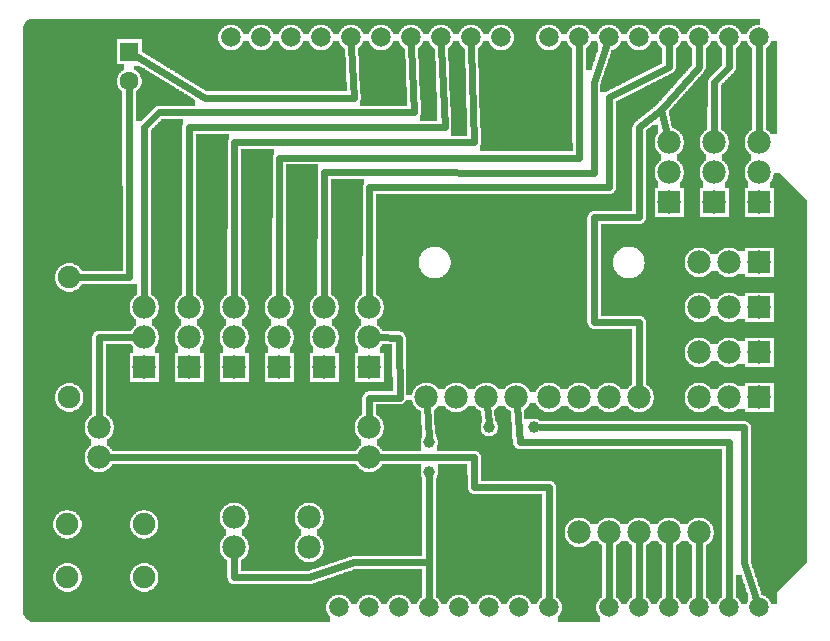
<source format=gtl>
G04 MADE WITH FRITZING*
G04 WWW.FRITZING.ORG*
G04 DOUBLE SIDED*
G04 HOLES PLATED*
G04 CONTOUR ON CENTER OF CONTOUR VECTOR*
%ASAXBY*%
%FSLAX23Y23*%
%MOIN*%
%OFA0B0*%
%SFA1.0B1.0*%
%ADD10C,0.075000*%
%ADD11C,0.039370*%
%ADD12C,0.062992*%
%ADD13C,0.078000*%
%ADD14C,0.065278*%
%ADD15R,0.062992X0.062992*%
%ADD16R,0.078000X0.078000*%
%ADD17C,0.024000*%
%LNCOPPER1*%
G90*
G70*
G54D10*
X1232Y1887D03*
X126Y1912D03*
X1309Y1406D03*
X528Y1644D03*
X1319Y727D03*
X2285Y1753D03*
X1647Y588D03*
X1499Y433D03*
G54D11*
X1755Y696D03*
X1605Y696D03*
X1405Y646D03*
X1405Y546D03*
G54D10*
X455Y196D03*
X199Y196D03*
X455Y373D03*
X199Y373D03*
G54D12*
X405Y1949D03*
X405Y1851D03*
G54D10*
X205Y796D03*
X205Y1196D03*
G54D13*
X1905Y346D03*
X2005Y346D03*
X2105Y346D03*
X2205Y346D03*
X2305Y346D03*
X1005Y396D03*
X1005Y296D03*
X755Y396D03*
X755Y296D03*
X1205Y696D03*
X1205Y596D03*
X305Y696D03*
X305Y596D03*
X1395Y796D03*
X1495Y796D03*
X1595Y796D03*
X1695Y796D03*
X1395Y796D03*
X1495Y796D03*
X1595Y796D03*
X1695Y796D03*
X2105Y796D03*
X2005Y796D03*
X1905Y796D03*
X1805Y796D03*
X2505Y1446D03*
X2505Y1546D03*
X2505Y1646D03*
X2355Y1446D03*
X2355Y1546D03*
X2355Y1646D03*
X2205Y1446D03*
X2205Y1546D03*
X2205Y1646D03*
X2505Y1246D03*
X2405Y1246D03*
X2305Y1246D03*
X2505Y1096D03*
X2405Y1096D03*
X2305Y1096D03*
X2505Y946D03*
X2405Y946D03*
X2305Y946D03*
X2505Y796D03*
X2405Y796D03*
X2305Y796D03*
X1205Y896D03*
X1205Y996D03*
X1205Y1096D03*
X1055Y896D03*
X1055Y996D03*
X1055Y1096D03*
X905Y896D03*
X905Y996D03*
X905Y1096D03*
X755Y896D03*
X755Y996D03*
X755Y1096D03*
X605Y896D03*
X605Y996D03*
X605Y1096D03*
X455Y896D03*
X455Y996D03*
X455Y1096D03*
G54D14*
X2104Y96D03*
X2204Y96D03*
X2304Y96D03*
X2404Y96D03*
X2504Y96D03*
X1644Y1996D03*
X1544Y1996D03*
X1444Y1996D03*
X1344Y1996D03*
X1244Y1996D03*
X1144Y1996D03*
X1044Y1996D03*
X944Y1996D03*
X844Y1996D03*
X744Y1996D03*
X2504Y1996D03*
X2404Y1996D03*
X2304Y1996D03*
X2204Y1996D03*
X2104Y1996D03*
X2004Y1996D03*
X1904Y1996D03*
X1804Y1996D03*
X1204Y96D03*
X1104Y96D03*
X1304Y96D03*
X1404Y96D03*
X1504Y96D03*
X1604Y96D03*
X1704Y96D03*
X1804Y96D03*
X2004Y96D03*
G54D15*
X405Y1949D03*
G54D16*
X2505Y1446D03*
X2355Y1446D03*
X2205Y1446D03*
X2505Y1246D03*
X2505Y1096D03*
X2505Y946D03*
X2505Y796D03*
X1205Y896D03*
X1055Y896D03*
X905Y896D03*
X755Y896D03*
X605Y896D03*
X455Y896D03*
G54D17*
X1706Y647D02*
X2405Y647D01*
D02*
X2405Y647D02*
X2404Y127D01*
D02*
X1697Y766D02*
X1706Y647D01*
D02*
X1205Y795D02*
X1306Y795D01*
D02*
X1306Y795D02*
X1303Y995D01*
D02*
X1303Y995D02*
X1235Y996D01*
D02*
X1205Y726D02*
X1205Y795D01*
D02*
X1397Y766D02*
X1403Y665D01*
D02*
X2505Y1676D02*
X2504Y1965D01*
D02*
X2405Y1896D02*
X2404Y1965D01*
D02*
X2355Y1847D02*
X2405Y1896D01*
D02*
X2355Y1676D02*
X2355Y1847D01*
D02*
X2303Y1896D02*
X2304Y1965D01*
D02*
X2177Y1755D02*
X2303Y1896D01*
D02*
X2197Y1675D02*
X2177Y1755D01*
D02*
X1598Y766D02*
X1603Y715D01*
D02*
X2454Y247D02*
X2494Y125D01*
D02*
X2454Y696D02*
X2454Y247D01*
D02*
X1774Y696D02*
X2454Y696D01*
D02*
X2105Y1696D02*
X2105Y1396D01*
D02*
X2105Y1396D02*
X1955Y1396D01*
D02*
X1955Y1396D02*
X1955Y1046D01*
D02*
X1955Y1046D02*
X2105Y1046D01*
D02*
X2105Y1046D02*
X2105Y826D01*
D02*
X2177Y1755D02*
X2105Y1696D01*
D02*
X1555Y496D02*
X1555Y596D01*
D02*
X1555Y596D02*
X1235Y596D01*
D02*
X1805Y496D02*
X1555Y496D01*
D02*
X1804Y127D02*
X1805Y496D01*
D02*
X1175Y596D02*
X335Y596D01*
D02*
X305Y998D02*
X425Y997D01*
D02*
X305Y726D02*
X305Y998D01*
D02*
X1155Y247D02*
X1004Y196D01*
D02*
X1304Y247D02*
X1155Y247D01*
D02*
X755Y196D02*
X755Y247D01*
D02*
X1004Y196D02*
X755Y196D01*
D02*
X755Y247D02*
X755Y266D01*
D02*
X1405Y247D02*
X1304Y247D01*
D02*
X1404Y127D02*
X1405Y247D01*
D02*
X1405Y247D02*
X1405Y527D01*
D02*
X428Y1935D02*
X656Y1795D01*
D02*
X656Y1795D02*
X1154Y1795D01*
D02*
X1154Y1795D02*
X1145Y1965D01*
D02*
X1554Y1646D02*
X755Y1646D01*
D02*
X1545Y1965D02*
X1554Y1646D01*
D02*
X755Y1646D02*
X755Y1126D01*
D02*
X1456Y1697D02*
X604Y1697D01*
D02*
X1445Y1965D02*
X1456Y1697D01*
D02*
X604Y1697D02*
X605Y1126D01*
D02*
X505Y1747D02*
X455Y1697D01*
D02*
X1355Y1747D02*
X505Y1747D01*
D02*
X1345Y1965D02*
X1355Y1747D01*
D02*
X455Y1697D02*
X455Y1126D01*
D02*
X2005Y1496D02*
X1205Y1496D01*
D02*
X2005Y1796D02*
X2005Y1496D01*
D02*
X2204Y1897D02*
X2005Y1796D01*
D02*
X2204Y1965D02*
X2204Y1897D01*
D02*
X1205Y1496D02*
X1205Y1126D01*
D02*
X1953Y1544D02*
X1055Y1547D01*
D02*
X1953Y1844D02*
X1953Y1544D01*
D02*
X1994Y1966D02*
X1953Y1844D01*
D02*
X1055Y1547D02*
X1055Y1126D01*
D02*
X1905Y1595D02*
X905Y1595D01*
D02*
X1904Y1965D02*
X1905Y1595D01*
D02*
X905Y1595D02*
X905Y1126D01*
D02*
X2005Y316D02*
X2004Y127D01*
D02*
X2105Y316D02*
X2104Y127D01*
D02*
X2205Y316D02*
X2204Y127D01*
D02*
X2305Y316D02*
X2304Y127D01*
D02*
X405Y1197D02*
X405Y1824D01*
D02*
X233Y1196D02*
X405Y1197D01*
G36*
X1184Y1985D02*
X1184Y1979D01*
X1182Y1979D01*
X1182Y1975D01*
X1180Y1975D01*
X1180Y1971D01*
X1178Y1971D01*
X1178Y1969D01*
X1176Y1969D01*
X1176Y1967D01*
X1174Y1967D01*
X1174Y1965D01*
X1172Y1965D01*
X1172Y1963D01*
X1170Y1963D01*
X1170Y1961D01*
X1168Y1961D01*
X1168Y1953D01*
X1234Y1953D01*
X1234Y1955D01*
X1228Y1955D01*
X1228Y1957D01*
X1224Y1957D01*
X1224Y1959D01*
X1220Y1959D01*
X1220Y1961D01*
X1218Y1961D01*
X1218Y1963D01*
X1216Y1963D01*
X1216Y1965D01*
X1214Y1965D01*
X1214Y1967D01*
X1212Y1967D01*
X1212Y1969D01*
X1210Y1969D01*
X1210Y1971D01*
X1208Y1971D01*
X1208Y1975D01*
X1206Y1975D01*
X1206Y1979D01*
X1204Y1979D01*
X1204Y1985D01*
X1184Y1985D01*
G37*
D02*
G36*
X1284Y1985D02*
X1284Y1979D01*
X1282Y1979D01*
X1282Y1975D01*
X1280Y1975D01*
X1280Y1971D01*
X1278Y1971D01*
X1278Y1969D01*
X1276Y1969D01*
X1276Y1967D01*
X1274Y1967D01*
X1274Y1965D01*
X1272Y1965D01*
X1272Y1963D01*
X1270Y1963D01*
X1270Y1961D01*
X1268Y1961D01*
X1268Y1959D01*
X1264Y1959D01*
X1264Y1957D01*
X1260Y1957D01*
X1260Y1955D01*
X1254Y1955D01*
X1254Y1953D01*
X1324Y1953D01*
X1324Y1959D01*
X1320Y1959D01*
X1320Y1961D01*
X1318Y1961D01*
X1318Y1963D01*
X1316Y1963D01*
X1316Y1965D01*
X1314Y1965D01*
X1314Y1967D01*
X1312Y1967D01*
X1312Y1969D01*
X1310Y1969D01*
X1310Y1971D01*
X1308Y1971D01*
X1308Y1975D01*
X1306Y1975D01*
X1306Y1979D01*
X1304Y1979D01*
X1304Y1985D01*
X1284Y1985D01*
G37*
D02*
G36*
X1168Y1953D02*
X1168Y1951D01*
X1324Y1951D01*
X1324Y1953D01*
X1168Y1953D01*
G37*
D02*
G36*
X1168Y1953D02*
X1168Y1951D01*
X1324Y1951D01*
X1324Y1953D01*
X1168Y1953D01*
G37*
D02*
G36*
X1168Y1951D02*
X1168Y1933D01*
X1170Y1933D01*
X1170Y1891D01*
X1172Y1891D01*
X1172Y1851D01*
X1174Y1851D01*
X1174Y1809D01*
X1176Y1809D01*
X1176Y1789D01*
X1174Y1789D01*
X1174Y1769D01*
X1330Y1769D01*
X1330Y1831D01*
X1328Y1831D01*
X1328Y1879D01*
X1326Y1879D01*
X1326Y1925D01*
X1324Y1925D01*
X1324Y1951D01*
X1168Y1951D01*
G37*
D02*
G36*
X1384Y1985D02*
X1384Y1979D01*
X1382Y1979D01*
X1382Y1975D01*
X1380Y1975D01*
X1380Y1971D01*
X1378Y1971D01*
X1378Y1969D01*
X1376Y1969D01*
X1376Y1967D01*
X1374Y1967D01*
X1374Y1965D01*
X1372Y1965D01*
X1372Y1963D01*
X1370Y1963D01*
X1370Y1961D01*
X1368Y1961D01*
X1368Y1925D01*
X1370Y1925D01*
X1370Y1879D01*
X1372Y1879D01*
X1372Y1833D01*
X1374Y1833D01*
X1374Y1787D01*
X1376Y1787D01*
X1376Y1739D01*
X1374Y1739D01*
X1374Y1719D01*
X1432Y1719D01*
X1432Y1763D01*
X1430Y1763D01*
X1430Y1815D01*
X1428Y1815D01*
X1428Y1867D01*
X1426Y1867D01*
X1426Y1917D01*
X1424Y1917D01*
X1424Y1959D01*
X1420Y1959D01*
X1420Y1961D01*
X1418Y1961D01*
X1418Y1963D01*
X1416Y1963D01*
X1416Y1965D01*
X1414Y1965D01*
X1414Y1967D01*
X1412Y1967D01*
X1412Y1969D01*
X1410Y1969D01*
X1410Y1971D01*
X1408Y1971D01*
X1408Y1975D01*
X1406Y1975D01*
X1406Y1979D01*
X1404Y1979D01*
X1404Y1985D01*
X1384Y1985D01*
G37*
D02*
G36*
X1484Y1985D02*
X1484Y1979D01*
X1482Y1979D01*
X1482Y1975D01*
X1480Y1975D01*
X1480Y1971D01*
X1478Y1971D01*
X1478Y1969D01*
X1476Y1969D01*
X1476Y1967D01*
X1474Y1967D01*
X1474Y1965D01*
X1472Y1965D01*
X1472Y1963D01*
X1470Y1963D01*
X1470Y1961D01*
X1468Y1961D01*
X1468Y1919D01*
X1470Y1919D01*
X1470Y1867D01*
X1472Y1867D01*
X1472Y1817D01*
X1474Y1817D01*
X1474Y1765D01*
X1476Y1765D01*
X1476Y1713D01*
X1478Y1713D01*
X1478Y1691D01*
X1476Y1691D01*
X1476Y1667D01*
X1532Y1667D01*
X1532Y1695D01*
X1530Y1695D01*
X1530Y1761D01*
X1528Y1761D01*
X1528Y1829D01*
X1526Y1829D01*
X1526Y1895D01*
X1524Y1895D01*
X1524Y1959D01*
X1520Y1959D01*
X1520Y1961D01*
X1518Y1961D01*
X1518Y1963D01*
X1516Y1963D01*
X1516Y1965D01*
X1514Y1965D01*
X1514Y1967D01*
X1512Y1967D01*
X1512Y1969D01*
X1510Y1969D01*
X1510Y1971D01*
X1508Y1971D01*
X1508Y1975D01*
X1506Y1975D01*
X1506Y1979D01*
X1504Y1979D01*
X1504Y1985D01*
X1484Y1985D01*
G37*
D02*
G36*
X76Y2059D02*
X76Y2057D01*
X70Y2057D01*
X70Y2055D01*
X68Y2055D01*
X68Y2053D01*
X64Y2053D01*
X64Y2051D01*
X62Y2051D01*
X62Y2049D01*
X60Y2049D01*
X60Y2047D01*
X58Y2047D01*
X58Y2043D01*
X56Y2043D01*
X56Y2041D01*
X54Y2041D01*
X54Y2037D01*
X2416Y2037D01*
X2416Y2035D01*
X2422Y2035D01*
X2422Y2033D01*
X2426Y2033D01*
X2426Y2031D01*
X2428Y2031D01*
X2428Y2029D01*
X2432Y2029D01*
X2432Y2027D01*
X2434Y2027D01*
X2434Y2025D01*
X2436Y2025D01*
X2436Y2021D01*
X2438Y2021D01*
X2438Y2019D01*
X2440Y2019D01*
X2440Y2017D01*
X2442Y2017D01*
X2442Y2013D01*
X2444Y2013D01*
X2444Y2007D01*
X2464Y2007D01*
X2464Y2013D01*
X2466Y2013D01*
X2466Y2017D01*
X2468Y2017D01*
X2468Y2019D01*
X2470Y2019D01*
X2470Y2021D01*
X2472Y2021D01*
X2472Y2025D01*
X2474Y2025D01*
X2474Y2027D01*
X2476Y2027D01*
X2476Y2029D01*
X2480Y2029D01*
X2480Y2031D01*
X2482Y2031D01*
X2482Y2033D01*
X2486Y2033D01*
X2486Y2035D01*
X2492Y2035D01*
X2492Y2037D01*
X2508Y2037D01*
X2508Y2057D01*
X2506Y2057D01*
X2506Y2059D01*
X76Y2059D01*
G37*
D02*
G36*
X54Y2037D02*
X54Y2035D01*
X52Y2035D01*
X52Y1991D01*
X446Y1991D01*
X446Y1953D01*
X734Y1953D01*
X734Y1955D01*
X728Y1955D01*
X728Y1957D01*
X724Y1957D01*
X724Y1959D01*
X720Y1959D01*
X720Y1961D01*
X718Y1961D01*
X718Y1963D01*
X716Y1963D01*
X716Y1965D01*
X714Y1965D01*
X714Y1967D01*
X712Y1967D01*
X712Y1969D01*
X710Y1969D01*
X710Y1971D01*
X708Y1971D01*
X708Y1975D01*
X706Y1975D01*
X706Y1979D01*
X704Y1979D01*
X704Y1985D01*
X702Y1985D01*
X702Y2007D01*
X704Y2007D01*
X704Y2013D01*
X706Y2013D01*
X706Y2017D01*
X708Y2017D01*
X708Y2019D01*
X710Y2019D01*
X710Y2021D01*
X712Y2021D01*
X712Y2025D01*
X714Y2025D01*
X714Y2027D01*
X716Y2027D01*
X716Y2029D01*
X720Y2029D01*
X720Y2031D01*
X722Y2031D01*
X722Y2033D01*
X726Y2033D01*
X726Y2035D01*
X732Y2035D01*
X732Y2037D01*
X54Y2037D01*
G37*
D02*
G36*
X756Y2037D02*
X756Y2035D01*
X762Y2035D01*
X762Y2033D01*
X766Y2033D01*
X766Y2031D01*
X768Y2031D01*
X768Y2029D01*
X772Y2029D01*
X772Y2027D01*
X774Y2027D01*
X774Y2025D01*
X776Y2025D01*
X776Y2021D01*
X778Y2021D01*
X778Y2019D01*
X780Y2019D01*
X780Y2015D01*
X782Y2015D01*
X782Y2013D01*
X784Y2013D01*
X784Y2007D01*
X804Y2007D01*
X804Y2013D01*
X806Y2013D01*
X806Y2017D01*
X808Y2017D01*
X808Y2019D01*
X810Y2019D01*
X810Y2021D01*
X812Y2021D01*
X812Y2025D01*
X814Y2025D01*
X814Y2027D01*
X816Y2027D01*
X816Y2029D01*
X820Y2029D01*
X820Y2031D01*
X822Y2031D01*
X822Y2033D01*
X826Y2033D01*
X826Y2035D01*
X832Y2035D01*
X832Y2037D01*
X756Y2037D01*
G37*
D02*
G36*
X856Y2037D02*
X856Y2035D01*
X862Y2035D01*
X862Y2033D01*
X866Y2033D01*
X866Y2031D01*
X868Y2031D01*
X868Y2029D01*
X872Y2029D01*
X872Y2027D01*
X874Y2027D01*
X874Y2025D01*
X876Y2025D01*
X876Y2021D01*
X878Y2021D01*
X878Y2019D01*
X880Y2019D01*
X880Y2017D01*
X882Y2017D01*
X882Y2013D01*
X884Y2013D01*
X884Y2007D01*
X904Y2007D01*
X904Y2013D01*
X906Y2013D01*
X906Y2017D01*
X908Y2017D01*
X908Y2019D01*
X910Y2019D01*
X910Y2021D01*
X912Y2021D01*
X912Y2025D01*
X914Y2025D01*
X914Y2027D01*
X916Y2027D01*
X916Y2029D01*
X920Y2029D01*
X920Y2031D01*
X922Y2031D01*
X922Y2033D01*
X926Y2033D01*
X926Y2035D01*
X932Y2035D01*
X932Y2037D01*
X856Y2037D01*
G37*
D02*
G36*
X956Y2037D02*
X956Y2035D01*
X962Y2035D01*
X962Y2033D01*
X966Y2033D01*
X966Y2031D01*
X968Y2031D01*
X968Y2029D01*
X972Y2029D01*
X972Y2027D01*
X974Y2027D01*
X974Y2025D01*
X976Y2025D01*
X976Y2021D01*
X978Y2021D01*
X978Y2019D01*
X980Y2019D01*
X980Y2017D01*
X982Y2017D01*
X982Y2013D01*
X984Y2013D01*
X984Y2007D01*
X1004Y2007D01*
X1004Y2013D01*
X1006Y2013D01*
X1006Y2017D01*
X1008Y2017D01*
X1008Y2019D01*
X1010Y2019D01*
X1010Y2021D01*
X1012Y2021D01*
X1012Y2025D01*
X1014Y2025D01*
X1014Y2027D01*
X1016Y2027D01*
X1016Y2029D01*
X1020Y2029D01*
X1020Y2031D01*
X1022Y2031D01*
X1022Y2033D01*
X1026Y2033D01*
X1026Y2035D01*
X1032Y2035D01*
X1032Y2037D01*
X956Y2037D01*
G37*
D02*
G36*
X1056Y2037D02*
X1056Y2035D01*
X1062Y2035D01*
X1062Y2033D01*
X1066Y2033D01*
X1066Y2031D01*
X1068Y2031D01*
X1068Y2029D01*
X1072Y2029D01*
X1072Y2027D01*
X1074Y2027D01*
X1074Y2025D01*
X1076Y2025D01*
X1076Y2021D01*
X1078Y2021D01*
X1078Y2019D01*
X1080Y2019D01*
X1080Y2017D01*
X1082Y2017D01*
X1082Y2013D01*
X1084Y2013D01*
X1084Y2007D01*
X1104Y2007D01*
X1104Y2013D01*
X1106Y2013D01*
X1106Y2017D01*
X1108Y2017D01*
X1108Y2019D01*
X1110Y2019D01*
X1110Y2021D01*
X1112Y2021D01*
X1112Y2025D01*
X1114Y2025D01*
X1114Y2027D01*
X1116Y2027D01*
X1116Y2029D01*
X1120Y2029D01*
X1120Y2031D01*
X1122Y2031D01*
X1122Y2033D01*
X1126Y2033D01*
X1126Y2035D01*
X1132Y2035D01*
X1132Y2037D01*
X1056Y2037D01*
G37*
D02*
G36*
X1156Y2037D02*
X1156Y2035D01*
X1162Y2035D01*
X1162Y2033D01*
X1166Y2033D01*
X1166Y2031D01*
X1168Y2031D01*
X1168Y2029D01*
X1172Y2029D01*
X1172Y2027D01*
X1174Y2027D01*
X1174Y2025D01*
X1176Y2025D01*
X1176Y2021D01*
X1178Y2021D01*
X1178Y2019D01*
X1180Y2019D01*
X1180Y2017D01*
X1182Y2017D01*
X1182Y2013D01*
X1184Y2013D01*
X1184Y2007D01*
X1204Y2007D01*
X1204Y2013D01*
X1206Y2013D01*
X1206Y2017D01*
X1208Y2017D01*
X1208Y2019D01*
X1210Y2019D01*
X1210Y2021D01*
X1212Y2021D01*
X1212Y2025D01*
X1214Y2025D01*
X1214Y2027D01*
X1216Y2027D01*
X1216Y2029D01*
X1220Y2029D01*
X1220Y2031D01*
X1222Y2031D01*
X1222Y2033D01*
X1226Y2033D01*
X1226Y2035D01*
X1232Y2035D01*
X1232Y2037D01*
X1156Y2037D01*
G37*
D02*
G36*
X1256Y2037D02*
X1256Y2035D01*
X1262Y2035D01*
X1262Y2033D01*
X1266Y2033D01*
X1266Y2031D01*
X1268Y2031D01*
X1268Y2029D01*
X1272Y2029D01*
X1272Y2027D01*
X1274Y2027D01*
X1274Y2025D01*
X1276Y2025D01*
X1276Y2021D01*
X1278Y2021D01*
X1278Y2019D01*
X1280Y2019D01*
X1280Y2017D01*
X1282Y2017D01*
X1282Y2013D01*
X1284Y2013D01*
X1284Y2007D01*
X1304Y2007D01*
X1304Y2013D01*
X1306Y2013D01*
X1306Y2017D01*
X1308Y2017D01*
X1308Y2019D01*
X1310Y2019D01*
X1310Y2021D01*
X1312Y2021D01*
X1312Y2025D01*
X1314Y2025D01*
X1314Y2027D01*
X1316Y2027D01*
X1316Y2029D01*
X1320Y2029D01*
X1320Y2031D01*
X1322Y2031D01*
X1322Y2033D01*
X1326Y2033D01*
X1326Y2035D01*
X1332Y2035D01*
X1332Y2037D01*
X1256Y2037D01*
G37*
D02*
G36*
X1356Y2037D02*
X1356Y2035D01*
X1362Y2035D01*
X1362Y2033D01*
X1366Y2033D01*
X1366Y2031D01*
X1368Y2031D01*
X1368Y2029D01*
X1372Y2029D01*
X1372Y2027D01*
X1374Y2027D01*
X1374Y2025D01*
X1376Y2025D01*
X1376Y2021D01*
X1378Y2021D01*
X1378Y2019D01*
X1380Y2019D01*
X1380Y2017D01*
X1382Y2017D01*
X1382Y2013D01*
X1384Y2013D01*
X1384Y2007D01*
X1404Y2007D01*
X1404Y2013D01*
X1406Y2013D01*
X1406Y2017D01*
X1408Y2017D01*
X1408Y2019D01*
X1410Y2019D01*
X1410Y2021D01*
X1412Y2021D01*
X1412Y2025D01*
X1414Y2025D01*
X1414Y2027D01*
X1416Y2027D01*
X1416Y2029D01*
X1420Y2029D01*
X1420Y2031D01*
X1422Y2031D01*
X1422Y2033D01*
X1426Y2033D01*
X1426Y2035D01*
X1432Y2035D01*
X1432Y2037D01*
X1356Y2037D01*
G37*
D02*
G36*
X1456Y2037D02*
X1456Y2035D01*
X1462Y2035D01*
X1462Y2033D01*
X1466Y2033D01*
X1466Y2031D01*
X1468Y2031D01*
X1468Y2029D01*
X1472Y2029D01*
X1472Y2027D01*
X1474Y2027D01*
X1474Y2025D01*
X1476Y2025D01*
X1476Y2021D01*
X1478Y2021D01*
X1478Y2019D01*
X1480Y2019D01*
X1480Y2017D01*
X1482Y2017D01*
X1482Y2013D01*
X1484Y2013D01*
X1484Y2007D01*
X1504Y2007D01*
X1504Y2013D01*
X1506Y2013D01*
X1506Y2017D01*
X1508Y2017D01*
X1508Y2019D01*
X1510Y2019D01*
X1510Y2021D01*
X1512Y2021D01*
X1512Y2025D01*
X1514Y2025D01*
X1514Y2027D01*
X1516Y2027D01*
X1516Y2029D01*
X1520Y2029D01*
X1520Y2031D01*
X1522Y2031D01*
X1522Y2033D01*
X1526Y2033D01*
X1526Y2035D01*
X1532Y2035D01*
X1532Y2037D01*
X1456Y2037D01*
G37*
D02*
G36*
X1556Y2037D02*
X1556Y2035D01*
X1562Y2035D01*
X1562Y2033D01*
X1566Y2033D01*
X1566Y2031D01*
X1568Y2031D01*
X1568Y2029D01*
X1572Y2029D01*
X1572Y2027D01*
X1574Y2027D01*
X1574Y2025D01*
X1576Y2025D01*
X1576Y2021D01*
X1578Y2021D01*
X1578Y2019D01*
X1580Y2019D01*
X1580Y2017D01*
X1582Y2017D01*
X1582Y2013D01*
X1584Y2013D01*
X1584Y2007D01*
X1604Y2007D01*
X1604Y2013D01*
X1606Y2013D01*
X1606Y2017D01*
X1608Y2017D01*
X1608Y2019D01*
X1610Y2019D01*
X1610Y2023D01*
X1612Y2023D01*
X1612Y2025D01*
X1614Y2025D01*
X1614Y2027D01*
X1616Y2027D01*
X1616Y2029D01*
X1620Y2029D01*
X1620Y2031D01*
X1622Y2031D01*
X1622Y2033D01*
X1626Y2033D01*
X1626Y2035D01*
X1632Y2035D01*
X1632Y2037D01*
X1556Y2037D01*
G37*
D02*
G36*
X1656Y2037D02*
X1656Y2035D01*
X1662Y2035D01*
X1662Y2033D01*
X1666Y2033D01*
X1666Y2031D01*
X1668Y2031D01*
X1668Y2029D01*
X1672Y2029D01*
X1672Y2027D01*
X1674Y2027D01*
X1674Y2025D01*
X1676Y2025D01*
X1676Y2021D01*
X1678Y2021D01*
X1678Y2019D01*
X1680Y2019D01*
X1680Y2015D01*
X1682Y2015D01*
X1682Y2013D01*
X1684Y2013D01*
X1684Y2007D01*
X1686Y2007D01*
X1686Y1985D01*
X1684Y1985D01*
X1684Y1979D01*
X1682Y1979D01*
X1682Y1975D01*
X1680Y1975D01*
X1680Y1971D01*
X1678Y1971D01*
X1678Y1969D01*
X1676Y1969D01*
X1676Y1967D01*
X1674Y1967D01*
X1674Y1965D01*
X1672Y1965D01*
X1672Y1963D01*
X1670Y1963D01*
X1670Y1961D01*
X1668Y1961D01*
X1668Y1959D01*
X1664Y1959D01*
X1664Y1957D01*
X1660Y1957D01*
X1660Y1955D01*
X1654Y1955D01*
X1654Y1953D01*
X1794Y1953D01*
X1794Y1955D01*
X1788Y1955D01*
X1788Y1957D01*
X1784Y1957D01*
X1784Y1959D01*
X1780Y1959D01*
X1780Y1961D01*
X1778Y1961D01*
X1778Y1963D01*
X1776Y1963D01*
X1776Y1965D01*
X1774Y1965D01*
X1774Y1967D01*
X1772Y1967D01*
X1772Y1969D01*
X1770Y1969D01*
X1770Y1971D01*
X1768Y1971D01*
X1768Y1975D01*
X1766Y1975D01*
X1766Y1979D01*
X1764Y1979D01*
X1764Y1985D01*
X1762Y1985D01*
X1762Y2007D01*
X1764Y2007D01*
X1764Y2013D01*
X1766Y2013D01*
X1766Y2017D01*
X1768Y2017D01*
X1768Y2019D01*
X1770Y2019D01*
X1770Y2021D01*
X1772Y2021D01*
X1772Y2025D01*
X1774Y2025D01*
X1774Y2027D01*
X1776Y2027D01*
X1776Y2029D01*
X1780Y2029D01*
X1780Y2031D01*
X1782Y2031D01*
X1782Y2033D01*
X1786Y2033D01*
X1786Y2035D01*
X1792Y2035D01*
X1792Y2037D01*
X1656Y2037D01*
G37*
D02*
G36*
X1816Y2037D02*
X1816Y2035D01*
X1822Y2035D01*
X1822Y2033D01*
X1826Y2033D01*
X1826Y2031D01*
X1828Y2031D01*
X1828Y2029D01*
X1832Y2029D01*
X1832Y2027D01*
X1834Y2027D01*
X1834Y2025D01*
X1836Y2025D01*
X1836Y2021D01*
X1838Y2021D01*
X1838Y2019D01*
X1840Y2019D01*
X1840Y2017D01*
X1842Y2017D01*
X1842Y2013D01*
X1844Y2013D01*
X1844Y2007D01*
X1864Y2007D01*
X1864Y2013D01*
X1866Y2013D01*
X1866Y2017D01*
X1868Y2017D01*
X1868Y2019D01*
X1870Y2019D01*
X1870Y2021D01*
X1872Y2021D01*
X1872Y2025D01*
X1874Y2025D01*
X1874Y2027D01*
X1876Y2027D01*
X1876Y2029D01*
X1880Y2029D01*
X1880Y2031D01*
X1882Y2031D01*
X1882Y2033D01*
X1886Y2033D01*
X1886Y2035D01*
X1892Y2035D01*
X1892Y2037D01*
X1816Y2037D01*
G37*
D02*
G36*
X1916Y2037D02*
X1916Y2035D01*
X1922Y2035D01*
X1922Y2033D01*
X1926Y2033D01*
X1926Y2031D01*
X1928Y2031D01*
X1928Y2029D01*
X1932Y2029D01*
X1932Y2027D01*
X1934Y2027D01*
X1934Y2025D01*
X1936Y2025D01*
X1936Y2021D01*
X1938Y2021D01*
X1938Y2019D01*
X1940Y2019D01*
X1940Y2017D01*
X1942Y2017D01*
X1942Y2013D01*
X1944Y2013D01*
X1944Y2007D01*
X1964Y2007D01*
X1964Y2013D01*
X1966Y2013D01*
X1966Y2017D01*
X1968Y2017D01*
X1968Y2019D01*
X1970Y2019D01*
X1970Y2021D01*
X1972Y2021D01*
X1972Y2025D01*
X1974Y2025D01*
X1974Y2027D01*
X1976Y2027D01*
X1976Y2029D01*
X1980Y2029D01*
X1980Y2031D01*
X1982Y2031D01*
X1982Y2033D01*
X1986Y2033D01*
X1986Y2035D01*
X1992Y2035D01*
X1992Y2037D01*
X1916Y2037D01*
G37*
D02*
G36*
X2016Y2037D02*
X2016Y2035D01*
X2022Y2035D01*
X2022Y2033D01*
X2026Y2033D01*
X2026Y2031D01*
X2028Y2031D01*
X2028Y2029D01*
X2032Y2029D01*
X2032Y2027D01*
X2034Y2027D01*
X2034Y2025D01*
X2036Y2025D01*
X2036Y2021D01*
X2038Y2021D01*
X2038Y2019D01*
X2040Y2019D01*
X2040Y2017D01*
X2042Y2017D01*
X2042Y2013D01*
X2044Y2013D01*
X2044Y2007D01*
X2064Y2007D01*
X2064Y2013D01*
X2066Y2013D01*
X2066Y2017D01*
X2068Y2017D01*
X2068Y2019D01*
X2070Y2019D01*
X2070Y2021D01*
X2072Y2021D01*
X2072Y2025D01*
X2074Y2025D01*
X2074Y2027D01*
X2076Y2027D01*
X2076Y2029D01*
X2080Y2029D01*
X2080Y2031D01*
X2082Y2031D01*
X2082Y2033D01*
X2086Y2033D01*
X2086Y2035D01*
X2092Y2035D01*
X2092Y2037D01*
X2016Y2037D01*
G37*
D02*
G36*
X2116Y2037D02*
X2116Y2035D01*
X2122Y2035D01*
X2122Y2033D01*
X2126Y2033D01*
X2126Y2031D01*
X2128Y2031D01*
X2128Y2029D01*
X2132Y2029D01*
X2132Y2027D01*
X2134Y2027D01*
X2134Y2025D01*
X2136Y2025D01*
X2136Y2021D01*
X2138Y2021D01*
X2138Y2019D01*
X2140Y2019D01*
X2140Y2017D01*
X2142Y2017D01*
X2142Y2013D01*
X2144Y2013D01*
X2144Y2007D01*
X2164Y2007D01*
X2164Y2013D01*
X2166Y2013D01*
X2166Y2017D01*
X2168Y2017D01*
X2168Y2019D01*
X2170Y2019D01*
X2170Y2023D01*
X2172Y2023D01*
X2172Y2025D01*
X2174Y2025D01*
X2174Y2027D01*
X2176Y2027D01*
X2176Y2029D01*
X2180Y2029D01*
X2180Y2031D01*
X2182Y2031D01*
X2182Y2033D01*
X2186Y2033D01*
X2186Y2035D01*
X2192Y2035D01*
X2192Y2037D01*
X2116Y2037D01*
G37*
D02*
G36*
X2216Y2037D02*
X2216Y2035D01*
X2222Y2035D01*
X2222Y2033D01*
X2226Y2033D01*
X2226Y2031D01*
X2228Y2031D01*
X2228Y2029D01*
X2232Y2029D01*
X2232Y2027D01*
X2234Y2027D01*
X2234Y2025D01*
X2236Y2025D01*
X2236Y2021D01*
X2238Y2021D01*
X2238Y2019D01*
X2240Y2019D01*
X2240Y2015D01*
X2242Y2015D01*
X2242Y2013D01*
X2244Y2013D01*
X2244Y2007D01*
X2264Y2007D01*
X2264Y2013D01*
X2266Y2013D01*
X2266Y2017D01*
X2268Y2017D01*
X2268Y2019D01*
X2270Y2019D01*
X2270Y2021D01*
X2272Y2021D01*
X2272Y2025D01*
X2274Y2025D01*
X2274Y2027D01*
X2276Y2027D01*
X2276Y2029D01*
X2280Y2029D01*
X2280Y2031D01*
X2282Y2031D01*
X2282Y2033D01*
X2286Y2033D01*
X2286Y2035D01*
X2292Y2035D01*
X2292Y2037D01*
X2216Y2037D01*
G37*
D02*
G36*
X2316Y2037D02*
X2316Y2035D01*
X2322Y2035D01*
X2322Y2033D01*
X2326Y2033D01*
X2326Y2031D01*
X2328Y2031D01*
X2328Y2029D01*
X2332Y2029D01*
X2332Y2027D01*
X2334Y2027D01*
X2334Y2025D01*
X2336Y2025D01*
X2336Y2021D01*
X2338Y2021D01*
X2338Y2019D01*
X2340Y2019D01*
X2340Y2017D01*
X2342Y2017D01*
X2342Y2013D01*
X2344Y2013D01*
X2344Y2007D01*
X2364Y2007D01*
X2364Y2013D01*
X2366Y2013D01*
X2366Y2017D01*
X2368Y2017D01*
X2368Y2019D01*
X2370Y2019D01*
X2370Y2021D01*
X2372Y2021D01*
X2372Y2025D01*
X2374Y2025D01*
X2374Y2027D01*
X2376Y2027D01*
X2376Y2029D01*
X2380Y2029D01*
X2380Y2031D01*
X2382Y2031D01*
X2382Y2033D01*
X2386Y2033D01*
X2386Y2035D01*
X2392Y2035D01*
X2392Y2037D01*
X2316Y2037D01*
G37*
D02*
G36*
X52Y1991D02*
X52Y1243D01*
X216Y1243D01*
X216Y1241D01*
X222Y1241D01*
X222Y1239D01*
X226Y1239D01*
X226Y1237D01*
X230Y1237D01*
X230Y1235D01*
X232Y1235D01*
X232Y1233D01*
X236Y1233D01*
X236Y1231D01*
X238Y1231D01*
X238Y1229D01*
X240Y1229D01*
X240Y1225D01*
X242Y1225D01*
X242Y1223D01*
X244Y1223D01*
X244Y1221D01*
X246Y1221D01*
X246Y1217D01*
X266Y1217D01*
X266Y1219D01*
X384Y1219D01*
X384Y1501D01*
X382Y1501D01*
X382Y1817D01*
X378Y1817D01*
X378Y1819D01*
X376Y1819D01*
X376Y1821D01*
X374Y1821D01*
X374Y1823D01*
X372Y1823D01*
X372Y1827D01*
X370Y1827D01*
X370Y1829D01*
X368Y1829D01*
X368Y1833D01*
X366Y1833D01*
X366Y1839D01*
X364Y1839D01*
X364Y1861D01*
X366Y1861D01*
X366Y1867D01*
X368Y1867D01*
X368Y1871D01*
X370Y1871D01*
X370Y1875D01*
X372Y1875D01*
X372Y1877D01*
X374Y1877D01*
X374Y1879D01*
X376Y1879D01*
X376Y1881D01*
X378Y1881D01*
X378Y1883D01*
X380Y1883D01*
X380Y1885D01*
X384Y1885D01*
X384Y1887D01*
X388Y1887D01*
X388Y1907D01*
X364Y1907D01*
X364Y1991D01*
X52Y1991D01*
G37*
D02*
G36*
X784Y1985D02*
X784Y1979D01*
X782Y1979D01*
X782Y1975D01*
X780Y1975D01*
X780Y1971D01*
X778Y1971D01*
X778Y1969D01*
X776Y1969D01*
X776Y1967D01*
X774Y1967D01*
X774Y1965D01*
X772Y1965D01*
X772Y1963D01*
X770Y1963D01*
X770Y1961D01*
X768Y1961D01*
X768Y1959D01*
X764Y1959D01*
X764Y1957D01*
X760Y1957D01*
X760Y1955D01*
X754Y1955D01*
X754Y1953D01*
X834Y1953D01*
X834Y1955D01*
X828Y1955D01*
X828Y1957D01*
X824Y1957D01*
X824Y1959D01*
X820Y1959D01*
X820Y1961D01*
X818Y1961D01*
X818Y1963D01*
X816Y1963D01*
X816Y1965D01*
X814Y1965D01*
X814Y1967D01*
X812Y1967D01*
X812Y1969D01*
X810Y1969D01*
X810Y1971D01*
X808Y1971D01*
X808Y1975D01*
X806Y1975D01*
X806Y1979D01*
X804Y1979D01*
X804Y1985D01*
X784Y1985D01*
G37*
D02*
G36*
X884Y1985D02*
X884Y1979D01*
X882Y1979D01*
X882Y1975D01*
X880Y1975D01*
X880Y1971D01*
X878Y1971D01*
X878Y1969D01*
X876Y1969D01*
X876Y1967D01*
X874Y1967D01*
X874Y1965D01*
X872Y1965D01*
X872Y1963D01*
X870Y1963D01*
X870Y1961D01*
X868Y1961D01*
X868Y1959D01*
X864Y1959D01*
X864Y1957D01*
X860Y1957D01*
X860Y1955D01*
X854Y1955D01*
X854Y1953D01*
X934Y1953D01*
X934Y1955D01*
X928Y1955D01*
X928Y1957D01*
X924Y1957D01*
X924Y1959D01*
X920Y1959D01*
X920Y1961D01*
X918Y1961D01*
X918Y1963D01*
X916Y1963D01*
X916Y1965D01*
X914Y1965D01*
X914Y1967D01*
X912Y1967D01*
X912Y1969D01*
X910Y1969D01*
X910Y1971D01*
X908Y1971D01*
X908Y1975D01*
X906Y1975D01*
X906Y1979D01*
X904Y1979D01*
X904Y1985D01*
X884Y1985D01*
G37*
D02*
G36*
X984Y1985D02*
X984Y1979D01*
X982Y1979D01*
X982Y1975D01*
X980Y1975D01*
X980Y1971D01*
X978Y1971D01*
X978Y1969D01*
X976Y1969D01*
X976Y1967D01*
X974Y1967D01*
X974Y1965D01*
X972Y1965D01*
X972Y1963D01*
X970Y1963D01*
X970Y1961D01*
X968Y1961D01*
X968Y1959D01*
X964Y1959D01*
X964Y1957D01*
X960Y1957D01*
X960Y1955D01*
X954Y1955D01*
X954Y1953D01*
X1034Y1953D01*
X1034Y1955D01*
X1028Y1955D01*
X1028Y1957D01*
X1024Y1957D01*
X1024Y1959D01*
X1020Y1959D01*
X1020Y1961D01*
X1018Y1961D01*
X1018Y1963D01*
X1016Y1963D01*
X1016Y1965D01*
X1014Y1965D01*
X1014Y1967D01*
X1012Y1967D01*
X1012Y1969D01*
X1010Y1969D01*
X1010Y1971D01*
X1008Y1971D01*
X1008Y1975D01*
X1006Y1975D01*
X1006Y1979D01*
X1004Y1979D01*
X1004Y1985D01*
X984Y1985D01*
G37*
D02*
G36*
X1084Y1985D02*
X1084Y1979D01*
X1082Y1979D01*
X1082Y1975D01*
X1080Y1975D01*
X1080Y1971D01*
X1078Y1971D01*
X1078Y1969D01*
X1076Y1969D01*
X1076Y1967D01*
X1074Y1967D01*
X1074Y1965D01*
X1072Y1965D01*
X1072Y1963D01*
X1070Y1963D01*
X1070Y1961D01*
X1068Y1961D01*
X1068Y1959D01*
X1064Y1959D01*
X1064Y1957D01*
X1060Y1957D01*
X1060Y1955D01*
X1054Y1955D01*
X1054Y1953D01*
X1124Y1953D01*
X1124Y1959D01*
X1120Y1959D01*
X1120Y1961D01*
X1118Y1961D01*
X1118Y1963D01*
X1116Y1963D01*
X1116Y1965D01*
X1114Y1965D01*
X1114Y1967D01*
X1112Y1967D01*
X1112Y1969D01*
X1110Y1969D01*
X1110Y1971D01*
X1108Y1971D01*
X1108Y1975D01*
X1106Y1975D01*
X1106Y1979D01*
X1104Y1979D01*
X1104Y1985D01*
X1084Y1985D01*
G37*
D02*
G36*
X1584Y1985D02*
X1584Y1979D01*
X1582Y1979D01*
X1582Y1975D01*
X1580Y1975D01*
X1580Y1971D01*
X1578Y1971D01*
X1578Y1969D01*
X1576Y1969D01*
X1576Y1967D01*
X1574Y1967D01*
X1574Y1965D01*
X1572Y1965D01*
X1572Y1963D01*
X1570Y1963D01*
X1570Y1961D01*
X1568Y1961D01*
X1568Y1953D01*
X1634Y1953D01*
X1634Y1955D01*
X1628Y1955D01*
X1628Y1957D01*
X1624Y1957D01*
X1624Y1959D01*
X1620Y1959D01*
X1620Y1961D01*
X1618Y1961D01*
X1618Y1963D01*
X1616Y1963D01*
X1616Y1965D01*
X1614Y1965D01*
X1614Y1967D01*
X1612Y1967D01*
X1612Y1969D01*
X1610Y1969D01*
X1610Y1971D01*
X1608Y1971D01*
X1608Y1975D01*
X1606Y1975D01*
X1606Y1979D01*
X1604Y1979D01*
X1604Y1985D01*
X1584Y1985D01*
G37*
D02*
G36*
X1844Y1985D02*
X1844Y1979D01*
X1842Y1979D01*
X1842Y1975D01*
X1840Y1975D01*
X1840Y1971D01*
X1838Y1971D01*
X1838Y1969D01*
X1836Y1969D01*
X1836Y1967D01*
X1834Y1967D01*
X1834Y1965D01*
X1832Y1965D01*
X1832Y1963D01*
X1830Y1963D01*
X1830Y1961D01*
X1828Y1961D01*
X1828Y1959D01*
X1824Y1959D01*
X1824Y1957D01*
X1820Y1957D01*
X1820Y1955D01*
X1814Y1955D01*
X1814Y1953D01*
X1882Y1953D01*
X1882Y1959D01*
X1880Y1959D01*
X1880Y1961D01*
X1878Y1961D01*
X1878Y1963D01*
X1876Y1963D01*
X1876Y1965D01*
X1874Y1965D01*
X1874Y1967D01*
X1872Y1967D01*
X1872Y1969D01*
X1870Y1969D01*
X1870Y1971D01*
X1868Y1971D01*
X1868Y1975D01*
X1866Y1975D01*
X1866Y1979D01*
X1864Y1979D01*
X1864Y1985D01*
X1844Y1985D01*
G37*
D02*
G36*
X446Y1953D02*
X446Y1951D01*
X1124Y1951D01*
X1124Y1953D01*
X446Y1953D01*
G37*
D02*
G36*
X446Y1953D02*
X446Y1951D01*
X1124Y1951D01*
X1124Y1953D01*
X446Y1953D01*
G37*
D02*
G36*
X446Y1953D02*
X446Y1951D01*
X1124Y1951D01*
X1124Y1953D01*
X446Y1953D01*
G37*
D02*
G36*
X446Y1953D02*
X446Y1951D01*
X1124Y1951D01*
X1124Y1953D01*
X446Y1953D01*
G37*
D02*
G36*
X446Y1953D02*
X446Y1951D01*
X1124Y1951D01*
X1124Y1953D01*
X446Y1953D01*
G37*
D02*
G36*
X1568Y1953D02*
X1568Y1951D01*
X1882Y1951D01*
X1882Y1953D01*
X1568Y1953D01*
G37*
D02*
G36*
X1568Y1953D02*
X1568Y1951D01*
X1882Y1951D01*
X1882Y1953D01*
X1568Y1953D01*
G37*
D02*
G36*
X1568Y1953D02*
X1568Y1951D01*
X1882Y1951D01*
X1882Y1953D01*
X1568Y1953D01*
G37*
D02*
G36*
X446Y1951D02*
X446Y1949D01*
X448Y1949D01*
X448Y1947D01*
X452Y1947D01*
X452Y1945D01*
X454Y1945D01*
X454Y1943D01*
X458Y1943D01*
X458Y1941D01*
X460Y1941D01*
X460Y1939D01*
X464Y1939D01*
X464Y1937D01*
X468Y1937D01*
X468Y1935D01*
X470Y1935D01*
X470Y1933D01*
X474Y1933D01*
X474Y1931D01*
X478Y1931D01*
X478Y1929D01*
X480Y1929D01*
X480Y1927D01*
X484Y1927D01*
X484Y1925D01*
X488Y1925D01*
X488Y1923D01*
X490Y1923D01*
X490Y1921D01*
X494Y1921D01*
X494Y1919D01*
X496Y1919D01*
X496Y1917D01*
X500Y1917D01*
X500Y1915D01*
X504Y1915D01*
X504Y1913D01*
X506Y1913D01*
X506Y1911D01*
X510Y1911D01*
X510Y1909D01*
X514Y1909D01*
X514Y1907D01*
X516Y1907D01*
X516Y1905D01*
X520Y1905D01*
X520Y1903D01*
X522Y1903D01*
X522Y1901D01*
X526Y1901D01*
X526Y1899D01*
X530Y1899D01*
X530Y1897D01*
X532Y1897D01*
X532Y1895D01*
X536Y1895D01*
X536Y1893D01*
X540Y1893D01*
X540Y1891D01*
X542Y1891D01*
X542Y1889D01*
X546Y1889D01*
X546Y1887D01*
X550Y1887D01*
X550Y1885D01*
X552Y1885D01*
X552Y1883D01*
X556Y1883D01*
X556Y1881D01*
X558Y1881D01*
X558Y1879D01*
X562Y1879D01*
X562Y1877D01*
X566Y1877D01*
X566Y1875D01*
X568Y1875D01*
X568Y1873D01*
X572Y1873D01*
X572Y1871D01*
X576Y1871D01*
X576Y1869D01*
X578Y1869D01*
X578Y1867D01*
X582Y1867D01*
X582Y1865D01*
X586Y1865D01*
X586Y1863D01*
X588Y1863D01*
X588Y1861D01*
X592Y1861D01*
X592Y1859D01*
X594Y1859D01*
X594Y1857D01*
X598Y1857D01*
X598Y1855D01*
X602Y1855D01*
X602Y1853D01*
X604Y1853D01*
X604Y1851D01*
X608Y1851D01*
X608Y1849D01*
X612Y1849D01*
X612Y1847D01*
X614Y1847D01*
X614Y1845D01*
X618Y1845D01*
X618Y1843D01*
X620Y1843D01*
X620Y1841D01*
X624Y1841D01*
X624Y1839D01*
X628Y1839D01*
X628Y1837D01*
X630Y1837D01*
X630Y1835D01*
X634Y1835D01*
X634Y1833D01*
X638Y1833D01*
X638Y1831D01*
X640Y1831D01*
X640Y1829D01*
X644Y1829D01*
X644Y1827D01*
X648Y1827D01*
X648Y1825D01*
X650Y1825D01*
X650Y1823D01*
X654Y1823D01*
X654Y1821D01*
X656Y1821D01*
X656Y1819D01*
X660Y1819D01*
X660Y1817D01*
X1130Y1817D01*
X1130Y1849D01*
X1128Y1849D01*
X1128Y1891D01*
X1126Y1891D01*
X1126Y1931D01*
X1124Y1931D01*
X1124Y1951D01*
X446Y1951D01*
G37*
D02*
G36*
X1568Y1951D02*
X1568Y1895D01*
X1570Y1895D01*
X1570Y1829D01*
X1572Y1829D01*
X1572Y1761D01*
X1574Y1761D01*
X1574Y1695D01*
X1576Y1695D01*
X1576Y1639D01*
X1574Y1639D01*
X1574Y1617D01*
X1884Y1617D01*
X1884Y1645D01*
X1882Y1645D01*
X1882Y1951D01*
X1568Y1951D01*
G37*
D02*
G36*
X52Y1243D02*
X52Y1149D01*
X194Y1149D01*
X194Y1151D01*
X186Y1151D01*
X186Y1153D01*
X182Y1153D01*
X182Y1155D01*
X180Y1155D01*
X180Y1157D01*
X176Y1157D01*
X176Y1159D01*
X174Y1159D01*
X174Y1161D01*
X172Y1161D01*
X172Y1163D01*
X170Y1163D01*
X170Y1165D01*
X168Y1165D01*
X168Y1167D01*
X166Y1167D01*
X166Y1169D01*
X164Y1169D01*
X164Y1173D01*
X162Y1173D01*
X162Y1177D01*
X160Y1177D01*
X160Y1183D01*
X158Y1183D01*
X158Y1209D01*
X160Y1209D01*
X160Y1215D01*
X162Y1215D01*
X162Y1219D01*
X164Y1219D01*
X164Y1221D01*
X166Y1221D01*
X166Y1225D01*
X168Y1225D01*
X168Y1227D01*
X170Y1227D01*
X170Y1229D01*
X172Y1229D01*
X172Y1231D01*
X174Y1231D01*
X174Y1233D01*
X176Y1233D01*
X176Y1235D01*
X180Y1235D01*
X180Y1237D01*
X184Y1237D01*
X184Y1239D01*
X188Y1239D01*
X188Y1241D01*
X194Y1241D01*
X194Y1243D01*
X52Y1243D01*
G37*
D02*
G36*
X272Y1175D02*
X272Y1173D01*
X246Y1173D01*
X246Y1171D01*
X244Y1171D01*
X244Y1169D01*
X242Y1169D01*
X242Y1165D01*
X240Y1165D01*
X240Y1163D01*
X238Y1163D01*
X238Y1161D01*
X236Y1161D01*
X236Y1159D01*
X232Y1159D01*
X232Y1157D01*
X230Y1157D01*
X230Y1155D01*
X226Y1155D01*
X226Y1153D01*
X222Y1153D01*
X222Y1151D01*
X216Y1151D01*
X216Y1149D01*
X432Y1149D01*
X432Y1175D01*
X272Y1175D01*
G37*
D02*
G36*
X52Y1149D02*
X52Y1147D01*
X432Y1147D01*
X432Y1149D01*
X52Y1149D01*
G37*
D02*
G36*
X52Y1149D02*
X52Y1147D01*
X432Y1147D01*
X432Y1149D01*
X52Y1149D01*
G37*
D02*
G36*
X52Y1147D02*
X52Y843D01*
X216Y843D01*
X216Y841D01*
X222Y841D01*
X222Y839D01*
X226Y839D01*
X226Y837D01*
X230Y837D01*
X230Y835D01*
X232Y835D01*
X232Y833D01*
X236Y833D01*
X236Y831D01*
X238Y831D01*
X238Y829D01*
X240Y829D01*
X240Y825D01*
X242Y825D01*
X242Y823D01*
X244Y823D01*
X244Y821D01*
X246Y821D01*
X246Y817D01*
X248Y817D01*
X248Y813D01*
X250Y813D01*
X250Y805D01*
X252Y805D01*
X252Y787D01*
X250Y787D01*
X250Y779D01*
X248Y779D01*
X248Y775D01*
X246Y775D01*
X246Y771D01*
X244Y771D01*
X244Y769D01*
X242Y769D01*
X242Y765D01*
X240Y765D01*
X240Y763D01*
X238Y763D01*
X238Y761D01*
X236Y761D01*
X236Y759D01*
X232Y759D01*
X232Y757D01*
X230Y757D01*
X230Y755D01*
X226Y755D01*
X226Y753D01*
X222Y753D01*
X222Y751D01*
X216Y751D01*
X216Y749D01*
X282Y749D01*
X282Y1001D01*
X284Y1001D01*
X284Y1007D01*
X286Y1007D01*
X286Y1011D01*
X288Y1011D01*
X288Y1013D01*
X290Y1013D01*
X290Y1015D01*
X294Y1015D01*
X294Y1017D01*
X298Y1017D01*
X298Y1019D01*
X412Y1019D01*
X412Y1021D01*
X414Y1021D01*
X414Y1025D01*
X416Y1025D01*
X416Y1027D01*
X418Y1027D01*
X418Y1029D01*
X420Y1029D01*
X420Y1031D01*
X422Y1031D01*
X422Y1033D01*
X424Y1033D01*
X424Y1035D01*
X426Y1035D01*
X426Y1057D01*
X424Y1057D01*
X424Y1059D01*
X422Y1059D01*
X422Y1061D01*
X420Y1061D01*
X420Y1063D01*
X418Y1063D01*
X418Y1065D01*
X416Y1065D01*
X416Y1067D01*
X414Y1067D01*
X414Y1071D01*
X412Y1071D01*
X412Y1075D01*
X410Y1075D01*
X410Y1079D01*
X408Y1079D01*
X408Y1085D01*
X406Y1085D01*
X406Y1107D01*
X408Y1107D01*
X408Y1113D01*
X410Y1113D01*
X410Y1117D01*
X412Y1117D01*
X412Y1121D01*
X414Y1121D01*
X414Y1125D01*
X416Y1125D01*
X416Y1127D01*
X418Y1127D01*
X418Y1129D01*
X420Y1129D01*
X420Y1131D01*
X422Y1131D01*
X422Y1133D01*
X424Y1133D01*
X424Y1135D01*
X426Y1135D01*
X426Y1137D01*
X430Y1137D01*
X430Y1139D01*
X432Y1139D01*
X432Y1147D01*
X52Y1147D01*
G37*
D02*
G36*
X52Y843D02*
X52Y749D01*
X194Y749D01*
X194Y751D01*
X186Y751D01*
X186Y753D01*
X182Y753D01*
X182Y755D01*
X180Y755D01*
X180Y757D01*
X176Y757D01*
X176Y759D01*
X174Y759D01*
X174Y761D01*
X172Y761D01*
X172Y763D01*
X170Y763D01*
X170Y765D01*
X168Y765D01*
X168Y767D01*
X166Y767D01*
X166Y769D01*
X164Y769D01*
X164Y773D01*
X162Y773D01*
X162Y777D01*
X160Y777D01*
X160Y783D01*
X158Y783D01*
X158Y809D01*
X160Y809D01*
X160Y815D01*
X162Y815D01*
X162Y819D01*
X164Y819D01*
X164Y821D01*
X166Y821D01*
X166Y825D01*
X168Y825D01*
X168Y827D01*
X170Y827D01*
X170Y829D01*
X172Y829D01*
X172Y831D01*
X174Y831D01*
X174Y833D01*
X176Y833D01*
X176Y835D01*
X180Y835D01*
X180Y837D01*
X184Y837D01*
X184Y839D01*
X188Y839D01*
X188Y841D01*
X194Y841D01*
X194Y843D01*
X52Y843D01*
G37*
D02*
G36*
X52Y749D02*
X52Y747D01*
X282Y747D01*
X282Y749D01*
X52Y749D01*
G37*
D02*
G36*
X52Y749D02*
X52Y747D01*
X282Y747D01*
X282Y749D01*
X52Y749D01*
G37*
D02*
G36*
X52Y747D02*
X52Y547D01*
X294Y547D01*
X294Y549D01*
X288Y549D01*
X288Y551D01*
X284Y551D01*
X284Y553D01*
X280Y553D01*
X280Y555D01*
X276Y555D01*
X276Y557D01*
X274Y557D01*
X274Y559D01*
X272Y559D01*
X272Y561D01*
X270Y561D01*
X270Y563D01*
X268Y563D01*
X268Y565D01*
X266Y565D01*
X266Y567D01*
X264Y567D01*
X264Y571D01*
X262Y571D01*
X262Y575D01*
X260Y575D01*
X260Y579D01*
X258Y579D01*
X258Y585D01*
X256Y585D01*
X256Y607D01*
X258Y607D01*
X258Y613D01*
X260Y613D01*
X260Y617D01*
X262Y617D01*
X262Y621D01*
X264Y621D01*
X264Y625D01*
X266Y625D01*
X266Y627D01*
X268Y627D01*
X268Y629D01*
X270Y629D01*
X270Y631D01*
X272Y631D01*
X272Y633D01*
X274Y633D01*
X274Y635D01*
X276Y635D01*
X276Y657D01*
X274Y657D01*
X274Y659D01*
X272Y659D01*
X272Y661D01*
X270Y661D01*
X270Y663D01*
X268Y663D01*
X268Y665D01*
X266Y665D01*
X266Y667D01*
X264Y667D01*
X264Y671D01*
X262Y671D01*
X262Y675D01*
X260Y675D01*
X260Y679D01*
X258Y679D01*
X258Y685D01*
X256Y685D01*
X256Y707D01*
X258Y707D01*
X258Y713D01*
X260Y713D01*
X260Y717D01*
X262Y717D01*
X262Y721D01*
X264Y721D01*
X264Y725D01*
X266Y725D01*
X266Y727D01*
X268Y727D01*
X268Y729D01*
X270Y729D01*
X270Y731D01*
X272Y731D01*
X272Y733D01*
X274Y733D01*
X274Y735D01*
X276Y735D01*
X276Y737D01*
X280Y737D01*
X280Y739D01*
X282Y739D01*
X282Y747D01*
X52Y747D01*
G37*
D02*
G36*
X348Y573D02*
X348Y571D01*
X346Y571D01*
X346Y569D01*
X344Y569D01*
X344Y565D01*
X342Y565D01*
X342Y563D01*
X340Y563D01*
X340Y561D01*
X338Y561D01*
X338Y559D01*
X336Y559D01*
X336Y557D01*
X332Y557D01*
X332Y555D01*
X330Y555D01*
X330Y553D01*
X326Y553D01*
X326Y551D01*
X322Y551D01*
X322Y549D01*
X314Y549D01*
X314Y547D01*
X1194Y547D01*
X1194Y549D01*
X1188Y549D01*
X1188Y551D01*
X1184Y551D01*
X1184Y553D01*
X1180Y553D01*
X1180Y555D01*
X1176Y555D01*
X1176Y557D01*
X1174Y557D01*
X1174Y559D01*
X1172Y559D01*
X1172Y561D01*
X1170Y561D01*
X1170Y563D01*
X1168Y563D01*
X1168Y565D01*
X1166Y565D01*
X1166Y567D01*
X1164Y567D01*
X1164Y571D01*
X1162Y571D01*
X1162Y573D01*
X348Y573D01*
G37*
D02*
G36*
X1248Y573D02*
X1248Y571D01*
X1246Y571D01*
X1246Y569D01*
X1244Y569D01*
X1244Y565D01*
X1242Y565D01*
X1242Y563D01*
X1240Y563D01*
X1240Y561D01*
X1238Y561D01*
X1238Y559D01*
X1236Y559D01*
X1236Y557D01*
X1232Y557D01*
X1232Y555D01*
X1230Y555D01*
X1230Y553D01*
X1226Y553D01*
X1226Y551D01*
X1222Y551D01*
X1222Y549D01*
X1214Y549D01*
X1214Y547D01*
X1376Y547D01*
X1376Y573D01*
X1248Y573D01*
G37*
D02*
G36*
X52Y547D02*
X52Y545D01*
X1376Y545D01*
X1376Y547D01*
X52Y547D01*
G37*
D02*
G36*
X52Y547D02*
X52Y545D01*
X1376Y545D01*
X1376Y547D01*
X52Y547D01*
G37*
D02*
G36*
X52Y547D02*
X52Y545D01*
X1376Y545D01*
X1376Y547D01*
X52Y547D01*
G37*
D02*
G36*
X52Y545D02*
X52Y445D01*
X1012Y445D01*
X1012Y443D01*
X1020Y443D01*
X1020Y441D01*
X1026Y441D01*
X1026Y439D01*
X1030Y439D01*
X1030Y437D01*
X1032Y437D01*
X1032Y435D01*
X1034Y435D01*
X1034Y433D01*
X1038Y433D01*
X1038Y431D01*
X1040Y431D01*
X1040Y429D01*
X1042Y429D01*
X1042Y425D01*
X1044Y425D01*
X1044Y423D01*
X1046Y423D01*
X1046Y419D01*
X1048Y419D01*
X1048Y417D01*
X1050Y417D01*
X1050Y411D01*
X1052Y411D01*
X1052Y403D01*
X1054Y403D01*
X1054Y389D01*
X1052Y389D01*
X1052Y381D01*
X1050Y381D01*
X1050Y375D01*
X1048Y375D01*
X1048Y371D01*
X1046Y371D01*
X1046Y369D01*
X1044Y369D01*
X1044Y365D01*
X1042Y365D01*
X1042Y363D01*
X1040Y363D01*
X1040Y361D01*
X1038Y361D01*
X1038Y359D01*
X1036Y359D01*
X1036Y357D01*
X1032Y357D01*
X1032Y335D01*
X1034Y335D01*
X1034Y333D01*
X1038Y333D01*
X1038Y331D01*
X1040Y331D01*
X1040Y329D01*
X1042Y329D01*
X1042Y325D01*
X1044Y325D01*
X1044Y323D01*
X1046Y323D01*
X1046Y319D01*
X1048Y319D01*
X1048Y317D01*
X1050Y317D01*
X1050Y311D01*
X1052Y311D01*
X1052Y303D01*
X1054Y303D01*
X1054Y289D01*
X1052Y289D01*
X1052Y281D01*
X1050Y281D01*
X1050Y275D01*
X1048Y275D01*
X1048Y271D01*
X1046Y271D01*
X1046Y269D01*
X1044Y269D01*
X1044Y265D01*
X1042Y265D01*
X1042Y263D01*
X1040Y263D01*
X1040Y261D01*
X1038Y261D01*
X1038Y259D01*
X1036Y259D01*
X1036Y257D01*
X1032Y257D01*
X1032Y255D01*
X1030Y255D01*
X1030Y253D01*
X1026Y253D01*
X1026Y251D01*
X1022Y251D01*
X1022Y249D01*
X1014Y249D01*
X1014Y247D01*
X1092Y247D01*
X1092Y249D01*
X1098Y249D01*
X1098Y251D01*
X1104Y251D01*
X1104Y253D01*
X1110Y253D01*
X1110Y255D01*
X1116Y255D01*
X1116Y257D01*
X1122Y257D01*
X1122Y259D01*
X1128Y259D01*
X1128Y261D01*
X1134Y261D01*
X1134Y263D01*
X1140Y263D01*
X1140Y265D01*
X1146Y265D01*
X1146Y267D01*
X1152Y267D01*
X1152Y269D01*
X1382Y269D01*
X1382Y529D01*
X1380Y529D01*
X1380Y531D01*
X1378Y531D01*
X1378Y535D01*
X1376Y535D01*
X1376Y545D01*
X52Y545D01*
G37*
D02*
G36*
X52Y445D02*
X52Y421D01*
X460Y421D01*
X460Y419D01*
X470Y419D01*
X470Y417D01*
X474Y417D01*
X474Y415D01*
X478Y415D01*
X478Y413D01*
X482Y413D01*
X482Y411D01*
X484Y411D01*
X484Y409D01*
X486Y409D01*
X486Y407D01*
X488Y407D01*
X488Y405D01*
X490Y405D01*
X490Y403D01*
X492Y403D01*
X492Y401D01*
X494Y401D01*
X494Y397D01*
X496Y397D01*
X496Y395D01*
X498Y395D01*
X498Y389D01*
X500Y389D01*
X500Y383D01*
X502Y383D01*
X502Y363D01*
X500Y363D01*
X500Y357D01*
X498Y357D01*
X498Y351D01*
X496Y351D01*
X496Y349D01*
X494Y349D01*
X494Y345D01*
X492Y345D01*
X492Y343D01*
X490Y343D01*
X490Y341D01*
X488Y341D01*
X488Y339D01*
X486Y339D01*
X486Y337D01*
X484Y337D01*
X484Y335D01*
X482Y335D01*
X482Y333D01*
X478Y333D01*
X478Y331D01*
X474Y331D01*
X474Y329D01*
X470Y329D01*
X470Y327D01*
X460Y327D01*
X460Y325D01*
X716Y325D01*
X716Y327D01*
X718Y327D01*
X718Y329D01*
X720Y329D01*
X720Y331D01*
X722Y331D01*
X722Y333D01*
X724Y333D01*
X724Y335D01*
X726Y335D01*
X726Y357D01*
X724Y357D01*
X724Y359D01*
X722Y359D01*
X722Y361D01*
X720Y361D01*
X720Y363D01*
X718Y363D01*
X718Y365D01*
X716Y365D01*
X716Y367D01*
X714Y367D01*
X714Y371D01*
X712Y371D01*
X712Y375D01*
X710Y375D01*
X710Y379D01*
X708Y379D01*
X708Y385D01*
X706Y385D01*
X706Y407D01*
X708Y407D01*
X708Y413D01*
X710Y413D01*
X710Y417D01*
X712Y417D01*
X712Y421D01*
X714Y421D01*
X714Y425D01*
X716Y425D01*
X716Y427D01*
X718Y427D01*
X718Y429D01*
X720Y429D01*
X720Y431D01*
X722Y431D01*
X722Y433D01*
X724Y433D01*
X724Y435D01*
X726Y435D01*
X726Y437D01*
X730Y437D01*
X730Y439D01*
X734Y439D01*
X734Y441D01*
X738Y441D01*
X738Y443D01*
X746Y443D01*
X746Y445D01*
X52Y445D01*
G37*
D02*
G36*
X762Y445D02*
X762Y443D01*
X770Y443D01*
X770Y441D01*
X776Y441D01*
X776Y439D01*
X780Y439D01*
X780Y437D01*
X782Y437D01*
X782Y435D01*
X784Y435D01*
X784Y433D01*
X788Y433D01*
X788Y431D01*
X790Y431D01*
X790Y429D01*
X792Y429D01*
X792Y425D01*
X794Y425D01*
X794Y423D01*
X796Y423D01*
X796Y419D01*
X798Y419D01*
X798Y417D01*
X800Y417D01*
X800Y411D01*
X802Y411D01*
X802Y403D01*
X804Y403D01*
X804Y389D01*
X802Y389D01*
X802Y381D01*
X800Y381D01*
X800Y375D01*
X798Y375D01*
X798Y371D01*
X796Y371D01*
X796Y369D01*
X794Y369D01*
X794Y365D01*
X792Y365D01*
X792Y363D01*
X790Y363D01*
X790Y361D01*
X788Y361D01*
X788Y359D01*
X786Y359D01*
X786Y357D01*
X782Y357D01*
X782Y335D01*
X784Y335D01*
X784Y333D01*
X788Y333D01*
X788Y331D01*
X790Y331D01*
X790Y329D01*
X792Y329D01*
X792Y325D01*
X794Y325D01*
X794Y323D01*
X796Y323D01*
X796Y319D01*
X798Y319D01*
X798Y317D01*
X800Y317D01*
X800Y311D01*
X802Y311D01*
X802Y303D01*
X804Y303D01*
X804Y289D01*
X802Y289D01*
X802Y281D01*
X800Y281D01*
X800Y275D01*
X798Y275D01*
X798Y271D01*
X796Y271D01*
X796Y269D01*
X794Y269D01*
X794Y265D01*
X792Y265D01*
X792Y263D01*
X790Y263D01*
X790Y261D01*
X788Y261D01*
X788Y259D01*
X786Y259D01*
X786Y257D01*
X782Y257D01*
X782Y255D01*
X780Y255D01*
X780Y253D01*
X776Y253D01*
X776Y247D01*
X994Y247D01*
X994Y249D01*
X988Y249D01*
X988Y251D01*
X984Y251D01*
X984Y253D01*
X980Y253D01*
X980Y255D01*
X976Y255D01*
X976Y257D01*
X974Y257D01*
X974Y259D01*
X972Y259D01*
X972Y261D01*
X970Y261D01*
X970Y263D01*
X968Y263D01*
X968Y265D01*
X966Y265D01*
X966Y267D01*
X964Y267D01*
X964Y271D01*
X962Y271D01*
X962Y275D01*
X960Y275D01*
X960Y279D01*
X958Y279D01*
X958Y285D01*
X956Y285D01*
X956Y307D01*
X958Y307D01*
X958Y313D01*
X960Y313D01*
X960Y317D01*
X962Y317D01*
X962Y321D01*
X964Y321D01*
X964Y325D01*
X966Y325D01*
X966Y327D01*
X968Y327D01*
X968Y329D01*
X970Y329D01*
X970Y331D01*
X972Y331D01*
X972Y333D01*
X974Y333D01*
X974Y335D01*
X976Y335D01*
X976Y357D01*
X974Y357D01*
X974Y359D01*
X972Y359D01*
X972Y361D01*
X970Y361D01*
X970Y363D01*
X968Y363D01*
X968Y365D01*
X966Y365D01*
X966Y367D01*
X964Y367D01*
X964Y371D01*
X962Y371D01*
X962Y375D01*
X960Y375D01*
X960Y379D01*
X958Y379D01*
X958Y385D01*
X956Y385D01*
X956Y407D01*
X958Y407D01*
X958Y413D01*
X960Y413D01*
X960Y417D01*
X962Y417D01*
X962Y421D01*
X964Y421D01*
X964Y425D01*
X966Y425D01*
X966Y427D01*
X968Y427D01*
X968Y429D01*
X970Y429D01*
X970Y431D01*
X972Y431D01*
X972Y433D01*
X974Y433D01*
X974Y435D01*
X976Y435D01*
X976Y437D01*
X980Y437D01*
X980Y439D01*
X984Y439D01*
X984Y441D01*
X988Y441D01*
X988Y443D01*
X996Y443D01*
X996Y445D01*
X762Y445D01*
G37*
D02*
G36*
X52Y421D02*
X52Y325D01*
X192Y325D01*
X192Y327D01*
X184Y327D01*
X184Y329D01*
X178Y329D01*
X178Y331D01*
X176Y331D01*
X176Y333D01*
X172Y333D01*
X172Y335D01*
X170Y335D01*
X170Y337D01*
X166Y337D01*
X166Y339D01*
X164Y339D01*
X164Y343D01*
X162Y343D01*
X162Y345D01*
X160Y345D01*
X160Y347D01*
X158Y347D01*
X158Y351D01*
X156Y351D01*
X156Y355D01*
X154Y355D01*
X154Y361D01*
X152Y361D01*
X152Y385D01*
X154Y385D01*
X154Y391D01*
X156Y391D01*
X156Y395D01*
X158Y395D01*
X158Y399D01*
X160Y399D01*
X160Y401D01*
X162Y401D01*
X162Y403D01*
X164Y403D01*
X164Y407D01*
X166Y407D01*
X166Y409D01*
X170Y409D01*
X170Y411D01*
X172Y411D01*
X172Y413D01*
X176Y413D01*
X176Y415D01*
X178Y415D01*
X178Y417D01*
X184Y417D01*
X184Y419D01*
X192Y419D01*
X192Y421D01*
X52Y421D01*
G37*
D02*
G36*
X204Y421D02*
X204Y419D01*
X214Y419D01*
X214Y417D01*
X218Y417D01*
X218Y415D01*
X222Y415D01*
X222Y413D01*
X226Y413D01*
X226Y411D01*
X228Y411D01*
X228Y409D01*
X230Y409D01*
X230Y407D01*
X232Y407D01*
X232Y405D01*
X234Y405D01*
X234Y403D01*
X236Y403D01*
X236Y401D01*
X238Y401D01*
X238Y397D01*
X240Y397D01*
X240Y395D01*
X242Y395D01*
X242Y389D01*
X244Y389D01*
X244Y383D01*
X246Y383D01*
X246Y363D01*
X244Y363D01*
X244Y357D01*
X242Y357D01*
X242Y351D01*
X240Y351D01*
X240Y349D01*
X238Y349D01*
X238Y345D01*
X236Y345D01*
X236Y343D01*
X234Y343D01*
X234Y341D01*
X232Y341D01*
X232Y339D01*
X230Y339D01*
X230Y337D01*
X228Y337D01*
X228Y335D01*
X226Y335D01*
X226Y333D01*
X222Y333D01*
X222Y331D01*
X218Y331D01*
X218Y329D01*
X214Y329D01*
X214Y327D01*
X204Y327D01*
X204Y325D01*
X448Y325D01*
X448Y327D01*
X440Y327D01*
X440Y329D01*
X434Y329D01*
X434Y331D01*
X432Y331D01*
X432Y333D01*
X428Y333D01*
X428Y335D01*
X426Y335D01*
X426Y337D01*
X422Y337D01*
X422Y339D01*
X420Y339D01*
X420Y341D01*
X418Y341D01*
X418Y345D01*
X416Y345D01*
X416Y347D01*
X414Y347D01*
X414Y351D01*
X412Y351D01*
X412Y355D01*
X410Y355D01*
X410Y361D01*
X408Y361D01*
X408Y385D01*
X410Y385D01*
X410Y391D01*
X412Y391D01*
X412Y395D01*
X414Y395D01*
X414Y399D01*
X416Y399D01*
X416Y401D01*
X418Y401D01*
X418Y405D01*
X420Y405D01*
X420Y407D01*
X422Y407D01*
X422Y409D01*
X426Y409D01*
X426Y411D01*
X428Y411D01*
X428Y413D01*
X432Y413D01*
X432Y415D01*
X434Y415D01*
X434Y417D01*
X440Y417D01*
X440Y419D01*
X448Y419D01*
X448Y421D01*
X204Y421D01*
G37*
D02*
G36*
X52Y325D02*
X52Y323D01*
X714Y323D01*
X714Y325D01*
X52Y325D01*
G37*
D02*
G36*
X52Y325D02*
X52Y323D01*
X714Y323D01*
X714Y325D01*
X52Y325D01*
G37*
D02*
G36*
X52Y325D02*
X52Y323D01*
X714Y323D01*
X714Y325D01*
X52Y325D01*
G37*
D02*
G36*
X52Y323D02*
X52Y243D01*
X466Y243D01*
X466Y241D01*
X472Y241D01*
X472Y239D01*
X476Y239D01*
X476Y237D01*
X480Y237D01*
X480Y235D01*
X482Y235D01*
X482Y233D01*
X486Y233D01*
X486Y231D01*
X488Y231D01*
X488Y229D01*
X490Y229D01*
X490Y225D01*
X492Y225D01*
X492Y223D01*
X494Y223D01*
X494Y221D01*
X496Y221D01*
X496Y217D01*
X498Y217D01*
X498Y213D01*
X500Y213D01*
X500Y205D01*
X502Y205D01*
X502Y187D01*
X500Y187D01*
X500Y179D01*
X498Y179D01*
X498Y175D01*
X496Y175D01*
X496Y173D01*
X748Y173D01*
X748Y175D01*
X744Y175D01*
X744Y177D01*
X742Y177D01*
X742Y179D01*
X738Y179D01*
X738Y183D01*
X736Y183D01*
X736Y185D01*
X734Y185D01*
X734Y193D01*
X732Y193D01*
X732Y253D01*
X730Y253D01*
X730Y255D01*
X726Y255D01*
X726Y257D01*
X724Y257D01*
X724Y259D01*
X722Y259D01*
X722Y261D01*
X720Y261D01*
X720Y263D01*
X718Y263D01*
X718Y265D01*
X716Y265D01*
X716Y267D01*
X714Y267D01*
X714Y271D01*
X712Y271D01*
X712Y275D01*
X710Y275D01*
X710Y279D01*
X708Y279D01*
X708Y285D01*
X706Y285D01*
X706Y307D01*
X708Y307D01*
X708Y313D01*
X710Y313D01*
X710Y317D01*
X712Y317D01*
X712Y321D01*
X714Y321D01*
X714Y323D01*
X52Y323D01*
G37*
D02*
G36*
X776Y247D02*
X776Y245D01*
X1086Y245D01*
X1086Y247D01*
X776Y247D01*
G37*
D02*
G36*
X776Y247D02*
X776Y245D01*
X1086Y245D01*
X1086Y247D01*
X776Y247D01*
G37*
D02*
G36*
X776Y245D02*
X776Y217D01*
X1004Y217D01*
X1004Y219D01*
X1008Y219D01*
X1008Y221D01*
X1014Y221D01*
X1014Y223D01*
X1020Y223D01*
X1020Y225D01*
X1026Y225D01*
X1026Y227D01*
X1032Y227D01*
X1032Y229D01*
X1038Y229D01*
X1038Y231D01*
X1044Y231D01*
X1044Y233D01*
X1050Y233D01*
X1050Y235D01*
X1056Y235D01*
X1056Y237D01*
X1062Y237D01*
X1062Y239D01*
X1068Y239D01*
X1068Y241D01*
X1074Y241D01*
X1074Y243D01*
X1080Y243D01*
X1080Y245D01*
X776Y245D01*
G37*
D02*
G36*
X52Y243D02*
X52Y149D01*
X188Y149D01*
X188Y151D01*
X180Y151D01*
X180Y153D01*
X176Y153D01*
X176Y155D01*
X174Y155D01*
X174Y157D01*
X170Y157D01*
X170Y159D01*
X168Y159D01*
X168Y161D01*
X166Y161D01*
X166Y163D01*
X164Y163D01*
X164Y165D01*
X162Y165D01*
X162Y167D01*
X160Y167D01*
X160Y171D01*
X158Y171D01*
X158Y173D01*
X156Y173D01*
X156Y177D01*
X154Y177D01*
X154Y183D01*
X152Y183D01*
X152Y207D01*
X154Y207D01*
X154Y215D01*
X156Y215D01*
X156Y217D01*
X158Y217D01*
X158Y221D01*
X160Y221D01*
X160Y225D01*
X162Y225D01*
X162Y227D01*
X164Y227D01*
X164Y229D01*
X166Y229D01*
X166Y231D01*
X168Y231D01*
X168Y233D01*
X170Y233D01*
X170Y235D01*
X174Y235D01*
X174Y237D01*
X178Y237D01*
X178Y239D01*
X182Y239D01*
X182Y241D01*
X188Y241D01*
X188Y243D01*
X52Y243D01*
G37*
D02*
G36*
X210Y243D02*
X210Y241D01*
X216Y241D01*
X216Y239D01*
X220Y239D01*
X220Y237D01*
X224Y237D01*
X224Y235D01*
X226Y235D01*
X226Y233D01*
X230Y233D01*
X230Y231D01*
X232Y231D01*
X232Y229D01*
X234Y229D01*
X234Y227D01*
X236Y227D01*
X236Y223D01*
X238Y223D01*
X238Y221D01*
X240Y221D01*
X240Y217D01*
X242Y217D01*
X242Y213D01*
X244Y213D01*
X244Y205D01*
X246Y205D01*
X246Y185D01*
X244Y185D01*
X244Y179D01*
X242Y179D01*
X242Y175D01*
X240Y175D01*
X240Y171D01*
X238Y171D01*
X238Y169D01*
X236Y169D01*
X236Y165D01*
X234Y165D01*
X234Y163D01*
X232Y163D01*
X232Y161D01*
X230Y161D01*
X230Y159D01*
X228Y159D01*
X228Y157D01*
X224Y157D01*
X224Y155D01*
X220Y155D01*
X220Y153D01*
X216Y153D01*
X216Y151D01*
X210Y151D01*
X210Y149D01*
X444Y149D01*
X444Y151D01*
X436Y151D01*
X436Y153D01*
X432Y153D01*
X432Y155D01*
X430Y155D01*
X430Y157D01*
X426Y157D01*
X426Y159D01*
X424Y159D01*
X424Y161D01*
X422Y161D01*
X422Y163D01*
X420Y163D01*
X420Y165D01*
X418Y165D01*
X418Y167D01*
X416Y167D01*
X416Y169D01*
X414Y169D01*
X414Y173D01*
X412Y173D01*
X412Y177D01*
X410Y177D01*
X410Y183D01*
X408Y183D01*
X408Y209D01*
X410Y209D01*
X410Y215D01*
X412Y215D01*
X412Y219D01*
X414Y219D01*
X414Y221D01*
X416Y221D01*
X416Y225D01*
X418Y225D01*
X418Y227D01*
X420Y227D01*
X420Y229D01*
X422Y229D01*
X422Y231D01*
X424Y231D01*
X424Y233D01*
X426Y233D01*
X426Y235D01*
X430Y235D01*
X430Y237D01*
X434Y237D01*
X434Y239D01*
X438Y239D01*
X438Y241D01*
X444Y241D01*
X444Y243D01*
X210Y243D01*
G37*
D02*
G36*
X1158Y225D02*
X1158Y223D01*
X1152Y223D01*
X1152Y221D01*
X1146Y221D01*
X1146Y219D01*
X1140Y219D01*
X1140Y217D01*
X1134Y217D01*
X1134Y215D01*
X1128Y215D01*
X1128Y213D01*
X1122Y213D01*
X1122Y211D01*
X1116Y211D01*
X1116Y209D01*
X1110Y209D01*
X1110Y207D01*
X1104Y207D01*
X1104Y205D01*
X1100Y205D01*
X1100Y203D01*
X1094Y203D01*
X1094Y201D01*
X1088Y201D01*
X1088Y199D01*
X1082Y199D01*
X1082Y197D01*
X1076Y197D01*
X1076Y195D01*
X1070Y195D01*
X1070Y193D01*
X1064Y193D01*
X1064Y191D01*
X1058Y191D01*
X1058Y189D01*
X1052Y189D01*
X1052Y187D01*
X1046Y187D01*
X1046Y185D01*
X1040Y185D01*
X1040Y183D01*
X1034Y183D01*
X1034Y181D01*
X1028Y181D01*
X1028Y179D01*
X1022Y179D01*
X1022Y177D01*
X1016Y177D01*
X1016Y175D01*
X1010Y175D01*
X1010Y173D01*
X1382Y173D01*
X1382Y225D01*
X1158Y225D01*
G37*
D02*
G36*
X496Y173D02*
X496Y171D01*
X1382Y171D01*
X1382Y173D01*
X496Y173D01*
G37*
D02*
G36*
X496Y173D02*
X496Y171D01*
X1382Y171D01*
X1382Y173D01*
X496Y173D01*
G37*
D02*
G36*
X494Y171D02*
X494Y169D01*
X492Y169D01*
X492Y165D01*
X490Y165D01*
X490Y163D01*
X488Y163D01*
X488Y161D01*
X486Y161D01*
X486Y159D01*
X482Y159D01*
X482Y157D01*
X480Y157D01*
X480Y155D01*
X476Y155D01*
X476Y153D01*
X472Y153D01*
X472Y151D01*
X466Y151D01*
X466Y149D01*
X1382Y149D01*
X1382Y171D01*
X494Y171D01*
G37*
D02*
G36*
X52Y149D02*
X52Y147D01*
X1382Y147D01*
X1382Y149D01*
X52Y149D01*
G37*
D02*
G36*
X52Y149D02*
X52Y147D01*
X1382Y147D01*
X1382Y149D01*
X52Y149D01*
G37*
D02*
G36*
X52Y149D02*
X52Y147D01*
X1382Y147D01*
X1382Y149D01*
X52Y149D01*
G37*
D02*
G36*
X52Y147D02*
X52Y137D01*
X1316Y137D01*
X1316Y135D01*
X1322Y135D01*
X1322Y133D01*
X1326Y133D01*
X1326Y131D01*
X1328Y131D01*
X1328Y129D01*
X1332Y129D01*
X1332Y127D01*
X1334Y127D01*
X1334Y125D01*
X1336Y125D01*
X1336Y121D01*
X1338Y121D01*
X1338Y119D01*
X1340Y119D01*
X1340Y117D01*
X1342Y117D01*
X1342Y113D01*
X1344Y113D01*
X1344Y107D01*
X1364Y107D01*
X1364Y113D01*
X1366Y113D01*
X1366Y117D01*
X1368Y117D01*
X1368Y119D01*
X1370Y119D01*
X1370Y121D01*
X1372Y121D01*
X1372Y125D01*
X1374Y125D01*
X1374Y127D01*
X1376Y127D01*
X1376Y129D01*
X1380Y129D01*
X1380Y131D01*
X1382Y131D01*
X1382Y147D01*
X52Y147D01*
G37*
D02*
G36*
X52Y137D02*
X52Y71D01*
X54Y71D01*
X54Y67D01*
X56Y67D01*
X56Y63D01*
X58Y63D01*
X58Y61D01*
X60Y61D01*
X60Y59D01*
X62Y59D01*
X62Y57D01*
X64Y57D01*
X64Y55D01*
X66Y55D01*
X66Y53D01*
X70Y53D01*
X70Y51D01*
X74Y51D01*
X74Y49D01*
X80Y49D01*
X80Y47D01*
X1074Y47D01*
X1074Y67D01*
X1072Y67D01*
X1072Y69D01*
X1070Y69D01*
X1070Y71D01*
X1068Y71D01*
X1068Y75D01*
X1066Y75D01*
X1066Y79D01*
X1064Y79D01*
X1064Y85D01*
X1062Y85D01*
X1062Y107D01*
X1064Y107D01*
X1064Y113D01*
X1066Y113D01*
X1066Y117D01*
X1068Y117D01*
X1068Y119D01*
X1070Y119D01*
X1070Y121D01*
X1072Y121D01*
X1072Y125D01*
X1074Y125D01*
X1074Y127D01*
X1076Y127D01*
X1076Y129D01*
X1080Y129D01*
X1080Y131D01*
X1082Y131D01*
X1082Y133D01*
X1086Y133D01*
X1086Y135D01*
X1092Y135D01*
X1092Y137D01*
X52Y137D01*
G37*
D02*
G36*
X1116Y137D02*
X1116Y135D01*
X1122Y135D01*
X1122Y133D01*
X1126Y133D01*
X1126Y131D01*
X1128Y131D01*
X1128Y129D01*
X1132Y129D01*
X1132Y127D01*
X1134Y127D01*
X1134Y125D01*
X1136Y125D01*
X1136Y121D01*
X1138Y121D01*
X1138Y119D01*
X1140Y119D01*
X1140Y117D01*
X1142Y117D01*
X1142Y113D01*
X1144Y113D01*
X1144Y107D01*
X1164Y107D01*
X1164Y113D01*
X1166Y113D01*
X1166Y117D01*
X1168Y117D01*
X1168Y119D01*
X1170Y119D01*
X1170Y121D01*
X1172Y121D01*
X1172Y125D01*
X1174Y125D01*
X1174Y127D01*
X1176Y127D01*
X1176Y129D01*
X1180Y129D01*
X1180Y131D01*
X1182Y131D01*
X1182Y133D01*
X1186Y133D01*
X1186Y135D01*
X1192Y135D01*
X1192Y137D01*
X1116Y137D01*
G37*
D02*
G36*
X1216Y137D02*
X1216Y135D01*
X1222Y135D01*
X1222Y133D01*
X1226Y133D01*
X1226Y131D01*
X1228Y131D01*
X1228Y129D01*
X1232Y129D01*
X1232Y127D01*
X1234Y127D01*
X1234Y125D01*
X1236Y125D01*
X1236Y121D01*
X1238Y121D01*
X1238Y119D01*
X1240Y119D01*
X1240Y117D01*
X1242Y117D01*
X1242Y113D01*
X1244Y113D01*
X1244Y107D01*
X1264Y107D01*
X1264Y113D01*
X1266Y113D01*
X1266Y117D01*
X1268Y117D01*
X1268Y119D01*
X1270Y119D01*
X1270Y121D01*
X1272Y121D01*
X1272Y125D01*
X1274Y125D01*
X1274Y127D01*
X1276Y127D01*
X1276Y129D01*
X1280Y129D01*
X1280Y131D01*
X1282Y131D01*
X1282Y133D01*
X1286Y133D01*
X1286Y135D01*
X1292Y135D01*
X1292Y137D01*
X1216Y137D01*
G37*
D02*
G36*
X1944Y1985D02*
X1944Y1979D01*
X1942Y1979D01*
X1942Y1975D01*
X1940Y1975D01*
X1940Y1971D01*
X1938Y1971D01*
X1938Y1969D01*
X1936Y1969D01*
X1936Y1967D01*
X1934Y1967D01*
X1934Y1965D01*
X1932Y1965D01*
X1932Y1963D01*
X1930Y1963D01*
X1930Y1961D01*
X1928Y1961D01*
X1928Y1959D01*
X1926Y1959D01*
X1926Y1889D01*
X1946Y1889D01*
X1946Y1895D01*
X1948Y1895D01*
X1948Y1901D01*
X1950Y1901D01*
X1950Y1907D01*
X1952Y1907D01*
X1952Y1913D01*
X1954Y1913D01*
X1954Y1919D01*
X1956Y1919D01*
X1956Y1925D01*
X1958Y1925D01*
X1958Y1931D01*
X1960Y1931D01*
X1960Y1937D01*
X1962Y1937D01*
X1962Y1943D01*
X1964Y1943D01*
X1964Y1949D01*
X1966Y1949D01*
X1966Y1955D01*
X1968Y1955D01*
X1968Y1975D01*
X1966Y1975D01*
X1966Y1979D01*
X1964Y1979D01*
X1964Y1985D01*
X1944Y1985D01*
G37*
D02*
G36*
X2044Y1985D02*
X2044Y1979D01*
X2042Y1979D01*
X2042Y1975D01*
X2040Y1975D01*
X2040Y1971D01*
X2038Y1971D01*
X2038Y1969D01*
X2036Y1969D01*
X2036Y1967D01*
X2034Y1967D01*
X2034Y1965D01*
X2032Y1965D01*
X2032Y1963D01*
X2030Y1963D01*
X2030Y1961D01*
X2028Y1961D01*
X2028Y1959D01*
X2024Y1959D01*
X2024Y1957D01*
X2020Y1957D01*
X2020Y1955D01*
X2014Y1955D01*
X2014Y1953D01*
X2094Y1953D01*
X2094Y1955D01*
X2088Y1955D01*
X2088Y1957D01*
X2084Y1957D01*
X2084Y1959D01*
X2080Y1959D01*
X2080Y1961D01*
X2078Y1961D01*
X2078Y1963D01*
X2076Y1963D01*
X2076Y1965D01*
X2074Y1965D01*
X2074Y1967D01*
X2072Y1967D01*
X2072Y1969D01*
X2070Y1969D01*
X2070Y1971D01*
X2068Y1971D01*
X2068Y1975D01*
X2066Y1975D01*
X2066Y1979D01*
X2064Y1979D01*
X2064Y1985D01*
X2044Y1985D01*
G37*
D02*
G36*
X2144Y1985D02*
X2144Y1979D01*
X2142Y1979D01*
X2142Y1975D01*
X2140Y1975D01*
X2140Y1971D01*
X2138Y1971D01*
X2138Y1969D01*
X2136Y1969D01*
X2136Y1967D01*
X2134Y1967D01*
X2134Y1965D01*
X2132Y1965D01*
X2132Y1963D01*
X2130Y1963D01*
X2130Y1961D01*
X2128Y1961D01*
X2128Y1959D01*
X2124Y1959D01*
X2124Y1957D01*
X2120Y1957D01*
X2120Y1955D01*
X2114Y1955D01*
X2114Y1953D01*
X2182Y1953D01*
X2182Y1959D01*
X2180Y1959D01*
X2180Y1961D01*
X2178Y1961D01*
X2178Y1963D01*
X2176Y1963D01*
X2176Y1965D01*
X2174Y1965D01*
X2174Y1967D01*
X2172Y1967D01*
X2172Y1969D01*
X2170Y1969D01*
X2170Y1971D01*
X2168Y1971D01*
X2168Y1975D01*
X2166Y1975D01*
X2166Y1979D01*
X2164Y1979D01*
X2164Y1985D01*
X2144Y1985D01*
G37*
D02*
G36*
X2012Y1953D02*
X2012Y1951D01*
X2182Y1951D01*
X2182Y1953D01*
X2012Y1953D01*
G37*
D02*
G36*
X2012Y1953D02*
X2012Y1951D01*
X2182Y1951D01*
X2182Y1953D01*
X2012Y1953D01*
G37*
D02*
G36*
X2012Y1951D02*
X2012Y1947D01*
X2010Y1947D01*
X2010Y1941D01*
X2008Y1941D01*
X2008Y1935D01*
X2006Y1935D01*
X2006Y1929D01*
X2004Y1929D01*
X2004Y1923D01*
X2002Y1923D01*
X2002Y1917D01*
X2000Y1917D01*
X2000Y1911D01*
X1998Y1911D01*
X1998Y1905D01*
X1996Y1905D01*
X1996Y1901D01*
X1994Y1901D01*
X1994Y1895D01*
X1992Y1895D01*
X1992Y1889D01*
X1990Y1889D01*
X1990Y1883D01*
X1988Y1883D01*
X1988Y1877D01*
X1986Y1877D01*
X1986Y1871D01*
X1984Y1871D01*
X1984Y1865D01*
X1982Y1865D01*
X1982Y1859D01*
X1980Y1859D01*
X1980Y1853D01*
X1978Y1853D01*
X1978Y1847D01*
X1976Y1847D01*
X1976Y1841D01*
X1974Y1841D01*
X1974Y1815D01*
X1996Y1815D01*
X1996Y1817D01*
X2000Y1817D01*
X2000Y1819D01*
X2004Y1819D01*
X2004Y1821D01*
X2008Y1821D01*
X2008Y1823D01*
X2012Y1823D01*
X2012Y1825D01*
X2016Y1825D01*
X2016Y1827D01*
X2020Y1827D01*
X2020Y1829D01*
X2024Y1829D01*
X2024Y1831D01*
X2028Y1831D01*
X2028Y1833D01*
X2032Y1833D01*
X2032Y1835D01*
X2036Y1835D01*
X2036Y1837D01*
X2040Y1837D01*
X2040Y1839D01*
X2044Y1839D01*
X2044Y1841D01*
X2048Y1841D01*
X2048Y1843D01*
X2052Y1843D01*
X2052Y1845D01*
X2056Y1845D01*
X2056Y1847D01*
X2060Y1847D01*
X2060Y1849D01*
X2062Y1849D01*
X2062Y1851D01*
X2066Y1851D01*
X2066Y1853D01*
X2070Y1853D01*
X2070Y1855D01*
X2074Y1855D01*
X2074Y1857D01*
X2078Y1857D01*
X2078Y1859D01*
X2082Y1859D01*
X2082Y1861D01*
X2086Y1861D01*
X2086Y1863D01*
X2090Y1863D01*
X2090Y1865D01*
X2094Y1865D01*
X2094Y1867D01*
X2098Y1867D01*
X2098Y1869D01*
X2102Y1869D01*
X2102Y1871D01*
X2106Y1871D01*
X2106Y1873D01*
X2110Y1873D01*
X2110Y1875D01*
X2114Y1875D01*
X2114Y1877D01*
X2118Y1877D01*
X2118Y1879D01*
X2122Y1879D01*
X2122Y1881D01*
X2126Y1881D01*
X2126Y1883D01*
X2130Y1883D01*
X2130Y1885D01*
X2134Y1885D01*
X2134Y1887D01*
X2138Y1887D01*
X2138Y1889D01*
X2142Y1889D01*
X2142Y1891D01*
X2146Y1891D01*
X2146Y1893D01*
X2150Y1893D01*
X2150Y1895D01*
X2154Y1895D01*
X2154Y1897D01*
X2158Y1897D01*
X2158Y1899D01*
X2162Y1899D01*
X2162Y1901D01*
X2166Y1901D01*
X2166Y1903D01*
X2170Y1903D01*
X2170Y1905D01*
X2174Y1905D01*
X2174Y1907D01*
X2178Y1907D01*
X2178Y1909D01*
X2182Y1909D01*
X2182Y1951D01*
X2012Y1951D01*
G37*
D02*
G36*
X2244Y1985D02*
X2244Y1979D01*
X2242Y1979D01*
X2242Y1975D01*
X2240Y1975D01*
X2240Y1971D01*
X2238Y1971D01*
X2238Y1969D01*
X2236Y1969D01*
X2236Y1967D01*
X2234Y1967D01*
X2234Y1965D01*
X2232Y1965D01*
X2232Y1963D01*
X2230Y1963D01*
X2230Y1961D01*
X2228Y1961D01*
X2228Y1959D01*
X2226Y1959D01*
X2226Y1891D01*
X2224Y1891D01*
X2224Y1885D01*
X2222Y1885D01*
X2222Y1883D01*
X2220Y1883D01*
X2220Y1881D01*
X2218Y1881D01*
X2218Y1879D01*
X2216Y1879D01*
X2216Y1877D01*
X2212Y1877D01*
X2212Y1875D01*
X2208Y1875D01*
X2208Y1873D01*
X2204Y1873D01*
X2204Y1871D01*
X2200Y1871D01*
X2200Y1869D01*
X2196Y1869D01*
X2196Y1867D01*
X2192Y1867D01*
X2192Y1865D01*
X2188Y1865D01*
X2188Y1863D01*
X2184Y1863D01*
X2184Y1861D01*
X2180Y1861D01*
X2180Y1859D01*
X2176Y1859D01*
X2176Y1857D01*
X2172Y1857D01*
X2172Y1855D01*
X2168Y1855D01*
X2168Y1853D01*
X2164Y1853D01*
X2164Y1851D01*
X2160Y1851D01*
X2160Y1849D01*
X2156Y1849D01*
X2156Y1847D01*
X2152Y1847D01*
X2152Y1845D01*
X2148Y1845D01*
X2148Y1843D01*
X2144Y1843D01*
X2144Y1841D01*
X2140Y1841D01*
X2140Y1839D01*
X2136Y1839D01*
X2136Y1837D01*
X2132Y1837D01*
X2132Y1835D01*
X2128Y1835D01*
X2128Y1833D01*
X2124Y1833D01*
X2124Y1831D01*
X2120Y1831D01*
X2120Y1829D01*
X2116Y1829D01*
X2116Y1827D01*
X2114Y1827D01*
X2114Y1825D01*
X2110Y1825D01*
X2110Y1823D01*
X2106Y1823D01*
X2106Y1821D01*
X2102Y1821D01*
X2102Y1819D01*
X2098Y1819D01*
X2098Y1817D01*
X2094Y1817D01*
X2094Y1815D01*
X2090Y1815D01*
X2090Y1813D01*
X2086Y1813D01*
X2086Y1811D01*
X2082Y1811D01*
X2082Y1809D01*
X2078Y1809D01*
X2078Y1807D01*
X2074Y1807D01*
X2074Y1805D01*
X2070Y1805D01*
X2070Y1803D01*
X2066Y1803D01*
X2066Y1801D01*
X2062Y1801D01*
X2062Y1799D01*
X2058Y1799D01*
X2058Y1797D01*
X2054Y1797D01*
X2054Y1795D01*
X2050Y1795D01*
X2050Y1793D01*
X2046Y1793D01*
X2046Y1791D01*
X2042Y1791D01*
X2042Y1789D01*
X2038Y1789D01*
X2038Y1787D01*
X2034Y1787D01*
X2034Y1785D01*
X2030Y1785D01*
X2030Y1783D01*
X2026Y1783D01*
X2026Y1487D01*
X2024Y1487D01*
X2024Y1483D01*
X2022Y1483D01*
X2022Y1481D01*
X2020Y1481D01*
X2020Y1479D01*
X2018Y1479D01*
X2018Y1477D01*
X2014Y1477D01*
X2014Y1475D01*
X2006Y1475D01*
X2006Y1473D01*
X1228Y1473D01*
X1228Y1299D01*
X1434Y1299D01*
X1434Y1297D01*
X1440Y1297D01*
X1440Y1295D01*
X1444Y1295D01*
X1444Y1293D01*
X1448Y1293D01*
X1448Y1291D01*
X1452Y1291D01*
X1452Y1289D01*
X1454Y1289D01*
X1454Y1287D01*
X1458Y1287D01*
X1458Y1285D01*
X1460Y1285D01*
X1460Y1283D01*
X1462Y1283D01*
X1462Y1281D01*
X1464Y1281D01*
X1464Y1277D01*
X1466Y1277D01*
X1466Y1275D01*
X1468Y1275D01*
X1468Y1271D01*
X1470Y1271D01*
X1470Y1267D01*
X1472Y1267D01*
X1472Y1263D01*
X1474Y1263D01*
X1474Y1255D01*
X1476Y1255D01*
X1476Y1237D01*
X1474Y1237D01*
X1474Y1229D01*
X1472Y1229D01*
X1472Y1223D01*
X1470Y1223D01*
X1470Y1221D01*
X1468Y1221D01*
X1468Y1217D01*
X1466Y1217D01*
X1466Y1213D01*
X1464Y1213D01*
X1464Y1211D01*
X1462Y1211D01*
X1462Y1209D01*
X1460Y1209D01*
X1460Y1207D01*
X1458Y1207D01*
X1458Y1205D01*
X1456Y1205D01*
X1456Y1203D01*
X1452Y1203D01*
X1452Y1201D01*
X1450Y1201D01*
X1450Y1199D01*
X1446Y1199D01*
X1446Y1197D01*
X1440Y1197D01*
X1440Y1195D01*
X1434Y1195D01*
X1434Y1193D01*
X1932Y1193D01*
X1932Y1399D01*
X1934Y1399D01*
X1934Y1405D01*
X1936Y1405D01*
X1936Y1409D01*
X1938Y1409D01*
X1938Y1411D01*
X1940Y1411D01*
X1940Y1413D01*
X1942Y1413D01*
X1942Y1415D01*
X1946Y1415D01*
X1946Y1417D01*
X2082Y1417D01*
X2082Y1699D01*
X2084Y1699D01*
X2084Y1705D01*
X2086Y1705D01*
X2086Y1709D01*
X2088Y1709D01*
X2088Y1711D01*
X2090Y1711D01*
X2090Y1713D01*
X2092Y1713D01*
X2092Y1715D01*
X2094Y1715D01*
X2094Y1717D01*
X2098Y1717D01*
X2098Y1719D01*
X2100Y1719D01*
X2100Y1721D01*
X2102Y1721D01*
X2102Y1723D01*
X2104Y1723D01*
X2104Y1725D01*
X2106Y1725D01*
X2106Y1727D01*
X2110Y1727D01*
X2110Y1729D01*
X2112Y1729D01*
X2112Y1731D01*
X2114Y1731D01*
X2114Y1733D01*
X2116Y1733D01*
X2116Y1735D01*
X2120Y1735D01*
X2120Y1737D01*
X2122Y1737D01*
X2122Y1739D01*
X2124Y1739D01*
X2124Y1741D01*
X2126Y1741D01*
X2126Y1743D01*
X2130Y1743D01*
X2130Y1745D01*
X2132Y1745D01*
X2132Y1747D01*
X2134Y1747D01*
X2134Y1749D01*
X2136Y1749D01*
X2136Y1751D01*
X2140Y1751D01*
X2140Y1753D01*
X2142Y1753D01*
X2142Y1755D01*
X2144Y1755D01*
X2144Y1757D01*
X2146Y1757D01*
X2146Y1759D01*
X2150Y1759D01*
X2150Y1761D01*
X2152Y1761D01*
X2152Y1763D01*
X2154Y1763D01*
X2154Y1765D01*
X2156Y1765D01*
X2156Y1767D01*
X2158Y1767D01*
X2158Y1769D01*
X2162Y1769D01*
X2162Y1771D01*
X2164Y1771D01*
X2164Y1773D01*
X2166Y1773D01*
X2166Y1777D01*
X2168Y1777D01*
X2168Y1779D01*
X2170Y1779D01*
X2170Y1781D01*
X2172Y1781D01*
X2172Y1783D01*
X2174Y1783D01*
X2174Y1785D01*
X2176Y1785D01*
X2176Y1787D01*
X2178Y1787D01*
X2178Y1789D01*
X2180Y1789D01*
X2180Y1791D01*
X2182Y1791D01*
X2182Y1795D01*
X2184Y1795D01*
X2184Y1797D01*
X2186Y1797D01*
X2186Y1799D01*
X2188Y1799D01*
X2188Y1801D01*
X2190Y1801D01*
X2190Y1803D01*
X2192Y1803D01*
X2192Y1805D01*
X2194Y1805D01*
X2194Y1807D01*
X2196Y1807D01*
X2196Y1809D01*
X2198Y1809D01*
X2198Y1811D01*
X2200Y1811D01*
X2200Y1815D01*
X2202Y1815D01*
X2202Y1817D01*
X2204Y1817D01*
X2204Y1819D01*
X2206Y1819D01*
X2206Y1821D01*
X2208Y1821D01*
X2208Y1823D01*
X2210Y1823D01*
X2210Y1825D01*
X2212Y1825D01*
X2212Y1827D01*
X2214Y1827D01*
X2214Y1829D01*
X2216Y1829D01*
X2216Y1833D01*
X2218Y1833D01*
X2218Y1835D01*
X2220Y1835D01*
X2220Y1837D01*
X2222Y1837D01*
X2222Y1839D01*
X2224Y1839D01*
X2224Y1841D01*
X2226Y1841D01*
X2226Y1843D01*
X2228Y1843D01*
X2228Y1845D01*
X2230Y1845D01*
X2230Y1847D01*
X2232Y1847D01*
X2232Y1851D01*
X2234Y1851D01*
X2234Y1853D01*
X2236Y1853D01*
X2236Y1855D01*
X2238Y1855D01*
X2238Y1857D01*
X2240Y1857D01*
X2240Y1859D01*
X2242Y1859D01*
X2242Y1861D01*
X2244Y1861D01*
X2244Y1863D01*
X2246Y1863D01*
X2246Y1865D01*
X2248Y1865D01*
X2248Y1867D01*
X2250Y1867D01*
X2250Y1871D01*
X2252Y1871D01*
X2252Y1873D01*
X2254Y1873D01*
X2254Y1875D01*
X2256Y1875D01*
X2256Y1877D01*
X2258Y1877D01*
X2258Y1879D01*
X2260Y1879D01*
X2260Y1881D01*
X2262Y1881D01*
X2262Y1883D01*
X2264Y1883D01*
X2264Y1885D01*
X2266Y1885D01*
X2266Y1889D01*
X2268Y1889D01*
X2268Y1891D01*
X2270Y1891D01*
X2270Y1893D01*
X2272Y1893D01*
X2272Y1895D01*
X2274Y1895D01*
X2274Y1897D01*
X2276Y1897D01*
X2276Y1899D01*
X2278Y1899D01*
X2278Y1901D01*
X2280Y1901D01*
X2280Y1903D01*
X2282Y1903D01*
X2282Y1959D01*
X2280Y1959D01*
X2280Y1961D01*
X2278Y1961D01*
X2278Y1963D01*
X2276Y1963D01*
X2276Y1965D01*
X2274Y1965D01*
X2274Y1967D01*
X2272Y1967D01*
X2272Y1969D01*
X2270Y1969D01*
X2270Y1971D01*
X2268Y1971D01*
X2268Y1975D01*
X2266Y1975D01*
X2266Y1979D01*
X2264Y1979D01*
X2264Y1985D01*
X2244Y1985D01*
G37*
D02*
G36*
X1228Y1299D02*
X1228Y1263D01*
X1226Y1263D01*
X1226Y1193D01*
X1410Y1193D01*
X1410Y1195D01*
X1404Y1195D01*
X1404Y1197D01*
X1400Y1197D01*
X1400Y1199D01*
X1396Y1199D01*
X1396Y1201D01*
X1392Y1201D01*
X1392Y1203D01*
X1390Y1203D01*
X1390Y1205D01*
X1388Y1205D01*
X1388Y1207D01*
X1386Y1207D01*
X1386Y1209D01*
X1384Y1209D01*
X1384Y1211D01*
X1382Y1211D01*
X1382Y1213D01*
X1380Y1213D01*
X1380Y1215D01*
X1378Y1215D01*
X1378Y1219D01*
X1376Y1219D01*
X1376Y1223D01*
X1374Y1223D01*
X1374Y1227D01*
X1372Y1227D01*
X1372Y1233D01*
X1370Y1233D01*
X1370Y1259D01*
X1372Y1259D01*
X1372Y1265D01*
X1374Y1265D01*
X1374Y1269D01*
X1376Y1269D01*
X1376Y1273D01*
X1378Y1273D01*
X1378Y1277D01*
X1380Y1277D01*
X1380Y1279D01*
X1382Y1279D01*
X1382Y1281D01*
X1384Y1281D01*
X1384Y1283D01*
X1386Y1283D01*
X1386Y1285D01*
X1388Y1285D01*
X1388Y1287D01*
X1390Y1287D01*
X1390Y1289D01*
X1394Y1289D01*
X1394Y1291D01*
X1396Y1291D01*
X1396Y1293D01*
X1400Y1293D01*
X1400Y1295D01*
X1406Y1295D01*
X1406Y1297D01*
X1412Y1297D01*
X1412Y1299D01*
X1228Y1299D01*
G37*
D02*
G36*
X1226Y1193D02*
X1226Y1191D01*
X1932Y1191D01*
X1932Y1193D01*
X1226Y1193D01*
G37*
D02*
G36*
X1226Y1193D02*
X1226Y1191D01*
X1932Y1191D01*
X1932Y1193D01*
X1226Y1193D01*
G37*
D02*
G36*
X1226Y1191D02*
X1226Y1139D01*
X1230Y1139D01*
X1230Y1137D01*
X1232Y1137D01*
X1232Y1135D01*
X1234Y1135D01*
X1234Y1133D01*
X1238Y1133D01*
X1238Y1131D01*
X1240Y1131D01*
X1240Y1129D01*
X1242Y1129D01*
X1242Y1125D01*
X1244Y1125D01*
X1244Y1123D01*
X1246Y1123D01*
X1246Y1119D01*
X1248Y1119D01*
X1248Y1117D01*
X1250Y1117D01*
X1250Y1111D01*
X1252Y1111D01*
X1252Y1103D01*
X1254Y1103D01*
X1254Y1089D01*
X1252Y1089D01*
X1252Y1081D01*
X1250Y1081D01*
X1250Y1075D01*
X1248Y1075D01*
X1248Y1071D01*
X1246Y1071D01*
X1246Y1069D01*
X1244Y1069D01*
X1244Y1065D01*
X1242Y1065D01*
X1242Y1063D01*
X1240Y1063D01*
X1240Y1061D01*
X1238Y1061D01*
X1238Y1059D01*
X1236Y1059D01*
X1236Y1057D01*
X1232Y1057D01*
X1232Y1035D01*
X1234Y1035D01*
X1234Y1033D01*
X1238Y1033D01*
X1238Y1031D01*
X1240Y1031D01*
X1240Y1029D01*
X1242Y1029D01*
X1242Y1025D01*
X1244Y1025D01*
X1244Y1023D01*
X1246Y1023D01*
X1246Y1019D01*
X1248Y1019D01*
X1248Y1017D01*
X1308Y1017D01*
X1308Y1015D01*
X1314Y1015D01*
X1314Y1013D01*
X1316Y1013D01*
X1316Y1011D01*
X1320Y1011D01*
X1320Y1007D01*
X1322Y1007D01*
X1322Y1005D01*
X1324Y1005D01*
X1324Y999D01*
X1326Y999D01*
X1326Y867D01*
X1328Y867D01*
X1328Y845D01*
X2012Y845D01*
X2012Y843D01*
X2020Y843D01*
X2020Y841D01*
X2026Y841D01*
X2026Y839D01*
X2030Y839D01*
X2030Y837D01*
X2032Y837D01*
X2032Y835D01*
X2034Y835D01*
X2034Y833D01*
X2038Y833D01*
X2038Y831D01*
X2040Y831D01*
X2040Y829D01*
X2042Y829D01*
X2042Y825D01*
X2044Y825D01*
X2044Y823D01*
X2064Y823D01*
X2064Y825D01*
X2066Y825D01*
X2066Y827D01*
X2068Y827D01*
X2068Y829D01*
X2070Y829D01*
X2070Y831D01*
X2072Y831D01*
X2072Y833D01*
X2074Y833D01*
X2074Y835D01*
X2076Y835D01*
X2076Y837D01*
X2080Y837D01*
X2080Y839D01*
X2082Y839D01*
X2082Y1023D01*
X1954Y1023D01*
X1954Y1025D01*
X1946Y1025D01*
X1946Y1027D01*
X1942Y1027D01*
X1942Y1029D01*
X1940Y1029D01*
X1940Y1031D01*
X1938Y1031D01*
X1938Y1033D01*
X1936Y1033D01*
X1936Y1037D01*
X1934Y1037D01*
X1934Y1043D01*
X1932Y1043D01*
X1932Y1191D01*
X1226Y1191D01*
G37*
D02*
G36*
X1328Y845D02*
X1328Y803D01*
X1348Y803D01*
X1348Y811D01*
X1350Y811D01*
X1350Y817D01*
X1352Y817D01*
X1352Y821D01*
X1354Y821D01*
X1354Y823D01*
X1356Y823D01*
X1356Y827D01*
X1358Y827D01*
X1358Y829D01*
X1360Y829D01*
X1360Y831D01*
X1362Y831D01*
X1362Y833D01*
X1364Y833D01*
X1364Y835D01*
X1368Y835D01*
X1368Y837D01*
X1370Y837D01*
X1370Y839D01*
X1374Y839D01*
X1374Y841D01*
X1380Y841D01*
X1380Y843D01*
X1386Y843D01*
X1386Y845D01*
X1328Y845D01*
G37*
D02*
G36*
X1404Y845D02*
X1404Y843D01*
X1412Y843D01*
X1412Y841D01*
X1416Y841D01*
X1416Y839D01*
X1420Y839D01*
X1420Y837D01*
X1424Y837D01*
X1424Y835D01*
X1426Y835D01*
X1426Y833D01*
X1428Y833D01*
X1428Y831D01*
X1430Y831D01*
X1430Y829D01*
X1432Y829D01*
X1432Y827D01*
X1434Y827D01*
X1434Y825D01*
X1436Y825D01*
X1436Y823D01*
X1456Y823D01*
X1456Y827D01*
X1458Y827D01*
X1458Y829D01*
X1460Y829D01*
X1460Y831D01*
X1462Y831D01*
X1462Y833D01*
X1464Y833D01*
X1464Y835D01*
X1468Y835D01*
X1468Y837D01*
X1470Y837D01*
X1470Y839D01*
X1474Y839D01*
X1474Y841D01*
X1480Y841D01*
X1480Y843D01*
X1486Y843D01*
X1486Y845D01*
X1404Y845D01*
G37*
D02*
G36*
X1504Y845D02*
X1504Y843D01*
X1512Y843D01*
X1512Y841D01*
X1516Y841D01*
X1516Y839D01*
X1520Y839D01*
X1520Y837D01*
X1524Y837D01*
X1524Y835D01*
X1526Y835D01*
X1526Y833D01*
X1528Y833D01*
X1528Y831D01*
X1530Y831D01*
X1530Y829D01*
X1532Y829D01*
X1532Y827D01*
X1534Y827D01*
X1534Y825D01*
X1536Y825D01*
X1536Y823D01*
X1556Y823D01*
X1556Y827D01*
X1558Y827D01*
X1558Y829D01*
X1560Y829D01*
X1560Y831D01*
X1562Y831D01*
X1562Y833D01*
X1564Y833D01*
X1564Y835D01*
X1568Y835D01*
X1568Y837D01*
X1570Y837D01*
X1570Y839D01*
X1574Y839D01*
X1574Y841D01*
X1580Y841D01*
X1580Y843D01*
X1586Y843D01*
X1586Y845D01*
X1504Y845D01*
G37*
D02*
G36*
X1604Y845D02*
X1604Y843D01*
X1612Y843D01*
X1612Y841D01*
X1616Y841D01*
X1616Y839D01*
X1620Y839D01*
X1620Y837D01*
X1624Y837D01*
X1624Y835D01*
X1626Y835D01*
X1626Y833D01*
X1628Y833D01*
X1628Y831D01*
X1630Y831D01*
X1630Y829D01*
X1632Y829D01*
X1632Y827D01*
X1634Y827D01*
X1634Y825D01*
X1636Y825D01*
X1636Y823D01*
X1656Y823D01*
X1656Y827D01*
X1658Y827D01*
X1658Y829D01*
X1660Y829D01*
X1660Y831D01*
X1662Y831D01*
X1662Y833D01*
X1664Y833D01*
X1664Y835D01*
X1668Y835D01*
X1668Y837D01*
X1670Y837D01*
X1670Y839D01*
X1674Y839D01*
X1674Y841D01*
X1680Y841D01*
X1680Y843D01*
X1686Y843D01*
X1686Y845D01*
X1604Y845D01*
G37*
D02*
G36*
X1704Y845D02*
X1704Y843D01*
X1712Y843D01*
X1712Y841D01*
X1716Y841D01*
X1716Y839D01*
X1720Y839D01*
X1720Y837D01*
X1724Y837D01*
X1724Y835D01*
X1726Y835D01*
X1726Y833D01*
X1728Y833D01*
X1728Y831D01*
X1730Y831D01*
X1730Y829D01*
X1732Y829D01*
X1732Y827D01*
X1734Y827D01*
X1734Y825D01*
X1736Y825D01*
X1736Y821D01*
X1738Y821D01*
X1738Y817D01*
X1740Y817D01*
X1740Y813D01*
X1760Y813D01*
X1760Y817D01*
X1762Y817D01*
X1762Y821D01*
X1764Y821D01*
X1764Y825D01*
X1766Y825D01*
X1766Y827D01*
X1768Y827D01*
X1768Y829D01*
X1770Y829D01*
X1770Y831D01*
X1772Y831D01*
X1772Y833D01*
X1774Y833D01*
X1774Y835D01*
X1776Y835D01*
X1776Y837D01*
X1780Y837D01*
X1780Y839D01*
X1784Y839D01*
X1784Y841D01*
X1788Y841D01*
X1788Y843D01*
X1796Y843D01*
X1796Y845D01*
X1704Y845D01*
G37*
D02*
G36*
X1812Y845D02*
X1812Y843D01*
X1820Y843D01*
X1820Y841D01*
X1826Y841D01*
X1826Y839D01*
X1830Y839D01*
X1830Y837D01*
X1832Y837D01*
X1832Y835D01*
X1834Y835D01*
X1834Y833D01*
X1838Y833D01*
X1838Y831D01*
X1840Y831D01*
X1840Y829D01*
X1842Y829D01*
X1842Y825D01*
X1844Y825D01*
X1844Y823D01*
X1864Y823D01*
X1864Y825D01*
X1866Y825D01*
X1866Y827D01*
X1868Y827D01*
X1868Y829D01*
X1870Y829D01*
X1870Y831D01*
X1872Y831D01*
X1872Y833D01*
X1874Y833D01*
X1874Y835D01*
X1876Y835D01*
X1876Y837D01*
X1880Y837D01*
X1880Y839D01*
X1884Y839D01*
X1884Y841D01*
X1888Y841D01*
X1888Y843D01*
X1896Y843D01*
X1896Y845D01*
X1812Y845D01*
G37*
D02*
G36*
X1912Y845D02*
X1912Y843D01*
X1920Y843D01*
X1920Y841D01*
X1926Y841D01*
X1926Y839D01*
X1930Y839D01*
X1930Y837D01*
X1932Y837D01*
X1932Y835D01*
X1934Y835D01*
X1934Y833D01*
X1938Y833D01*
X1938Y831D01*
X1940Y831D01*
X1940Y829D01*
X1942Y829D01*
X1942Y825D01*
X1944Y825D01*
X1944Y823D01*
X1964Y823D01*
X1964Y825D01*
X1966Y825D01*
X1966Y827D01*
X1968Y827D01*
X1968Y829D01*
X1970Y829D01*
X1970Y831D01*
X1972Y831D01*
X1972Y833D01*
X1974Y833D01*
X1974Y835D01*
X1976Y835D01*
X1976Y837D01*
X1980Y837D01*
X1980Y839D01*
X1984Y839D01*
X1984Y841D01*
X1988Y841D01*
X1988Y843D01*
X1996Y843D01*
X1996Y845D01*
X1912Y845D01*
G37*
D02*
G36*
X2544Y1985D02*
X2544Y1979D01*
X2542Y1979D01*
X2542Y1975D01*
X2540Y1975D01*
X2540Y1971D01*
X2538Y1971D01*
X2538Y1969D01*
X2536Y1969D01*
X2536Y1967D01*
X2534Y1967D01*
X2534Y1965D01*
X2532Y1965D01*
X2532Y1963D01*
X2530Y1963D01*
X2530Y1961D01*
X2528Y1961D01*
X2528Y1959D01*
X2526Y1959D01*
X2526Y1689D01*
X2530Y1689D01*
X2530Y1687D01*
X2532Y1687D01*
X2532Y1685D01*
X2534Y1685D01*
X2534Y1683D01*
X2538Y1683D01*
X2538Y1681D01*
X2540Y1681D01*
X2540Y1679D01*
X2542Y1679D01*
X2542Y1675D01*
X2544Y1675D01*
X2544Y1673D01*
X2564Y1673D01*
X2564Y1985D01*
X2544Y1985D01*
G37*
D02*
G36*
X422Y1901D02*
X422Y1887D01*
X426Y1887D01*
X426Y1885D01*
X428Y1885D01*
X428Y1883D01*
X432Y1883D01*
X432Y1881D01*
X434Y1881D01*
X434Y1879D01*
X436Y1879D01*
X436Y1875D01*
X438Y1875D01*
X438Y1873D01*
X440Y1873D01*
X440Y1869D01*
X442Y1869D01*
X442Y1865D01*
X444Y1865D01*
X444Y1859D01*
X446Y1859D01*
X446Y1841D01*
X444Y1841D01*
X444Y1835D01*
X442Y1835D01*
X442Y1831D01*
X440Y1831D01*
X440Y1827D01*
X438Y1827D01*
X438Y1825D01*
X436Y1825D01*
X436Y1823D01*
X434Y1823D01*
X434Y1821D01*
X432Y1821D01*
X432Y1819D01*
X430Y1819D01*
X430Y1817D01*
X428Y1817D01*
X428Y1815D01*
X426Y1815D01*
X426Y1717D01*
X446Y1717D01*
X446Y1719D01*
X448Y1719D01*
X448Y1721D01*
X450Y1721D01*
X450Y1723D01*
X452Y1723D01*
X452Y1725D01*
X454Y1725D01*
X454Y1727D01*
X456Y1727D01*
X456Y1729D01*
X458Y1729D01*
X458Y1731D01*
X460Y1731D01*
X460Y1733D01*
X462Y1733D01*
X462Y1735D01*
X464Y1735D01*
X464Y1737D01*
X466Y1737D01*
X466Y1739D01*
X468Y1739D01*
X468Y1741D01*
X470Y1741D01*
X470Y1743D01*
X472Y1743D01*
X472Y1745D01*
X474Y1745D01*
X474Y1747D01*
X476Y1747D01*
X476Y1749D01*
X478Y1749D01*
X478Y1751D01*
X480Y1751D01*
X480Y1753D01*
X482Y1753D01*
X482Y1755D01*
X484Y1755D01*
X484Y1757D01*
X486Y1757D01*
X486Y1759D01*
X488Y1759D01*
X488Y1761D01*
X490Y1761D01*
X490Y1763D01*
X492Y1763D01*
X492Y1765D01*
X494Y1765D01*
X494Y1767D01*
X500Y1767D01*
X500Y1769D01*
X624Y1769D01*
X624Y1789D01*
X622Y1789D01*
X622Y1791D01*
X618Y1791D01*
X618Y1793D01*
X616Y1793D01*
X616Y1795D01*
X612Y1795D01*
X612Y1797D01*
X608Y1797D01*
X608Y1799D01*
X606Y1799D01*
X606Y1801D01*
X602Y1801D01*
X602Y1803D01*
X598Y1803D01*
X598Y1805D01*
X596Y1805D01*
X596Y1807D01*
X592Y1807D01*
X592Y1809D01*
X588Y1809D01*
X588Y1811D01*
X586Y1811D01*
X586Y1813D01*
X582Y1813D01*
X582Y1815D01*
X580Y1815D01*
X580Y1817D01*
X576Y1817D01*
X576Y1819D01*
X572Y1819D01*
X572Y1821D01*
X570Y1821D01*
X570Y1823D01*
X566Y1823D01*
X566Y1825D01*
X562Y1825D01*
X562Y1827D01*
X560Y1827D01*
X560Y1829D01*
X556Y1829D01*
X556Y1831D01*
X554Y1831D01*
X554Y1833D01*
X550Y1833D01*
X550Y1835D01*
X546Y1835D01*
X546Y1837D01*
X544Y1837D01*
X544Y1839D01*
X540Y1839D01*
X540Y1841D01*
X536Y1841D01*
X536Y1843D01*
X534Y1843D01*
X534Y1845D01*
X530Y1845D01*
X530Y1847D01*
X526Y1847D01*
X526Y1849D01*
X524Y1849D01*
X524Y1851D01*
X520Y1851D01*
X520Y1853D01*
X518Y1853D01*
X518Y1855D01*
X514Y1855D01*
X514Y1857D01*
X510Y1857D01*
X510Y1859D01*
X508Y1859D01*
X508Y1861D01*
X504Y1861D01*
X504Y1863D01*
X500Y1863D01*
X500Y1865D01*
X498Y1865D01*
X498Y1867D01*
X494Y1867D01*
X494Y1869D01*
X490Y1869D01*
X490Y1871D01*
X488Y1871D01*
X488Y1873D01*
X484Y1873D01*
X484Y1875D01*
X482Y1875D01*
X482Y1877D01*
X478Y1877D01*
X478Y1879D01*
X474Y1879D01*
X474Y1881D01*
X472Y1881D01*
X472Y1883D01*
X468Y1883D01*
X468Y1885D01*
X464Y1885D01*
X464Y1887D01*
X462Y1887D01*
X462Y1889D01*
X458Y1889D01*
X458Y1891D01*
X456Y1891D01*
X456Y1893D01*
X452Y1893D01*
X452Y1895D01*
X448Y1895D01*
X448Y1897D01*
X446Y1897D01*
X446Y1899D01*
X442Y1899D01*
X442Y1901D01*
X422Y1901D01*
G37*
D02*
G36*
X514Y1725D02*
X514Y1723D01*
X512Y1723D01*
X512Y1721D01*
X510Y1721D01*
X510Y1719D01*
X508Y1719D01*
X508Y1717D01*
X506Y1717D01*
X506Y1715D01*
X504Y1715D01*
X504Y1713D01*
X502Y1713D01*
X502Y1711D01*
X500Y1711D01*
X500Y1709D01*
X498Y1709D01*
X498Y1707D01*
X496Y1707D01*
X496Y1705D01*
X494Y1705D01*
X494Y1703D01*
X492Y1703D01*
X492Y1701D01*
X490Y1701D01*
X490Y1699D01*
X488Y1699D01*
X488Y1697D01*
X486Y1697D01*
X486Y1695D01*
X484Y1695D01*
X484Y1693D01*
X482Y1693D01*
X482Y1691D01*
X480Y1691D01*
X480Y1689D01*
X478Y1689D01*
X478Y1687D01*
X476Y1687D01*
X476Y1139D01*
X480Y1139D01*
X480Y1137D01*
X482Y1137D01*
X482Y1135D01*
X484Y1135D01*
X484Y1133D01*
X488Y1133D01*
X488Y1131D01*
X490Y1131D01*
X490Y1129D01*
X492Y1129D01*
X492Y1125D01*
X494Y1125D01*
X494Y1123D01*
X496Y1123D01*
X496Y1119D01*
X498Y1119D01*
X498Y1117D01*
X500Y1117D01*
X500Y1111D01*
X502Y1111D01*
X502Y1103D01*
X504Y1103D01*
X504Y1089D01*
X502Y1089D01*
X502Y1081D01*
X500Y1081D01*
X500Y1075D01*
X498Y1075D01*
X498Y1071D01*
X496Y1071D01*
X496Y1069D01*
X494Y1069D01*
X494Y1065D01*
X492Y1065D01*
X492Y1063D01*
X490Y1063D01*
X490Y1061D01*
X488Y1061D01*
X488Y1059D01*
X486Y1059D01*
X486Y1057D01*
X482Y1057D01*
X482Y1035D01*
X484Y1035D01*
X484Y1033D01*
X488Y1033D01*
X488Y1031D01*
X490Y1031D01*
X490Y1029D01*
X492Y1029D01*
X492Y1025D01*
X494Y1025D01*
X494Y1023D01*
X496Y1023D01*
X496Y1019D01*
X498Y1019D01*
X498Y1017D01*
X500Y1017D01*
X500Y1011D01*
X502Y1011D01*
X502Y1003D01*
X504Y1003D01*
X504Y989D01*
X502Y989D01*
X502Y981D01*
X500Y981D01*
X500Y975D01*
X498Y975D01*
X498Y971D01*
X496Y971D01*
X496Y969D01*
X494Y969D01*
X494Y965D01*
X492Y965D01*
X492Y945D01*
X504Y945D01*
X504Y847D01*
X556Y847D01*
X556Y945D01*
X568Y945D01*
X568Y965D01*
X566Y965D01*
X566Y967D01*
X564Y967D01*
X564Y971D01*
X562Y971D01*
X562Y975D01*
X560Y975D01*
X560Y979D01*
X558Y979D01*
X558Y985D01*
X556Y985D01*
X556Y1007D01*
X558Y1007D01*
X558Y1013D01*
X560Y1013D01*
X560Y1017D01*
X562Y1017D01*
X562Y1021D01*
X564Y1021D01*
X564Y1025D01*
X566Y1025D01*
X566Y1027D01*
X568Y1027D01*
X568Y1029D01*
X570Y1029D01*
X570Y1031D01*
X572Y1031D01*
X572Y1033D01*
X574Y1033D01*
X574Y1035D01*
X576Y1035D01*
X576Y1057D01*
X574Y1057D01*
X574Y1059D01*
X572Y1059D01*
X572Y1061D01*
X570Y1061D01*
X570Y1063D01*
X568Y1063D01*
X568Y1065D01*
X566Y1065D01*
X566Y1067D01*
X564Y1067D01*
X564Y1071D01*
X562Y1071D01*
X562Y1075D01*
X560Y1075D01*
X560Y1079D01*
X558Y1079D01*
X558Y1085D01*
X556Y1085D01*
X556Y1107D01*
X558Y1107D01*
X558Y1113D01*
X560Y1113D01*
X560Y1117D01*
X562Y1117D01*
X562Y1121D01*
X564Y1121D01*
X564Y1125D01*
X566Y1125D01*
X566Y1127D01*
X568Y1127D01*
X568Y1129D01*
X570Y1129D01*
X570Y1131D01*
X572Y1131D01*
X572Y1133D01*
X574Y1133D01*
X574Y1135D01*
X576Y1135D01*
X576Y1137D01*
X580Y1137D01*
X580Y1139D01*
X582Y1139D01*
X582Y1703D01*
X584Y1703D01*
X584Y1725D01*
X514Y1725D01*
G37*
D02*
G36*
X626Y1675D02*
X626Y1139D01*
X630Y1139D01*
X630Y1137D01*
X632Y1137D01*
X632Y1135D01*
X634Y1135D01*
X634Y1133D01*
X638Y1133D01*
X638Y1131D01*
X640Y1131D01*
X640Y1129D01*
X642Y1129D01*
X642Y1125D01*
X644Y1125D01*
X644Y1123D01*
X646Y1123D01*
X646Y1119D01*
X648Y1119D01*
X648Y1117D01*
X650Y1117D01*
X650Y1111D01*
X652Y1111D01*
X652Y1103D01*
X654Y1103D01*
X654Y1089D01*
X652Y1089D01*
X652Y1081D01*
X650Y1081D01*
X650Y1075D01*
X648Y1075D01*
X648Y1071D01*
X646Y1071D01*
X646Y1069D01*
X644Y1069D01*
X644Y1065D01*
X642Y1065D01*
X642Y1063D01*
X640Y1063D01*
X640Y1061D01*
X638Y1061D01*
X638Y1059D01*
X636Y1059D01*
X636Y1057D01*
X632Y1057D01*
X632Y1035D01*
X634Y1035D01*
X634Y1033D01*
X638Y1033D01*
X638Y1031D01*
X640Y1031D01*
X640Y1029D01*
X642Y1029D01*
X642Y1025D01*
X644Y1025D01*
X644Y1023D01*
X646Y1023D01*
X646Y1019D01*
X648Y1019D01*
X648Y1017D01*
X650Y1017D01*
X650Y1011D01*
X652Y1011D01*
X652Y1003D01*
X654Y1003D01*
X654Y989D01*
X652Y989D01*
X652Y981D01*
X650Y981D01*
X650Y975D01*
X648Y975D01*
X648Y971D01*
X646Y971D01*
X646Y969D01*
X644Y969D01*
X644Y965D01*
X642Y965D01*
X642Y945D01*
X654Y945D01*
X654Y847D01*
X706Y847D01*
X706Y945D01*
X718Y945D01*
X718Y965D01*
X716Y965D01*
X716Y967D01*
X714Y967D01*
X714Y971D01*
X712Y971D01*
X712Y975D01*
X710Y975D01*
X710Y979D01*
X708Y979D01*
X708Y985D01*
X706Y985D01*
X706Y1007D01*
X708Y1007D01*
X708Y1013D01*
X710Y1013D01*
X710Y1017D01*
X712Y1017D01*
X712Y1021D01*
X714Y1021D01*
X714Y1025D01*
X716Y1025D01*
X716Y1027D01*
X718Y1027D01*
X718Y1029D01*
X720Y1029D01*
X720Y1031D01*
X722Y1031D01*
X722Y1033D01*
X724Y1033D01*
X724Y1035D01*
X726Y1035D01*
X726Y1057D01*
X724Y1057D01*
X724Y1059D01*
X722Y1059D01*
X722Y1061D01*
X720Y1061D01*
X720Y1063D01*
X718Y1063D01*
X718Y1065D01*
X716Y1065D01*
X716Y1067D01*
X714Y1067D01*
X714Y1071D01*
X712Y1071D01*
X712Y1075D01*
X710Y1075D01*
X710Y1079D01*
X708Y1079D01*
X708Y1085D01*
X706Y1085D01*
X706Y1107D01*
X708Y1107D01*
X708Y1113D01*
X710Y1113D01*
X710Y1117D01*
X712Y1117D01*
X712Y1121D01*
X714Y1121D01*
X714Y1125D01*
X716Y1125D01*
X716Y1127D01*
X718Y1127D01*
X718Y1129D01*
X720Y1129D01*
X720Y1131D01*
X722Y1131D01*
X722Y1133D01*
X724Y1133D01*
X724Y1135D01*
X726Y1135D01*
X726Y1137D01*
X730Y1137D01*
X730Y1139D01*
X732Y1139D01*
X732Y1359D01*
X734Y1359D01*
X734Y1653D01*
X736Y1653D01*
X736Y1675D01*
X626Y1675D01*
G37*
D02*
G36*
X778Y1623D02*
X778Y1351D01*
X776Y1351D01*
X776Y1139D01*
X780Y1139D01*
X780Y1137D01*
X782Y1137D01*
X782Y1135D01*
X784Y1135D01*
X784Y1133D01*
X788Y1133D01*
X788Y1131D01*
X790Y1131D01*
X790Y1129D01*
X792Y1129D01*
X792Y1125D01*
X794Y1125D01*
X794Y1123D01*
X796Y1123D01*
X796Y1119D01*
X798Y1119D01*
X798Y1117D01*
X800Y1117D01*
X800Y1111D01*
X802Y1111D01*
X802Y1103D01*
X804Y1103D01*
X804Y1089D01*
X802Y1089D01*
X802Y1081D01*
X800Y1081D01*
X800Y1075D01*
X798Y1075D01*
X798Y1071D01*
X796Y1071D01*
X796Y1069D01*
X794Y1069D01*
X794Y1065D01*
X792Y1065D01*
X792Y1063D01*
X790Y1063D01*
X790Y1061D01*
X788Y1061D01*
X788Y1059D01*
X786Y1059D01*
X786Y1057D01*
X782Y1057D01*
X782Y1035D01*
X784Y1035D01*
X784Y1033D01*
X788Y1033D01*
X788Y1031D01*
X790Y1031D01*
X790Y1029D01*
X792Y1029D01*
X792Y1025D01*
X794Y1025D01*
X794Y1023D01*
X796Y1023D01*
X796Y1019D01*
X798Y1019D01*
X798Y1017D01*
X800Y1017D01*
X800Y1011D01*
X802Y1011D01*
X802Y1003D01*
X804Y1003D01*
X804Y989D01*
X802Y989D01*
X802Y981D01*
X800Y981D01*
X800Y975D01*
X798Y975D01*
X798Y971D01*
X796Y971D01*
X796Y969D01*
X794Y969D01*
X794Y965D01*
X792Y965D01*
X792Y945D01*
X804Y945D01*
X804Y847D01*
X856Y847D01*
X856Y945D01*
X868Y945D01*
X868Y965D01*
X866Y965D01*
X866Y967D01*
X864Y967D01*
X864Y971D01*
X862Y971D01*
X862Y975D01*
X860Y975D01*
X860Y979D01*
X858Y979D01*
X858Y985D01*
X856Y985D01*
X856Y1007D01*
X858Y1007D01*
X858Y1013D01*
X860Y1013D01*
X860Y1017D01*
X862Y1017D01*
X862Y1021D01*
X864Y1021D01*
X864Y1025D01*
X866Y1025D01*
X866Y1027D01*
X868Y1027D01*
X868Y1029D01*
X870Y1029D01*
X870Y1031D01*
X872Y1031D01*
X872Y1033D01*
X874Y1033D01*
X874Y1035D01*
X876Y1035D01*
X876Y1057D01*
X874Y1057D01*
X874Y1059D01*
X872Y1059D01*
X872Y1061D01*
X870Y1061D01*
X870Y1063D01*
X868Y1063D01*
X868Y1065D01*
X866Y1065D01*
X866Y1067D01*
X864Y1067D01*
X864Y1071D01*
X862Y1071D01*
X862Y1075D01*
X860Y1075D01*
X860Y1079D01*
X858Y1079D01*
X858Y1085D01*
X856Y1085D01*
X856Y1107D01*
X858Y1107D01*
X858Y1113D01*
X860Y1113D01*
X860Y1117D01*
X862Y1117D01*
X862Y1121D01*
X864Y1121D01*
X864Y1125D01*
X866Y1125D01*
X866Y1127D01*
X868Y1127D01*
X868Y1129D01*
X870Y1129D01*
X870Y1131D01*
X872Y1131D01*
X872Y1133D01*
X874Y1133D01*
X874Y1135D01*
X876Y1135D01*
X876Y1137D01*
X880Y1137D01*
X880Y1139D01*
X882Y1139D01*
X882Y1393D01*
X884Y1393D01*
X884Y1603D01*
X886Y1603D01*
X886Y1623D01*
X778Y1623D01*
G37*
D02*
G36*
X928Y1573D02*
X928Y1385D01*
X926Y1385D01*
X926Y1139D01*
X930Y1139D01*
X930Y1137D01*
X932Y1137D01*
X932Y1135D01*
X934Y1135D01*
X934Y1133D01*
X938Y1133D01*
X938Y1131D01*
X940Y1131D01*
X940Y1129D01*
X942Y1129D01*
X942Y1125D01*
X944Y1125D01*
X944Y1123D01*
X946Y1123D01*
X946Y1119D01*
X948Y1119D01*
X948Y1117D01*
X950Y1117D01*
X950Y1111D01*
X952Y1111D01*
X952Y1103D01*
X954Y1103D01*
X954Y1089D01*
X952Y1089D01*
X952Y1081D01*
X950Y1081D01*
X950Y1075D01*
X948Y1075D01*
X948Y1071D01*
X946Y1071D01*
X946Y1069D01*
X944Y1069D01*
X944Y1065D01*
X942Y1065D01*
X942Y1063D01*
X940Y1063D01*
X940Y1061D01*
X938Y1061D01*
X938Y1059D01*
X936Y1059D01*
X936Y1057D01*
X932Y1057D01*
X932Y1035D01*
X934Y1035D01*
X934Y1033D01*
X938Y1033D01*
X938Y1031D01*
X940Y1031D01*
X940Y1029D01*
X942Y1029D01*
X942Y1025D01*
X944Y1025D01*
X944Y1023D01*
X946Y1023D01*
X946Y1019D01*
X948Y1019D01*
X948Y1017D01*
X950Y1017D01*
X950Y1011D01*
X952Y1011D01*
X952Y1003D01*
X954Y1003D01*
X954Y989D01*
X952Y989D01*
X952Y981D01*
X950Y981D01*
X950Y975D01*
X948Y975D01*
X948Y971D01*
X946Y971D01*
X946Y969D01*
X944Y969D01*
X944Y965D01*
X942Y965D01*
X942Y945D01*
X954Y945D01*
X954Y847D01*
X1006Y847D01*
X1006Y945D01*
X1018Y945D01*
X1018Y965D01*
X1016Y965D01*
X1016Y967D01*
X1014Y967D01*
X1014Y971D01*
X1012Y971D01*
X1012Y975D01*
X1010Y975D01*
X1010Y979D01*
X1008Y979D01*
X1008Y985D01*
X1006Y985D01*
X1006Y1007D01*
X1008Y1007D01*
X1008Y1013D01*
X1010Y1013D01*
X1010Y1017D01*
X1012Y1017D01*
X1012Y1021D01*
X1014Y1021D01*
X1014Y1025D01*
X1016Y1025D01*
X1016Y1027D01*
X1018Y1027D01*
X1018Y1029D01*
X1020Y1029D01*
X1020Y1031D01*
X1022Y1031D01*
X1022Y1033D01*
X1024Y1033D01*
X1024Y1035D01*
X1026Y1035D01*
X1026Y1057D01*
X1024Y1057D01*
X1024Y1059D01*
X1022Y1059D01*
X1022Y1061D01*
X1020Y1061D01*
X1020Y1063D01*
X1018Y1063D01*
X1018Y1065D01*
X1016Y1065D01*
X1016Y1067D01*
X1014Y1067D01*
X1014Y1071D01*
X1012Y1071D01*
X1012Y1075D01*
X1010Y1075D01*
X1010Y1079D01*
X1008Y1079D01*
X1008Y1085D01*
X1006Y1085D01*
X1006Y1107D01*
X1008Y1107D01*
X1008Y1113D01*
X1010Y1113D01*
X1010Y1117D01*
X1012Y1117D01*
X1012Y1121D01*
X1014Y1121D01*
X1014Y1125D01*
X1016Y1125D01*
X1016Y1127D01*
X1018Y1127D01*
X1018Y1129D01*
X1020Y1129D01*
X1020Y1131D01*
X1022Y1131D01*
X1022Y1133D01*
X1024Y1133D01*
X1024Y1135D01*
X1026Y1135D01*
X1026Y1137D01*
X1030Y1137D01*
X1030Y1139D01*
X1032Y1139D01*
X1032Y1323D01*
X1034Y1323D01*
X1034Y1573D01*
X928Y1573D01*
G37*
D02*
G36*
X1078Y1525D02*
X1078Y1315D01*
X1076Y1315D01*
X1076Y1139D01*
X1080Y1139D01*
X1080Y1137D01*
X1082Y1137D01*
X1082Y1135D01*
X1084Y1135D01*
X1084Y1133D01*
X1088Y1133D01*
X1088Y1131D01*
X1090Y1131D01*
X1090Y1129D01*
X1092Y1129D01*
X1092Y1125D01*
X1094Y1125D01*
X1094Y1123D01*
X1096Y1123D01*
X1096Y1119D01*
X1098Y1119D01*
X1098Y1117D01*
X1100Y1117D01*
X1100Y1111D01*
X1102Y1111D01*
X1102Y1103D01*
X1104Y1103D01*
X1104Y1089D01*
X1102Y1089D01*
X1102Y1081D01*
X1100Y1081D01*
X1100Y1075D01*
X1098Y1075D01*
X1098Y1071D01*
X1096Y1071D01*
X1096Y1069D01*
X1094Y1069D01*
X1094Y1065D01*
X1092Y1065D01*
X1092Y1063D01*
X1090Y1063D01*
X1090Y1061D01*
X1088Y1061D01*
X1088Y1059D01*
X1086Y1059D01*
X1086Y1057D01*
X1082Y1057D01*
X1082Y1035D01*
X1084Y1035D01*
X1084Y1033D01*
X1088Y1033D01*
X1088Y1031D01*
X1090Y1031D01*
X1090Y1029D01*
X1092Y1029D01*
X1092Y1025D01*
X1094Y1025D01*
X1094Y1023D01*
X1096Y1023D01*
X1096Y1019D01*
X1098Y1019D01*
X1098Y1017D01*
X1100Y1017D01*
X1100Y1011D01*
X1102Y1011D01*
X1102Y1003D01*
X1104Y1003D01*
X1104Y989D01*
X1102Y989D01*
X1102Y981D01*
X1100Y981D01*
X1100Y975D01*
X1098Y975D01*
X1098Y971D01*
X1096Y971D01*
X1096Y969D01*
X1094Y969D01*
X1094Y965D01*
X1092Y965D01*
X1092Y945D01*
X1104Y945D01*
X1104Y847D01*
X1156Y847D01*
X1156Y945D01*
X1168Y945D01*
X1168Y965D01*
X1166Y965D01*
X1166Y967D01*
X1164Y967D01*
X1164Y971D01*
X1162Y971D01*
X1162Y975D01*
X1160Y975D01*
X1160Y979D01*
X1158Y979D01*
X1158Y985D01*
X1156Y985D01*
X1156Y1007D01*
X1158Y1007D01*
X1158Y1013D01*
X1160Y1013D01*
X1160Y1017D01*
X1162Y1017D01*
X1162Y1021D01*
X1164Y1021D01*
X1164Y1025D01*
X1166Y1025D01*
X1166Y1027D01*
X1168Y1027D01*
X1168Y1029D01*
X1170Y1029D01*
X1170Y1031D01*
X1172Y1031D01*
X1172Y1033D01*
X1174Y1033D01*
X1174Y1035D01*
X1176Y1035D01*
X1176Y1057D01*
X1174Y1057D01*
X1174Y1059D01*
X1172Y1059D01*
X1172Y1061D01*
X1170Y1061D01*
X1170Y1063D01*
X1168Y1063D01*
X1168Y1065D01*
X1166Y1065D01*
X1166Y1067D01*
X1164Y1067D01*
X1164Y1071D01*
X1162Y1071D01*
X1162Y1075D01*
X1160Y1075D01*
X1160Y1079D01*
X1158Y1079D01*
X1158Y1085D01*
X1156Y1085D01*
X1156Y1107D01*
X1158Y1107D01*
X1158Y1113D01*
X1160Y1113D01*
X1160Y1117D01*
X1162Y1117D01*
X1162Y1121D01*
X1164Y1121D01*
X1164Y1125D01*
X1166Y1125D01*
X1166Y1127D01*
X1168Y1127D01*
X1168Y1129D01*
X1170Y1129D01*
X1170Y1131D01*
X1172Y1131D01*
X1172Y1133D01*
X1174Y1133D01*
X1174Y1135D01*
X1176Y1135D01*
X1176Y1137D01*
X1180Y1137D01*
X1180Y1139D01*
X1182Y1139D01*
X1182Y1269D01*
X1184Y1269D01*
X1184Y1503D01*
X1186Y1503D01*
X1186Y1523D01*
X1142Y1523D01*
X1142Y1525D01*
X1078Y1525D01*
G37*
D02*
G36*
X326Y975D02*
X326Y847D01*
X406Y847D01*
X406Y945D01*
X418Y945D01*
X418Y965D01*
X416Y965D01*
X416Y967D01*
X414Y967D01*
X414Y971D01*
X412Y971D01*
X412Y975D01*
X326Y975D01*
G37*
D02*
G36*
X1248Y973D02*
X1248Y971D01*
X1246Y971D01*
X1246Y969D01*
X1244Y969D01*
X1244Y965D01*
X1242Y965D01*
X1242Y945D01*
X1254Y945D01*
X1254Y847D01*
X1284Y847D01*
X1284Y865D01*
X1282Y865D01*
X1282Y973D01*
X1248Y973D01*
G37*
D02*
G36*
X326Y847D02*
X326Y845D01*
X1284Y845D01*
X1284Y847D01*
X326Y847D01*
G37*
D02*
G36*
X326Y847D02*
X326Y845D01*
X1284Y845D01*
X1284Y847D01*
X326Y847D01*
G37*
D02*
G36*
X326Y847D02*
X326Y845D01*
X1284Y845D01*
X1284Y847D01*
X326Y847D01*
G37*
D02*
G36*
X326Y847D02*
X326Y845D01*
X1284Y845D01*
X1284Y847D01*
X326Y847D01*
G37*
D02*
G36*
X326Y847D02*
X326Y845D01*
X1284Y845D01*
X1284Y847D01*
X326Y847D01*
G37*
D02*
G36*
X326Y847D02*
X326Y845D01*
X1284Y845D01*
X1284Y847D01*
X326Y847D01*
G37*
D02*
G36*
X326Y847D02*
X326Y845D01*
X1284Y845D01*
X1284Y847D01*
X326Y847D01*
G37*
D02*
G36*
X326Y845D02*
X326Y739D01*
X330Y739D01*
X330Y737D01*
X332Y737D01*
X332Y735D01*
X334Y735D01*
X334Y733D01*
X338Y733D01*
X338Y731D01*
X340Y731D01*
X340Y729D01*
X342Y729D01*
X342Y725D01*
X344Y725D01*
X344Y723D01*
X346Y723D01*
X346Y719D01*
X348Y719D01*
X348Y717D01*
X350Y717D01*
X350Y711D01*
X352Y711D01*
X352Y703D01*
X354Y703D01*
X354Y689D01*
X352Y689D01*
X352Y681D01*
X350Y681D01*
X350Y675D01*
X348Y675D01*
X348Y671D01*
X346Y671D01*
X346Y669D01*
X344Y669D01*
X344Y665D01*
X342Y665D01*
X342Y663D01*
X340Y663D01*
X340Y661D01*
X338Y661D01*
X338Y659D01*
X336Y659D01*
X336Y657D01*
X332Y657D01*
X332Y635D01*
X334Y635D01*
X334Y633D01*
X338Y633D01*
X338Y631D01*
X340Y631D01*
X340Y629D01*
X342Y629D01*
X342Y625D01*
X344Y625D01*
X344Y623D01*
X346Y623D01*
X346Y619D01*
X348Y619D01*
X348Y617D01*
X1162Y617D01*
X1162Y621D01*
X1164Y621D01*
X1164Y625D01*
X1166Y625D01*
X1166Y627D01*
X1168Y627D01*
X1168Y629D01*
X1170Y629D01*
X1170Y631D01*
X1172Y631D01*
X1172Y633D01*
X1174Y633D01*
X1174Y635D01*
X1176Y635D01*
X1176Y657D01*
X1174Y657D01*
X1174Y659D01*
X1172Y659D01*
X1172Y661D01*
X1170Y661D01*
X1170Y663D01*
X1168Y663D01*
X1168Y665D01*
X1166Y665D01*
X1166Y667D01*
X1164Y667D01*
X1164Y671D01*
X1162Y671D01*
X1162Y675D01*
X1160Y675D01*
X1160Y679D01*
X1158Y679D01*
X1158Y685D01*
X1156Y685D01*
X1156Y707D01*
X1158Y707D01*
X1158Y713D01*
X1160Y713D01*
X1160Y717D01*
X1162Y717D01*
X1162Y721D01*
X1164Y721D01*
X1164Y725D01*
X1166Y725D01*
X1166Y727D01*
X1168Y727D01*
X1168Y729D01*
X1170Y729D01*
X1170Y731D01*
X1172Y731D01*
X1172Y733D01*
X1174Y733D01*
X1174Y735D01*
X1176Y735D01*
X1176Y737D01*
X1180Y737D01*
X1180Y739D01*
X1182Y739D01*
X1182Y799D01*
X1184Y799D01*
X1184Y805D01*
X1186Y805D01*
X1186Y807D01*
X1188Y807D01*
X1188Y809D01*
X1190Y809D01*
X1190Y811D01*
X1192Y811D01*
X1192Y813D01*
X1194Y813D01*
X1194Y815D01*
X1200Y815D01*
X1200Y817D01*
X1284Y817D01*
X1284Y845D01*
X326Y845D01*
G37*
D02*
G36*
X1326Y789D02*
X1326Y783D01*
X1324Y783D01*
X1324Y781D01*
X1322Y781D01*
X1322Y779D01*
X1320Y779D01*
X1320Y777D01*
X1318Y777D01*
X1318Y775D01*
X1314Y775D01*
X1314Y773D01*
X1226Y773D01*
X1226Y739D01*
X1230Y739D01*
X1230Y737D01*
X1232Y737D01*
X1232Y735D01*
X1234Y735D01*
X1234Y733D01*
X1238Y733D01*
X1238Y731D01*
X1240Y731D01*
X1240Y729D01*
X1242Y729D01*
X1242Y725D01*
X1244Y725D01*
X1244Y723D01*
X1246Y723D01*
X1246Y719D01*
X1248Y719D01*
X1248Y717D01*
X1250Y717D01*
X1250Y711D01*
X1252Y711D01*
X1252Y703D01*
X1254Y703D01*
X1254Y689D01*
X1252Y689D01*
X1252Y681D01*
X1250Y681D01*
X1250Y675D01*
X1248Y675D01*
X1248Y671D01*
X1246Y671D01*
X1246Y669D01*
X1244Y669D01*
X1244Y665D01*
X1242Y665D01*
X1242Y663D01*
X1240Y663D01*
X1240Y661D01*
X1238Y661D01*
X1238Y659D01*
X1236Y659D01*
X1236Y657D01*
X1232Y657D01*
X1232Y635D01*
X1234Y635D01*
X1234Y633D01*
X1238Y633D01*
X1238Y631D01*
X1240Y631D01*
X1240Y629D01*
X1242Y629D01*
X1242Y625D01*
X1244Y625D01*
X1244Y623D01*
X1246Y623D01*
X1246Y619D01*
X1248Y619D01*
X1248Y617D01*
X1376Y617D01*
X1376Y657D01*
X1378Y657D01*
X1378Y661D01*
X1380Y661D01*
X1380Y703D01*
X1378Y703D01*
X1378Y735D01*
X1376Y735D01*
X1376Y751D01*
X1374Y751D01*
X1374Y753D01*
X1370Y753D01*
X1370Y755D01*
X1368Y755D01*
X1368Y757D01*
X1364Y757D01*
X1364Y759D01*
X1362Y759D01*
X1362Y761D01*
X1360Y761D01*
X1360Y763D01*
X1358Y763D01*
X1358Y765D01*
X1356Y765D01*
X1356Y769D01*
X1354Y769D01*
X1354Y771D01*
X1352Y771D01*
X1352Y775D01*
X1350Y775D01*
X1350Y781D01*
X1348Y781D01*
X1348Y789D01*
X1326Y789D01*
G37*
D02*
G36*
X2344Y1985D02*
X2344Y1979D01*
X2342Y1979D01*
X2342Y1975D01*
X2340Y1975D01*
X2340Y1971D01*
X2338Y1971D01*
X2338Y1969D01*
X2336Y1969D01*
X2336Y1967D01*
X2334Y1967D01*
X2334Y1965D01*
X2332Y1965D01*
X2332Y1963D01*
X2330Y1963D01*
X2330Y1961D01*
X2328Y1961D01*
X2328Y1959D01*
X2326Y1959D01*
X2326Y1891D01*
X2324Y1891D01*
X2324Y1887D01*
X2322Y1887D01*
X2322Y1883D01*
X2320Y1883D01*
X2320Y1881D01*
X2318Y1881D01*
X2318Y1879D01*
X2316Y1879D01*
X2316Y1875D01*
X2314Y1875D01*
X2314Y1873D01*
X2312Y1873D01*
X2312Y1871D01*
X2310Y1871D01*
X2310Y1869D01*
X2308Y1869D01*
X2308Y1867D01*
X2306Y1867D01*
X2306Y1865D01*
X2304Y1865D01*
X2304Y1863D01*
X2302Y1863D01*
X2302Y1861D01*
X2300Y1861D01*
X2300Y1857D01*
X2298Y1857D01*
X2298Y1855D01*
X2296Y1855D01*
X2296Y1853D01*
X2294Y1853D01*
X2294Y1851D01*
X2292Y1851D01*
X2292Y1849D01*
X2290Y1849D01*
X2290Y1847D01*
X2288Y1847D01*
X2288Y1845D01*
X2286Y1845D01*
X2286Y1843D01*
X2284Y1843D01*
X2284Y1839D01*
X2282Y1839D01*
X2282Y1837D01*
X2280Y1837D01*
X2280Y1835D01*
X2278Y1835D01*
X2278Y1833D01*
X2276Y1833D01*
X2276Y1831D01*
X2274Y1831D01*
X2274Y1829D01*
X2272Y1829D01*
X2272Y1827D01*
X2270Y1827D01*
X2270Y1825D01*
X2268Y1825D01*
X2268Y1823D01*
X2266Y1823D01*
X2266Y1819D01*
X2264Y1819D01*
X2264Y1817D01*
X2262Y1817D01*
X2262Y1815D01*
X2260Y1815D01*
X2260Y1813D01*
X2258Y1813D01*
X2258Y1811D01*
X2256Y1811D01*
X2256Y1809D01*
X2254Y1809D01*
X2254Y1807D01*
X2252Y1807D01*
X2252Y1805D01*
X2250Y1805D01*
X2250Y1801D01*
X2248Y1801D01*
X2248Y1799D01*
X2246Y1799D01*
X2246Y1797D01*
X2244Y1797D01*
X2244Y1795D01*
X2242Y1795D01*
X2242Y1793D01*
X2240Y1793D01*
X2240Y1791D01*
X2238Y1791D01*
X2238Y1789D01*
X2236Y1789D01*
X2236Y1787D01*
X2234Y1787D01*
X2234Y1783D01*
X2232Y1783D01*
X2232Y1781D01*
X2230Y1781D01*
X2230Y1779D01*
X2228Y1779D01*
X2228Y1777D01*
X2226Y1777D01*
X2226Y1775D01*
X2224Y1775D01*
X2224Y1773D01*
X2222Y1773D01*
X2222Y1771D01*
X2220Y1771D01*
X2220Y1769D01*
X2218Y1769D01*
X2218Y1767D01*
X2216Y1767D01*
X2216Y1763D01*
X2214Y1763D01*
X2214Y1761D01*
X2212Y1761D01*
X2212Y1759D01*
X2210Y1759D01*
X2210Y1757D01*
X2208Y1757D01*
X2208Y1755D01*
X2206Y1755D01*
X2206Y1753D01*
X2204Y1753D01*
X2204Y1733D01*
X2206Y1733D01*
X2206Y1725D01*
X2208Y1725D01*
X2208Y1717D01*
X2210Y1717D01*
X2210Y1709D01*
X2212Y1709D01*
X2212Y1701D01*
X2214Y1701D01*
X2214Y1695D01*
X2216Y1695D01*
X2216Y1693D01*
X2220Y1693D01*
X2220Y1691D01*
X2226Y1691D01*
X2226Y1689D01*
X2230Y1689D01*
X2230Y1687D01*
X2232Y1687D01*
X2232Y1685D01*
X2234Y1685D01*
X2234Y1683D01*
X2238Y1683D01*
X2238Y1681D01*
X2240Y1681D01*
X2240Y1679D01*
X2242Y1679D01*
X2242Y1675D01*
X2244Y1675D01*
X2244Y1673D01*
X2246Y1673D01*
X2246Y1669D01*
X2248Y1669D01*
X2248Y1667D01*
X2250Y1667D01*
X2250Y1661D01*
X2252Y1661D01*
X2252Y1653D01*
X2254Y1653D01*
X2254Y1639D01*
X2252Y1639D01*
X2252Y1631D01*
X2250Y1631D01*
X2250Y1625D01*
X2248Y1625D01*
X2248Y1621D01*
X2246Y1621D01*
X2246Y1619D01*
X2244Y1619D01*
X2244Y1615D01*
X2242Y1615D01*
X2242Y1613D01*
X2240Y1613D01*
X2240Y1611D01*
X2238Y1611D01*
X2238Y1609D01*
X2236Y1609D01*
X2236Y1607D01*
X2232Y1607D01*
X2232Y1585D01*
X2234Y1585D01*
X2234Y1583D01*
X2238Y1583D01*
X2238Y1581D01*
X2240Y1581D01*
X2240Y1579D01*
X2242Y1579D01*
X2242Y1575D01*
X2244Y1575D01*
X2244Y1573D01*
X2246Y1573D01*
X2246Y1569D01*
X2248Y1569D01*
X2248Y1567D01*
X2250Y1567D01*
X2250Y1561D01*
X2252Y1561D01*
X2252Y1553D01*
X2254Y1553D01*
X2254Y1539D01*
X2252Y1539D01*
X2252Y1531D01*
X2250Y1531D01*
X2250Y1525D01*
X2248Y1525D01*
X2248Y1521D01*
X2246Y1521D01*
X2246Y1519D01*
X2244Y1519D01*
X2244Y1515D01*
X2242Y1515D01*
X2242Y1495D01*
X2254Y1495D01*
X2254Y1397D01*
X2306Y1397D01*
X2306Y1495D01*
X2318Y1495D01*
X2318Y1515D01*
X2316Y1515D01*
X2316Y1517D01*
X2314Y1517D01*
X2314Y1521D01*
X2312Y1521D01*
X2312Y1525D01*
X2310Y1525D01*
X2310Y1529D01*
X2308Y1529D01*
X2308Y1535D01*
X2306Y1535D01*
X2306Y1557D01*
X2308Y1557D01*
X2308Y1563D01*
X2310Y1563D01*
X2310Y1567D01*
X2312Y1567D01*
X2312Y1571D01*
X2314Y1571D01*
X2314Y1575D01*
X2316Y1575D01*
X2316Y1577D01*
X2318Y1577D01*
X2318Y1579D01*
X2320Y1579D01*
X2320Y1581D01*
X2322Y1581D01*
X2322Y1583D01*
X2324Y1583D01*
X2324Y1585D01*
X2326Y1585D01*
X2326Y1607D01*
X2324Y1607D01*
X2324Y1609D01*
X2322Y1609D01*
X2322Y1611D01*
X2320Y1611D01*
X2320Y1613D01*
X2318Y1613D01*
X2318Y1615D01*
X2316Y1615D01*
X2316Y1617D01*
X2314Y1617D01*
X2314Y1621D01*
X2312Y1621D01*
X2312Y1625D01*
X2310Y1625D01*
X2310Y1629D01*
X2308Y1629D01*
X2308Y1635D01*
X2306Y1635D01*
X2306Y1657D01*
X2308Y1657D01*
X2308Y1663D01*
X2310Y1663D01*
X2310Y1667D01*
X2312Y1667D01*
X2312Y1671D01*
X2314Y1671D01*
X2314Y1675D01*
X2316Y1675D01*
X2316Y1677D01*
X2318Y1677D01*
X2318Y1679D01*
X2320Y1679D01*
X2320Y1681D01*
X2322Y1681D01*
X2322Y1683D01*
X2324Y1683D01*
X2324Y1685D01*
X2326Y1685D01*
X2326Y1687D01*
X2330Y1687D01*
X2330Y1689D01*
X2332Y1689D01*
X2332Y1765D01*
X2334Y1765D01*
X2334Y1855D01*
X2336Y1855D01*
X2336Y1859D01*
X2338Y1859D01*
X2338Y1861D01*
X2340Y1861D01*
X2340Y1863D01*
X2342Y1863D01*
X2342Y1865D01*
X2344Y1865D01*
X2344Y1867D01*
X2346Y1867D01*
X2346Y1869D01*
X2348Y1869D01*
X2348Y1871D01*
X2350Y1871D01*
X2350Y1873D01*
X2352Y1873D01*
X2352Y1875D01*
X2354Y1875D01*
X2354Y1877D01*
X2356Y1877D01*
X2356Y1879D01*
X2358Y1879D01*
X2358Y1881D01*
X2360Y1881D01*
X2360Y1883D01*
X2362Y1883D01*
X2362Y1885D01*
X2364Y1885D01*
X2364Y1887D01*
X2366Y1887D01*
X2366Y1889D01*
X2368Y1889D01*
X2368Y1891D01*
X2370Y1891D01*
X2370Y1893D01*
X2372Y1893D01*
X2372Y1895D01*
X2374Y1895D01*
X2374Y1897D01*
X2376Y1897D01*
X2376Y1899D01*
X2378Y1899D01*
X2378Y1901D01*
X2380Y1901D01*
X2380Y1903D01*
X2382Y1903D01*
X2382Y1959D01*
X2380Y1959D01*
X2380Y1961D01*
X2378Y1961D01*
X2378Y1963D01*
X2376Y1963D01*
X2376Y1965D01*
X2374Y1965D01*
X2374Y1967D01*
X2372Y1967D01*
X2372Y1969D01*
X2370Y1969D01*
X2370Y1971D01*
X2368Y1971D01*
X2368Y1975D01*
X2366Y1975D01*
X2366Y1979D01*
X2364Y1979D01*
X2364Y1985D01*
X2344Y1985D01*
G37*
D02*
G36*
X2444Y1985D02*
X2444Y1979D01*
X2442Y1979D01*
X2442Y1975D01*
X2440Y1975D01*
X2440Y1971D01*
X2438Y1971D01*
X2438Y1969D01*
X2436Y1969D01*
X2436Y1967D01*
X2434Y1967D01*
X2434Y1965D01*
X2432Y1965D01*
X2432Y1963D01*
X2430Y1963D01*
X2430Y1961D01*
X2428Y1961D01*
X2428Y1959D01*
X2426Y1959D01*
X2426Y1887D01*
X2424Y1887D01*
X2424Y1883D01*
X2422Y1883D01*
X2422Y1881D01*
X2420Y1881D01*
X2420Y1879D01*
X2418Y1879D01*
X2418Y1877D01*
X2416Y1877D01*
X2416Y1875D01*
X2414Y1875D01*
X2414Y1873D01*
X2412Y1873D01*
X2412Y1871D01*
X2410Y1871D01*
X2410Y1869D01*
X2408Y1869D01*
X2408Y1867D01*
X2406Y1867D01*
X2406Y1865D01*
X2404Y1865D01*
X2404Y1863D01*
X2402Y1863D01*
X2402Y1861D01*
X2400Y1861D01*
X2400Y1859D01*
X2398Y1859D01*
X2398Y1857D01*
X2396Y1857D01*
X2396Y1855D01*
X2394Y1855D01*
X2394Y1853D01*
X2392Y1853D01*
X2392Y1851D01*
X2390Y1851D01*
X2390Y1849D01*
X2388Y1849D01*
X2388Y1847D01*
X2386Y1847D01*
X2386Y1845D01*
X2384Y1845D01*
X2384Y1843D01*
X2382Y1843D01*
X2382Y1841D01*
X2380Y1841D01*
X2380Y1839D01*
X2378Y1839D01*
X2378Y1761D01*
X2376Y1761D01*
X2376Y1689D01*
X2380Y1689D01*
X2380Y1687D01*
X2382Y1687D01*
X2382Y1685D01*
X2384Y1685D01*
X2384Y1683D01*
X2388Y1683D01*
X2388Y1681D01*
X2390Y1681D01*
X2390Y1679D01*
X2392Y1679D01*
X2392Y1675D01*
X2394Y1675D01*
X2394Y1673D01*
X2396Y1673D01*
X2396Y1669D01*
X2398Y1669D01*
X2398Y1667D01*
X2400Y1667D01*
X2400Y1661D01*
X2402Y1661D01*
X2402Y1653D01*
X2404Y1653D01*
X2404Y1639D01*
X2402Y1639D01*
X2402Y1631D01*
X2400Y1631D01*
X2400Y1625D01*
X2398Y1625D01*
X2398Y1621D01*
X2396Y1621D01*
X2396Y1619D01*
X2394Y1619D01*
X2394Y1615D01*
X2392Y1615D01*
X2392Y1613D01*
X2390Y1613D01*
X2390Y1611D01*
X2388Y1611D01*
X2388Y1609D01*
X2386Y1609D01*
X2386Y1607D01*
X2382Y1607D01*
X2382Y1585D01*
X2384Y1585D01*
X2384Y1583D01*
X2388Y1583D01*
X2388Y1581D01*
X2390Y1581D01*
X2390Y1579D01*
X2392Y1579D01*
X2392Y1575D01*
X2394Y1575D01*
X2394Y1573D01*
X2396Y1573D01*
X2396Y1569D01*
X2398Y1569D01*
X2398Y1567D01*
X2400Y1567D01*
X2400Y1561D01*
X2402Y1561D01*
X2402Y1553D01*
X2404Y1553D01*
X2404Y1539D01*
X2402Y1539D01*
X2402Y1531D01*
X2400Y1531D01*
X2400Y1525D01*
X2398Y1525D01*
X2398Y1521D01*
X2396Y1521D01*
X2396Y1519D01*
X2394Y1519D01*
X2394Y1515D01*
X2392Y1515D01*
X2392Y1495D01*
X2404Y1495D01*
X2404Y1397D01*
X2456Y1397D01*
X2456Y1495D01*
X2468Y1495D01*
X2468Y1515D01*
X2466Y1515D01*
X2466Y1517D01*
X2464Y1517D01*
X2464Y1521D01*
X2462Y1521D01*
X2462Y1525D01*
X2460Y1525D01*
X2460Y1529D01*
X2458Y1529D01*
X2458Y1535D01*
X2456Y1535D01*
X2456Y1557D01*
X2458Y1557D01*
X2458Y1563D01*
X2460Y1563D01*
X2460Y1567D01*
X2462Y1567D01*
X2462Y1571D01*
X2464Y1571D01*
X2464Y1575D01*
X2466Y1575D01*
X2466Y1577D01*
X2468Y1577D01*
X2468Y1579D01*
X2470Y1579D01*
X2470Y1581D01*
X2472Y1581D01*
X2472Y1583D01*
X2474Y1583D01*
X2474Y1585D01*
X2476Y1585D01*
X2476Y1607D01*
X2474Y1607D01*
X2474Y1609D01*
X2472Y1609D01*
X2472Y1611D01*
X2470Y1611D01*
X2470Y1613D01*
X2468Y1613D01*
X2468Y1615D01*
X2466Y1615D01*
X2466Y1617D01*
X2464Y1617D01*
X2464Y1621D01*
X2462Y1621D01*
X2462Y1625D01*
X2460Y1625D01*
X2460Y1629D01*
X2458Y1629D01*
X2458Y1635D01*
X2456Y1635D01*
X2456Y1657D01*
X2458Y1657D01*
X2458Y1663D01*
X2460Y1663D01*
X2460Y1667D01*
X2462Y1667D01*
X2462Y1671D01*
X2464Y1671D01*
X2464Y1675D01*
X2466Y1675D01*
X2466Y1677D01*
X2468Y1677D01*
X2468Y1679D01*
X2470Y1679D01*
X2470Y1681D01*
X2472Y1681D01*
X2472Y1683D01*
X2474Y1683D01*
X2474Y1685D01*
X2476Y1685D01*
X2476Y1687D01*
X2480Y1687D01*
X2480Y1689D01*
X2482Y1689D01*
X2482Y1959D01*
X2480Y1959D01*
X2480Y1961D01*
X2478Y1961D01*
X2478Y1963D01*
X2476Y1963D01*
X2476Y1965D01*
X2474Y1965D01*
X2474Y1967D01*
X2472Y1967D01*
X2472Y1969D01*
X2470Y1969D01*
X2470Y1971D01*
X2468Y1971D01*
X2468Y1975D01*
X2466Y1975D01*
X2466Y1979D01*
X2464Y1979D01*
X2464Y1985D01*
X2444Y1985D01*
G37*
D02*
G36*
X2148Y1703D02*
X2148Y1701D01*
X2144Y1701D01*
X2144Y1699D01*
X2142Y1699D01*
X2142Y1697D01*
X2140Y1697D01*
X2140Y1695D01*
X2138Y1695D01*
X2138Y1693D01*
X2134Y1693D01*
X2134Y1691D01*
X2132Y1691D01*
X2132Y1689D01*
X2130Y1689D01*
X2130Y1687D01*
X2128Y1687D01*
X2128Y1685D01*
X2126Y1685D01*
X2126Y1397D01*
X2156Y1397D01*
X2156Y1495D01*
X2168Y1495D01*
X2168Y1515D01*
X2166Y1515D01*
X2166Y1517D01*
X2164Y1517D01*
X2164Y1521D01*
X2162Y1521D01*
X2162Y1525D01*
X2160Y1525D01*
X2160Y1529D01*
X2158Y1529D01*
X2158Y1535D01*
X2156Y1535D01*
X2156Y1557D01*
X2158Y1557D01*
X2158Y1563D01*
X2160Y1563D01*
X2160Y1567D01*
X2162Y1567D01*
X2162Y1571D01*
X2164Y1571D01*
X2164Y1575D01*
X2166Y1575D01*
X2166Y1577D01*
X2168Y1577D01*
X2168Y1579D01*
X2170Y1579D01*
X2170Y1581D01*
X2172Y1581D01*
X2172Y1583D01*
X2174Y1583D01*
X2174Y1585D01*
X2176Y1585D01*
X2176Y1607D01*
X2174Y1607D01*
X2174Y1609D01*
X2172Y1609D01*
X2172Y1611D01*
X2170Y1611D01*
X2170Y1613D01*
X2168Y1613D01*
X2168Y1615D01*
X2166Y1615D01*
X2166Y1617D01*
X2164Y1617D01*
X2164Y1621D01*
X2162Y1621D01*
X2162Y1625D01*
X2160Y1625D01*
X2160Y1629D01*
X2158Y1629D01*
X2158Y1635D01*
X2156Y1635D01*
X2156Y1657D01*
X2158Y1657D01*
X2158Y1663D01*
X2160Y1663D01*
X2160Y1667D01*
X2162Y1667D01*
X2162Y1671D01*
X2164Y1671D01*
X2164Y1675D01*
X2166Y1675D01*
X2166Y1677D01*
X2168Y1677D01*
X2168Y1703D01*
X2148Y1703D01*
G37*
D02*
G36*
X2554Y1543D02*
X2554Y1539D01*
X2552Y1539D01*
X2552Y1531D01*
X2550Y1531D01*
X2550Y1525D01*
X2548Y1525D01*
X2548Y1521D01*
X2546Y1521D01*
X2546Y1519D01*
X2544Y1519D01*
X2544Y1515D01*
X2542Y1515D01*
X2542Y1495D01*
X2554Y1495D01*
X2554Y1397D01*
X2664Y1397D01*
X2664Y1453D01*
X2662Y1453D01*
X2662Y1455D01*
X2660Y1455D01*
X2660Y1457D01*
X2658Y1457D01*
X2658Y1459D01*
X2656Y1459D01*
X2656Y1461D01*
X2654Y1461D01*
X2654Y1463D01*
X2652Y1463D01*
X2652Y1465D01*
X2650Y1465D01*
X2650Y1467D01*
X2648Y1467D01*
X2648Y1469D01*
X2646Y1469D01*
X2646Y1471D01*
X2644Y1471D01*
X2644Y1473D01*
X2642Y1473D01*
X2642Y1475D01*
X2640Y1475D01*
X2640Y1477D01*
X2638Y1477D01*
X2638Y1479D01*
X2636Y1479D01*
X2636Y1481D01*
X2634Y1481D01*
X2634Y1483D01*
X2632Y1483D01*
X2632Y1485D01*
X2630Y1485D01*
X2630Y1487D01*
X2628Y1487D01*
X2628Y1489D01*
X2626Y1489D01*
X2626Y1491D01*
X2624Y1491D01*
X2624Y1493D01*
X2622Y1493D01*
X2622Y1495D01*
X2620Y1495D01*
X2620Y1497D01*
X2618Y1497D01*
X2618Y1499D01*
X2616Y1499D01*
X2616Y1501D01*
X2614Y1501D01*
X2614Y1503D01*
X2612Y1503D01*
X2612Y1505D01*
X2610Y1505D01*
X2610Y1507D01*
X2608Y1507D01*
X2608Y1509D01*
X2606Y1509D01*
X2606Y1511D01*
X2604Y1511D01*
X2604Y1513D01*
X2602Y1513D01*
X2602Y1515D01*
X2600Y1515D01*
X2600Y1517D01*
X2598Y1517D01*
X2598Y1519D01*
X2596Y1519D01*
X2596Y1521D01*
X2594Y1521D01*
X2594Y1523D01*
X2592Y1523D01*
X2592Y1525D01*
X2590Y1525D01*
X2590Y1527D01*
X2588Y1527D01*
X2588Y1529D01*
X2586Y1529D01*
X2586Y1531D01*
X2584Y1531D01*
X2584Y1533D01*
X2582Y1533D01*
X2582Y1535D01*
X2580Y1535D01*
X2580Y1537D01*
X2578Y1537D01*
X2578Y1539D01*
X2576Y1539D01*
X2576Y1541D01*
X2574Y1541D01*
X2574Y1543D01*
X2554Y1543D01*
G37*
D02*
G36*
X2126Y1397D02*
X2126Y1395D01*
X2664Y1395D01*
X2664Y1397D01*
X2126Y1397D01*
G37*
D02*
G36*
X2126Y1397D02*
X2126Y1395D01*
X2664Y1395D01*
X2664Y1397D01*
X2126Y1397D01*
G37*
D02*
G36*
X2126Y1397D02*
X2126Y1395D01*
X2664Y1395D01*
X2664Y1397D01*
X2126Y1397D01*
G37*
D02*
G36*
X2126Y1397D02*
X2126Y1395D01*
X2664Y1395D01*
X2664Y1397D01*
X2126Y1397D01*
G37*
D02*
G36*
X2126Y1395D02*
X2126Y1387D01*
X2124Y1387D01*
X2124Y1383D01*
X2122Y1383D01*
X2122Y1381D01*
X2120Y1381D01*
X2120Y1379D01*
X2118Y1379D01*
X2118Y1377D01*
X2114Y1377D01*
X2114Y1375D01*
X2106Y1375D01*
X2106Y1373D01*
X1976Y1373D01*
X1976Y1299D01*
X2080Y1299D01*
X2080Y1297D01*
X2088Y1297D01*
X2088Y1295D01*
X2554Y1295D01*
X2554Y1197D01*
X2664Y1197D01*
X2664Y1395D01*
X2126Y1395D01*
G37*
D02*
G36*
X1976Y1299D02*
X1976Y1193D01*
X2058Y1193D01*
X2058Y1195D01*
X2052Y1195D01*
X2052Y1197D01*
X2048Y1197D01*
X2048Y1199D01*
X2044Y1199D01*
X2044Y1201D01*
X2040Y1201D01*
X2040Y1203D01*
X2038Y1203D01*
X2038Y1205D01*
X2034Y1205D01*
X2034Y1207D01*
X2032Y1207D01*
X2032Y1209D01*
X2030Y1209D01*
X2030Y1213D01*
X2028Y1213D01*
X2028Y1215D01*
X2026Y1215D01*
X2026Y1217D01*
X2024Y1217D01*
X2024Y1221D01*
X2022Y1221D01*
X2022Y1225D01*
X2020Y1225D01*
X2020Y1231D01*
X2018Y1231D01*
X2018Y1239D01*
X2016Y1239D01*
X2016Y1251D01*
X2018Y1251D01*
X2018Y1261D01*
X2020Y1261D01*
X2020Y1267D01*
X2022Y1267D01*
X2022Y1271D01*
X2024Y1271D01*
X2024Y1275D01*
X2026Y1275D01*
X2026Y1277D01*
X2028Y1277D01*
X2028Y1279D01*
X2030Y1279D01*
X2030Y1283D01*
X2032Y1283D01*
X2032Y1285D01*
X2036Y1285D01*
X2036Y1287D01*
X2038Y1287D01*
X2038Y1289D01*
X2040Y1289D01*
X2040Y1291D01*
X2044Y1291D01*
X2044Y1293D01*
X2048Y1293D01*
X2048Y1295D01*
X2052Y1295D01*
X2052Y1297D01*
X2060Y1297D01*
X2060Y1299D01*
X1976Y1299D01*
G37*
D02*
G36*
X2092Y1295D02*
X2092Y1293D01*
X2096Y1293D01*
X2096Y1291D01*
X2100Y1291D01*
X2100Y1289D01*
X2102Y1289D01*
X2102Y1287D01*
X2104Y1287D01*
X2104Y1285D01*
X2108Y1285D01*
X2108Y1281D01*
X2110Y1281D01*
X2110Y1279D01*
X2112Y1279D01*
X2112Y1277D01*
X2114Y1277D01*
X2114Y1273D01*
X2116Y1273D01*
X2116Y1269D01*
X2118Y1269D01*
X2118Y1267D01*
X2120Y1267D01*
X2120Y1261D01*
X2122Y1261D01*
X2122Y1249D01*
X2124Y1249D01*
X2124Y1241D01*
X2122Y1241D01*
X2122Y1231D01*
X2120Y1231D01*
X2120Y1225D01*
X2118Y1225D01*
X2118Y1221D01*
X2116Y1221D01*
X2116Y1217D01*
X2114Y1217D01*
X2114Y1215D01*
X2112Y1215D01*
X2112Y1213D01*
X2110Y1213D01*
X2110Y1209D01*
X2108Y1209D01*
X2108Y1207D01*
X2104Y1207D01*
X2104Y1205D01*
X2102Y1205D01*
X2102Y1203D01*
X2100Y1203D01*
X2100Y1201D01*
X2096Y1201D01*
X2096Y1199D01*
X2092Y1199D01*
X2092Y1197D01*
X2294Y1197D01*
X2294Y1199D01*
X2288Y1199D01*
X2288Y1201D01*
X2284Y1201D01*
X2284Y1203D01*
X2280Y1203D01*
X2280Y1205D01*
X2276Y1205D01*
X2276Y1207D01*
X2274Y1207D01*
X2274Y1209D01*
X2272Y1209D01*
X2272Y1211D01*
X2270Y1211D01*
X2270Y1213D01*
X2268Y1213D01*
X2268Y1215D01*
X2266Y1215D01*
X2266Y1217D01*
X2264Y1217D01*
X2264Y1221D01*
X2262Y1221D01*
X2262Y1225D01*
X2260Y1225D01*
X2260Y1229D01*
X2258Y1229D01*
X2258Y1235D01*
X2256Y1235D01*
X2256Y1257D01*
X2258Y1257D01*
X2258Y1263D01*
X2260Y1263D01*
X2260Y1267D01*
X2262Y1267D01*
X2262Y1271D01*
X2264Y1271D01*
X2264Y1275D01*
X2266Y1275D01*
X2266Y1277D01*
X2268Y1277D01*
X2268Y1279D01*
X2270Y1279D01*
X2270Y1281D01*
X2272Y1281D01*
X2272Y1283D01*
X2274Y1283D01*
X2274Y1285D01*
X2276Y1285D01*
X2276Y1287D01*
X2280Y1287D01*
X2280Y1289D01*
X2284Y1289D01*
X2284Y1291D01*
X2288Y1291D01*
X2288Y1293D01*
X2296Y1293D01*
X2296Y1295D01*
X2092Y1295D01*
G37*
D02*
G36*
X2312Y1295D02*
X2312Y1293D01*
X2320Y1293D01*
X2320Y1291D01*
X2326Y1291D01*
X2326Y1289D01*
X2330Y1289D01*
X2330Y1287D01*
X2332Y1287D01*
X2332Y1285D01*
X2334Y1285D01*
X2334Y1283D01*
X2338Y1283D01*
X2338Y1281D01*
X2340Y1281D01*
X2340Y1279D01*
X2342Y1279D01*
X2342Y1275D01*
X2344Y1275D01*
X2344Y1273D01*
X2364Y1273D01*
X2364Y1275D01*
X2366Y1275D01*
X2366Y1277D01*
X2368Y1277D01*
X2368Y1279D01*
X2370Y1279D01*
X2370Y1281D01*
X2372Y1281D01*
X2372Y1283D01*
X2374Y1283D01*
X2374Y1285D01*
X2376Y1285D01*
X2376Y1287D01*
X2380Y1287D01*
X2380Y1289D01*
X2384Y1289D01*
X2384Y1291D01*
X2388Y1291D01*
X2388Y1293D01*
X2396Y1293D01*
X2396Y1295D01*
X2312Y1295D01*
G37*
D02*
G36*
X2412Y1295D02*
X2412Y1293D01*
X2420Y1293D01*
X2420Y1291D01*
X2426Y1291D01*
X2426Y1289D01*
X2430Y1289D01*
X2430Y1287D01*
X2432Y1287D01*
X2432Y1285D01*
X2434Y1285D01*
X2434Y1283D01*
X2456Y1283D01*
X2456Y1295D01*
X2412Y1295D01*
G37*
D02*
G36*
X2344Y1219D02*
X2344Y1215D01*
X2342Y1215D01*
X2342Y1213D01*
X2340Y1213D01*
X2340Y1211D01*
X2338Y1211D01*
X2338Y1209D01*
X2336Y1209D01*
X2336Y1207D01*
X2332Y1207D01*
X2332Y1205D01*
X2330Y1205D01*
X2330Y1203D01*
X2326Y1203D01*
X2326Y1201D01*
X2322Y1201D01*
X2322Y1199D01*
X2314Y1199D01*
X2314Y1197D01*
X2394Y1197D01*
X2394Y1199D01*
X2388Y1199D01*
X2388Y1201D01*
X2384Y1201D01*
X2384Y1203D01*
X2380Y1203D01*
X2380Y1205D01*
X2376Y1205D01*
X2376Y1207D01*
X2374Y1207D01*
X2374Y1209D01*
X2372Y1209D01*
X2372Y1211D01*
X2370Y1211D01*
X2370Y1213D01*
X2368Y1213D01*
X2368Y1215D01*
X2366Y1215D01*
X2366Y1217D01*
X2364Y1217D01*
X2364Y1219D01*
X2344Y1219D01*
G37*
D02*
G36*
X2436Y1209D02*
X2436Y1207D01*
X2432Y1207D01*
X2432Y1205D01*
X2430Y1205D01*
X2430Y1203D01*
X2426Y1203D01*
X2426Y1201D01*
X2422Y1201D01*
X2422Y1199D01*
X2414Y1199D01*
X2414Y1197D01*
X2456Y1197D01*
X2456Y1209D01*
X2436Y1209D01*
G37*
D02*
G36*
X2088Y1197D02*
X2088Y1195D01*
X2664Y1195D01*
X2664Y1197D01*
X2088Y1197D01*
G37*
D02*
G36*
X2088Y1197D02*
X2088Y1195D01*
X2664Y1195D01*
X2664Y1197D01*
X2088Y1197D01*
G37*
D02*
G36*
X2088Y1197D02*
X2088Y1195D01*
X2664Y1195D01*
X2664Y1197D01*
X2088Y1197D01*
G37*
D02*
G36*
X2088Y1197D02*
X2088Y1195D01*
X2664Y1195D01*
X2664Y1197D01*
X2088Y1197D01*
G37*
D02*
G36*
X2082Y1195D02*
X2082Y1193D01*
X2664Y1193D01*
X2664Y1195D01*
X2082Y1195D01*
G37*
D02*
G36*
X1976Y1193D02*
X1976Y1191D01*
X2664Y1191D01*
X2664Y1193D01*
X1976Y1193D01*
G37*
D02*
G36*
X1976Y1193D02*
X1976Y1191D01*
X2664Y1191D01*
X2664Y1193D01*
X1976Y1193D01*
G37*
D02*
G36*
X1976Y1191D02*
X1976Y1145D01*
X2554Y1145D01*
X2554Y1047D01*
X2664Y1047D01*
X2664Y1191D01*
X1976Y1191D01*
G37*
D02*
G36*
X1976Y1145D02*
X1976Y1067D01*
X2114Y1067D01*
X2114Y1065D01*
X2116Y1065D01*
X2116Y1063D01*
X2120Y1063D01*
X2120Y1061D01*
X2122Y1061D01*
X2122Y1057D01*
X2124Y1057D01*
X2124Y1055D01*
X2126Y1055D01*
X2126Y1047D01*
X2294Y1047D01*
X2294Y1049D01*
X2288Y1049D01*
X2288Y1051D01*
X2284Y1051D01*
X2284Y1053D01*
X2280Y1053D01*
X2280Y1055D01*
X2276Y1055D01*
X2276Y1057D01*
X2274Y1057D01*
X2274Y1059D01*
X2272Y1059D01*
X2272Y1061D01*
X2270Y1061D01*
X2270Y1063D01*
X2268Y1063D01*
X2268Y1065D01*
X2266Y1065D01*
X2266Y1067D01*
X2264Y1067D01*
X2264Y1071D01*
X2262Y1071D01*
X2262Y1075D01*
X2260Y1075D01*
X2260Y1079D01*
X2258Y1079D01*
X2258Y1085D01*
X2256Y1085D01*
X2256Y1107D01*
X2258Y1107D01*
X2258Y1113D01*
X2260Y1113D01*
X2260Y1117D01*
X2262Y1117D01*
X2262Y1121D01*
X2264Y1121D01*
X2264Y1125D01*
X2266Y1125D01*
X2266Y1127D01*
X2268Y1127D01*
X2268Y1129D01*
X2270Y1129D01*
X2270Y1131D01*
X2272Y1131D01*
X2272Y1133D01*
X2274Y1133D01*
X2274Y1135D01*
X2276Y1135D01*
X2276Y1137D01*
X2280Y1137D01*
X2280Y1139D01*
X2284Y1139D01*
X2284Y1141D01*
X2288Y1141D01*
X2288Y1143D01*
X2296Y1143D01*
X2296Y1145D01*
X1976Y1145D01*
G37*
D02*
G36*
X2312Y1145D02*
X2312Y1143D01*
X2320Y1143D01*
X2320Y1141D01*
X2326Y1141D01*
X2326Y1139D01*
X2330Y1139D01*
X2330Y1137D01*
X2332Y1137D01*
X2332Y1135D01*
X2334Y1135D01*
X2334Y1133D01*
X2338Y1133D01*
X2338Y1131D01*
X2340Y1131D01*
X2340Y1129D01*
X2342Y1129D01*
X2342Y1125D01*
X2344Y1125D01*
X2344Y1123D01*
X2364Y1123D01*
X2364Y1125D01*
X2366Y1125D01*
X2366Y1127D01*
X2368Y1127D01*
X2368Y1129D01*
X2370Y1129D01*
X2370Y1131D01*
X2372Y1131D01*
X2372Y1133D01*
X2374Y1133D01*
X2374Y1135D01*
X2376Y1135D01*
X2376Y1137D01*
X2380Y1137D01*
X2380Y1139D01*
X2384Y1139D01*
X2384Y1141D01*
X2388Y1141D01*
X2388Y1143D01*
X2396Y1143D01*
X2396Y1145D01*
X2312Y1145D01*
G37*
D02*
G36*
X2412Y1145D02*
X2412Y1143D01*
X2420Y1143D01*
X2420Y1141D01*
X2426Y1141D01*
X2426Y1139D01*
X2430Y1139D01*
X2430Y1137D01*
X2432Y1137D01*
X2432Y1135D01*
X2434Y1135D01*
X2434Y1133D01*
X2456Y1133D01*
X2456Y1145D01*
X2412Y1145D01*
G37*
D02*
G36*
X2344Y1069D02*
X2344Y1065D01*
X2342Y1065D01*
X2342Y1063D01*
X2340Y1063D01*
X2340Y1061D01*
X2338Y1061D01*
X2338Y1059D01*
X2336Y1059D01*
X2336Y1057D01*
X2332Y1057D01*
X2332Y1055D01*
X2330Y1055D01*
X2330Y1053D01*
X2326Y1053D01*
X2326Y1051D01*
X2322Y1051D01*
X2322Y1049D01*
X2314Y1049D01*
X2314Y1047D01*
X2394Y1047D01*
X2394Y1049D01*
X2388Y1049D01*
X2388Y1051D01*
X2384Y1051D01*
X2384Y1053D01*
X2380Y1053D01*
X2380Y1055D01*
X2376Y1055D01*
X2376Y1057D01*
X2374Y1057D01*
X2374Y1059D01*
X2372Y1059D01*
X2372Y1061D01*
X2370Y1061D01*
X2370Y1063D01*
X2368Y1063D01*
X2368Y1065D01*
X2366Y1065D01*
X2366Y1067D01*
X2364Y1067D01*
X2364Y1069D01*
X2344Y1069D01*
G37*
D02*
G36*
X2436Y1059D02*
X2436Y1057D01*
X2432Y1057D01*
X2432Y1055D01*
X2430Y1055D01*
X2430Y1053D01*
X2426Y1053D01*
X2426Y1051D01*
X2422Y1051D01*
X2422Y1049D01*
X2414Y1049D01*
X2414Y1047D01*
X2456Y1047D01*
X2456Y1059D01*
X2436Y1059D01*
G37*
D02*
G36*
X2126Y1047D02*
X2126Y1045D01*
X2664Y1045D01*
X2664Y1047D01*
X2126Y1047D01*
G37*
D02*
G36*
X2126Y1047D02*
X2126Y1045D01*
X2664Y1045D01*
X2664Y1047D01*
X2126Y1047D01*
G37*
D02*
G36*
X2126Y1047D02*
X2126Y1045D01*
X2664Y1045D01*
X2664Y1047D01*
X2126Y1047D01*
G37*
D02*
G36*
X2126Y1047D02*
X2126Y1045D01*
X2664Y1045D01*
X2664Y1047D01*
X2126Y1047D01*
G37*
D02*
G36*
X2126Y1045D02*
X2126Y995D01*
X2554Y995D01*
X2554Y897D01*
X2664Y897D01*
X2664Y1045D01*
X2126Y1045D01*
G37*
D02*
G36*
X2126Y995D02*
X2126Y897D01*
X2294Y897D01*
X2294Y899D01*
X2288Y899D01*
X2288Y901D01*
X2284Y901D01*
X2284Y903D01*
X2280Y903D01*
X2280Y905D01*
X2276Y905D01*
X2276Y907D01*
X2274Y907D01*
X2274Y909D01*
X2272Y909D01*
X2272Y911D01*
X2270Y911D01*
X2270Y913D01*
X2268Y913D01*
X2268Y915D01*
X2266Y915D01*
X2266Y917D01*
X2264Y917D01*
X2264Y921D01*
X2262Y921D01*
X2262Y925D01*
X2260Y925D01*
X2260Y929D01*
X2258Y929D01*
X2258Y935D01*
X2256Y935D01*
X2256Y957D01*
X2258Y957D01*
X2258Y963D01*
X2260Y963D01*
X2260Y967D01*
X2262Y967D01*
X2262Y971D01*
X2264Y971D01*
X2264Y975D01*
X2266Y975D01*
X2266Y977D01*
X2268Y977D01*
X2268Y979D01*
X2270Y979D01*
X2270Y981D01*
X2272Y981D01*
X2272Y983D01*
X2274Y983D01*
X2274Y985D01*
X2276Y985D01*
X2276Y987D01*
X2280Y987D01*
X2280Y989D01*
X2284Y989D01*
X2284Y991D01*
X2288Y991D01*
X2288Y993D01*
X2296Y993D01*
X2296Y995D01*
X2126Y995D01*
G37*
D02*
G36*
X2312Y995D02*
X2312Y993D01*
X2320Y993D01*
X2320Y991D01*
X2326Y991D01*
X2326Y989D01*
X2330Y989D01*
X2330Y987D01*
X2332Y987D01*
X2332Y985D01*
X2334Y985D01*
X2334Y983D01*
X2338Y983D01*
X2338Y981D01*
X2340Y981D01*
X2340Y979D01*
X2342Y979D01*
X2342Y975D01*
X2344Y975D01*
X2344Y973D01*
X2364Y973D01*
X2364Y975D01*
X2366Y975D01*
X2366Y977D01*
X2368Y977D01*
X2368Y979D01*
X2370Y979D01*
X2370Y981D01*
X2372Y981D01*
X2372Y983D01*
X2374Y983D01*
X2374Y985D01*
X2376Y985D01*
X2376Y987D01*
X2380Y987D01*
X2380Y989D01*
X2384Y989D01*
X2384Y991D01*
X2388Y991D01*
X2388Y993D01*
X2396Y993D01*
X2396Y995D01*
X2312Y995D01*
G37*
D02*
G36*
X2412Y995D02*
X2412Y993D01*
X2420Y993D01*
X2420Y991D01*
X2426Y991D01*
X2426Y989D01*
X2430Y989D01*
X2430Y987D01*
X2432Y987D01*
X2432Y985D01*
X2434Y985D01*
X2434Y983D01*
X2456Y983D01*
X2456Y995D01*
X2412Y995D01*
G37*
D02*
G36*
X2344Y919D02*
X2344Y915D01*
X2342Y915D01*
X2342Y913D01*
X2340Y913D01*
X2340Y911D01*
X2338Y911D01*
X2338Y909D01*
X2336Y909D01*
X2336Y907D01*
X2332Y907D01*
X2332Y905D01*
X2330Y905D01*
X2330Y903D01*
X2326Y903D01*
X2326Y901D01*
X2322Y901D01*
X2322Y899D01*
X2314Y899D01*
X2314Y897D01*
X2394Y897D01*
X2394Y899D01*
X2388Y899D01*
X2388Y901D01*
X2384Y901D01*
X2384Y903D01*
X2380Y903D01*
X2380Y905D01*
X2376Y905D01*
X2376Y907D01*
X2374Y907D01*
X2374Y909D01*
X2372Y909D01*
X2372Y911D01*
X2370Y911D01*
X2370Y913D01*
X2368Y913D01*
X2368Y915D01*
X2366Y915D01*
X2366Y917D01*
X2364Y917D01*
X2364Y919D01*
X2344Y919D01*
G37*
D02*
G36*
X2436Y909D02*
X2436Y907D01*
X2432Y907D01*
X2432Y905D01*
X2430Y905D01*
X2430Y903D01*
X2426Y903D01*
X2426Y901D01*
X2422Y901D01*
X2422Y899D01*
X2414Y899D01*
X2414Y897D01*
X2456Y897D01*
X2456Y909D01*
X2436Y909D01*
G37*
D02*
G36*
X2126Y897D02*
X2126Y895D01*
X2664Y895D01*
X2664Y897D01*
X2126Y897D01*
G37*
D02*
G36*
X2126Y897D02*
X2126Y895D01*
X2664Y895D01*
X2664Y897D01*
X2126Y897D01*
G37*
D02*
G36*
X2126Y897D02*
X2126Y895D01*
X2664Y895D01*
X2664Y897D01*
X2126Y897D01*
G37*
D02*
G36*
X2126Y897D02*
X2126Y895D01*
X2664Y895D01*
X2664Y897D01*
X2126Y897D01*
G37*
D02*
G36*
X2126Y895D02*
X2126Y845D01*
X2554Y845D01*
X2554Y747D01*
X2664Y747D01*
X2664Y895D01*
X2126Y895D01*
G37*
D02*
G36*
X2126Y845D02*
X2126Y839D01*
X2130Y839D01*
X2130Y837D01*
X2132Y837D01*
X2132Y835D01*
X2134Y835D01*
X2134Y833D01*
X2138Y833D01*
X2138Y831D01*
X2140Y831D01*
X2140Y829D01*
X2142Y829D01*
X2142Y825D01*
X2144Y825D01*
X2144Y823D01*
X2146Y823D01*
X2146Y819D01*
X2148Y819D01*
X2148Y817D01*
X2150Y817D01*
X2150Y811D01*
X2152Y811D01*
X2152Y803D01*
X2154Y803D01*
X2154Y789D01*
X2152Y789D01*
X2152Y781D01*
X2150Y781D01*
X2150Y775D01*
X2148Y775D01*
X2148Y771D01*
X2146Y771D01*
X2146Y769D01*
X2144Y769D01*
X2144Y765D01*
X2142Y765D01*
X2142Y763D01*
X2140Y763D01*
X2140Y761D01*
X2138Y761D01*
X2138Y759D01*
X2136Y759D01*
X2136Y757D01*
X2132Y757D01*
X2132Y755D01*
X2130Y755D01*
X2130Y753D01*
X2126Y753D01*
X2126Y751D01*
X2122Y751D01*
X2122Y749D01*
X2114Y749D01*
X2114Y747D01*
X2294Y747D01*
X2294Y749D01*
X2288Y749D01*
X2288Y751D01*
X2284Y751D01*
X2284Y753D01*
X2280Y753D01*
X2280Y755D01*
X2276Y755D01*
X2276Y757D01*
X2274Y757D01*
X2274Y759D01*
X2272Y759D01*
X2272Y761D01*
X2270Y761D01*
X2270Y763D01*
X2268Y763D01*
X2268Y765D01*
X2266Y765D01*
X2266Y767D01*
X2264Y767D01*
X2264Y771D01*
X2262Y771D01*
X2262Y775D01*
X2260Y775D01*
X2260Y779D01*
X2258Y779D01*
X2258Y785D01*
X2256Y785D01*
X2256Y807D01*
X2258Y807D01*
X2258Y813D01*
X2260Y813D01*
X2260Y817D01*
X2262Y817D01*
X2262Y821D01*
X2264Y821D01*
X2264Y825D01*
X2266Y825D01*
X2266Y827D01*
X2268Y827D01*
X2268Y829D01*
X2270Y829D01*
X2270Y831D01*
X2272Y831D01*
X2272Y833D01*
X2274Y833D01*
X2274Y835D01*
X2276Y835D01*
X2276Y837D01*
X2280Y837D01*
X2280Y839D01*
X2284Y839D01*
X2284Y841D01*
X2288Y841D01*
X2288Y843D01*
X2296Y843D01*
X2296Y845D01*
X2126Y845D01*
G37*
D02*
G36*
X2312Y845D02*
X2312Y843D01*
X2320Y843D01*
X2320Y841D01*
X2326Y841D01*
X2326Y839D01*
X2330Y839D01*
X2330Y837D01*
X2332Y837D01*
X2332Y835D01*
X2334Y835D01*
X2334Y833D01*
X2338Y833D01*
X2338Y831D01*
X2340Y831D01*
X2340Y829D01*
X2342Y829D01*
X2342Y825D01*
X2344Y825D01*
X2344Y823D01*
X2364Y823D01*
X2364Y825D01*
X2366Y825D01*
X2366Y827D01*
X2368Y827D01*
X2368Y829D01*
X2370Y829D01*
X2370Y831D01*
X2372Y831D01*
X2372Y833D01*
X2374Y833D01*
X2374Y835D01*
X2376Y835D01*
X2376Y837D01*
X2380Y837D01*
X2380Y839D01*
X2384Y839D01*
X2384Y841D01*
X2388Y841D01*
X2388Y843D01*
X2396Y843D01*
X2396Y845D01*
X2312Y845D01*
G37*
D02*
G36*
X2412Y845D02*
X2412Y843D01*
X2420Y843D01*
X2420Y841D01*
X2426Y841D01*
X2426Y839D01*
X2430Y839D01*
X2430Y837D01*
X2432Y837D01*
X2432Y835D01*
X2434Y835D01*
X2434Y833D01*
X2456Y833D01*
X2456Y845D01*
X2412Y845D01*
G37*
D02*
G36*
X1740Y779D02*
X1740Y775D01*
X1738Y775D01*
X1738Y771D01*
X1736Y771D01*
X1736Y767D01*
X1734Y767D01*
X1734Y765D01*
X1732Y765D01*
X1732Y763D01*
X1730Y763D01*
X1730Y761D01*
X1728Y761D01*
X1728Y759D01*
X1726Y759D01*
X1726Y757D01*
X1724Y757D01*
X1724Y755D01*
X1722Y755D01*
X1722Y747D01*
X1794Y747D01*
X1794Y749D01*
X1788Y749D01*
X1788Y751D01*
X1784Y751D01*
X1784Y753D01*
X1780Y753D01*
X1780Y755D01*
X1776Y755D01*
X1776Y757D01*
X1774Y757D01*
X1774Y759D01*
X1772Y759D01*
X1772Y761D01*
X1770Y761D01*
X1770Y763D01*
X1768Y763D01*
X1768Y765D01*
X1766Y765D01*
X1766Y767D01*
X1764Y767D01*
X1764Y771D01*
X1762Y771D01*
X1762Y775D01*
X1760Y775D01*
X1760Y779D01*
X1740Y779D01*
G37*
D02*
G36*
X1844Y769D02*
X1844Y765D01*
X1842Y765D01*
X1842Y763D01*
X1840Y763D01*
X1840Y761D01*
X1838Y761D01*
X1838Y759D01*
X1836Y759D01*
X1836Y757D01*
X1832Y757D01*
X1832Y755D01*
X1830Y755D01*
X1830Y753D01*
X1826Y753D01*
X1826Y751D01*
X1822Y751D01*
X1822Y749D01*
X1814Y749D01*
X1814Y747D01*
X1894Y747D01*
X1894Y749D01*
X1888Y749D01*
X1888Y751D01*
X1884Y751D01*
X1884Y753D01*
X1880Y753D01*
X1880Y755D01*
X1876Y755D01*
X1876Y757D01*
X1874Y757D01*
X1874Y759D01*
X1872Y759D01*
X1872Y761D01*
X1870Y761D01*
X1870Y763D01*
X1868Y763D01*
X1868Y765D01*
X1866Y765D01*
X1866Y767D01*
X1864Y767D01*
X1864Y769D01*
X1844Y769D01*
G37*
D02*
G36*
X1944Y769D02*
X1944Y765D01*
X1942Y765D01*
X1942Y763D01*
X1940Y763D01*
X1940Y761D01*
X1938Y761D01*
X1938Y759D01*
X1936Y759D01*
X1936Y757D01*
X1932Y757D01*
X1932Y755D01*
X1930Y755D01*
X1930Y753D01*
X1926Y753D01*
X1926Y751D01*
X1922Y751D01*
X1922Y749D01*
X1914Y749D01*
X1914Y747D01*
X1994Y747D01*
X1994Y749D01*
X1988Y749D01*
X1988Y751D01*
X1984Y751D01*
X1984Y753D01*
X1980Y753D01*
X1980Y755D01*
X1976Y755D01*
X1976Y757D01*
X1974Y757D01*
X1974Y759D01*
X1972Y759D01*
X1972Y761D01*
X1970Y761D01*
X1970Y763D01*
X1968Y763D01*
X1968Y765D01*
X1966Y765D01*
X1966Y767D01*
X1964Y767D01*
X1964Y769D01*
X1944Y769D01*
G37*
D02*
G36*
X2044Y769D02*
X2044Y765D01*
X2042Y765D01*
X2042Y763D01*
X2040Y763D01*
X2040Y761D01*
X2038Y761D01*
X2038Y759D01*
X2036Y759D01*
X2036Y757D01*
X2032Y757D01*
X2032Y755D01*
X2030Y755D01*
X2030Y753D01*
X2026Y753D01*
X2026Y751D01*
X2022Y751D01*
X2022Y749D01*
X2014Y749D01*
X2014Y747D01*
X2094Y747D01*
X2094Y749D01*
X2088Y749D01*
X2088Y751D01*
X2084Y751D01*
X2084Y753D01*
X2080Y753D01*
X2080Y755D01*
X2076Y755D01*
X2076Y757D01*
X2074Y757D01*
X2074Y759D01*
X2072Y759D01*
X2072Y761D01*
X2070Y761D01*
X2070Y763D01*
X2068Y763D01*
X2068Y765D01*
X2066Y765D01*
X2066Y767D01*
X2064Y767D01*
X2064Y769D01*
X2044Y769D01*
G37*
D02*
G36*
X2344Y769D02*
X2344Y765D01*
X2342Y765D01*
X2342Y763D01*
X2340Y763D01*
X2340Y761D01*
X2338Y761D01*
X2338Y759D01*
X2336Y759D01*
X2336Y757D01*
X2332Y757D01*
X2332Y755D01*
X2330Y755D01*
X2330Y753D01*
X2326Y753D01*
X2326Y751D01*
X2322Y751D01*
X2322Y749D01*
X2314Y749D01*
X2314Y747D01*
X2394Y747D01*
X2394Y749D01*
X2388Y749D01*
X2388Y751D01*
X2384Y751D01*
X2384Y753D01*
X2380Y753D01*
X2380Y755D01*
X2376Y755D01*
X2376Y757D01*
X2374Y757D01*
X2374Y759D01*
X2372Y759D01*
X2372Y761D01*
X2370Y761D01*
X2370Y763D01*
X2368Y763D01*
X2368Y765D01*
X2366Y765D01*
X2366Y767D01*
X2364Y767D01*
X2364Y769D01*
X2344Y769D01*
G37*
D02*
G36*
X2436Y759D02*
X2436Y757D01*
X2432Y757D01*
X2432Y755D01*
X2430Y755D01*
X2430Y753D01*
X2426Y753D01*
X2426Y751D01*
X2422Y751D01*
X2422Y749D01*
X2414Y749D01*
X2414Y747D01*
X2456Y747D01*
X2456Y759D01*
X2436Y759D01*
G37*
D02*
G36*
X1722Y747D02*
X1722Y745D01*
X2664Y745D01*
X2664Y747D01*
X1722Y747D01*
G37*
D02*
G36*
X1722Y747D02*
X1722Y745D01*
X2664Y745D01*
X2664Y747D01*
X1722Y747D01*
G37*
D02*
G36*
X1722Y747D02*
X1722Y745D01*
X2664Y745D01*
X2664Y747D01*
X1722Y747D01*
G37*
D02*
G36*
X1722Y747D02*
X1722Y745D01*
X2664Y745D01*
X2664Y747D01*
X1722Y747D01*
G37*
D02*
G36*
X1722Y747D02*
X1722Y745D01*
X2664Y745D01*
X2664Y747D01*
X1722Y747D01*
G37*
D02*
G36*
X1722Y747D02*
X1722Y745D01*
X2664Y745D01*
X2664Y747D01*
X1722Y747D01*
G37*
D02*
G36*
X1722Y747D02*
X1722Y745D01*
X2664Y745D01*
X2664Y747D01*
X1722Y747D01*
G37*
D02*
G36*
X1722Y747D02*
X1722Y745D01*
X2664Y745D01*
X2664Y747D01*
X1722Y747D01*
G37*
D02*
G36*
X1722Y745D02*
X1722Y725D01*
X1764Y725D01*
X1764Y723D01*
X1768Y723D01*
X1768Y721D01*
X1772Y721D01*
X1772Y719D01*
X1774Y719D01*
X1774Y717D01*
X2462Y717D01*
X2462Y715D01*
X2466Y715D01*
X2466Y713D01*
X2468Y713D01*
X2468Y711D01*
X2470Y711D01*
X2470Y709D01*
X2472Y709D01*
X2472Y707D01*
X2474Y707D01*
X2474Y703D01*
X2476Y703D01*
X2476Y247D01*
X2478Y247D01*
X2478Y241D01*
X2480Y241D01*
X2480Y235D01*
X2482Y235D01*
X2482Y229D01*
X2484Y229D01*
X2484Y223D01*
X2486Y223D01*
X2486Y217D01*
X2488Y217D01*
X2488Y211D01*
X2490Y211D01*
X2490Y205D01*
X2492Y205D01*
X2492Y199D01*
X2494Y199D01*
X2494Y193D01*
X2496Y193D01*
X2496Y187D01*
X2498Y187D01*
X2498Y181D01*
X2500Y181D01*
X2500Y175D01*
X2502Y175D01*
X2502Y169D01*
X2504Y169D01*
X2504Y163D01*
X2506Y163D01*
X2506Y157D01*
X2508Y157D01*
X2508Y151D01*
X2510Y151D01*
X2510Y145D01*
X2512Y145D01*
X2512Y139D01*
X2514Y139D01*
X2514Y137D01*
X2516Y137D01*
X2516Y135D01*
X2522Y135D01*
X2522Y133D01*
X2526Y133D01*
X2526Y131D01*
X2528Y131D01*
X2528Y129D01*
X2532Y129D01*
X2532Y127D01*
X2534Y127D01*
X2534Y125D01*
X2536Y125D01*
X2536Y121D01*
X2538Y121D01*
X2538Y119D01*
X2540Y119D01*
X2540Y117D01*
X2542Y117D01*
X2542Y113D01*
X2544Y113D01*
X2544Y107D01*
X2564Y107D01*
X2564Y147D01*
X2566Y147D01*
X2566Y149D01*
X2568Y149D01*
X2568Y151D01*
X2570Y151D01*
X2570Y153D01*
X2572Y153D01*
X2572Y155D01*
X2574Y155D01*
X2574Y157D01*
X2576Y157D01*
X2576Y159D01*
X2578Y159D01*
X2578Y161D01*
X2580Y161D01*
X2580Y163D01*
X2582Y163D01*
X2582Y165D01*
X2584Y165D01*
X2584Y167D01*
X2586Y167D01*
X2586Y169D01*
X2588Y169D01*
X2588Y171D01*
X2590Y171D01*
X2590Y173D01*
X2592Y173D01*
X2592Y175D01*
X2594Y175D01*
X2594Y177D01*
X2596Y177D01*
X2596Y179D01*
X2598Y179D01*
X2598Y181D01*
X2600Y181D01*
X2600Y183D01*
X2602Y183D01*
X2602Y185D01*
X2604Y185D01*
X2604Y187D01*
X2606Y187D01*
X2606Y189D01*
X2608Y189D01*
X2608Y191D01*
X2610Y191D01*
X2610Y193D01*
X2612Y193D01*
X2612Y195D01*
X2614Y195D01*
X2614Y197D01*
X2616Y197D01*
X2616Y199D01*
X2618Y199D01*
X2618Y201D01*
X2620Y201D01*
X2620Y203D01*
X2622Y203D01*
X2622Y205D01*
X2624Y205D01*
X2624Y207D01*
X2626Y207D01*
X2626Y209D01*
X2628Y209D01*
X2628Y211D01*
X2630Y211D01*
X2630Y213D01*
X2632Y213D01*
X2632Y215D01*
X2634Y215D01*
X2634Y217D01*
X2636Y217D01*
X2636Y219D01*
X2638Y219D01*
X2638Y221D01*
X2640Y221D01*
X2640Y223D01*
X2642Y223D01*
X2642Y225D01*
X2644Y225D01*
X2644Y227D01*
X2646Y227D01*
X2646Y229D01*
X2648Y229D01*
X2648Y231D01*
X2650Y231D01*
X2650Y233D01*
X2652Y233D01*
X2652Y235D01*
X2654Y235D01*
X2654Y237D01*
X2656Y237D01*
X2656Y239D01*
X2658Y239D01*
X2658Y241D01*
X2660Y241D01*
X2660Y243D01*
X2662Y243D01*
X2662Y245D01*
X2664Y245D01*
X2664Y745D01*
X1722Y745D01*
G37*
D02*
G36*
X1722Y725D02*
X1722Y723D01*
X1746Y723D01*
X1746Y725D01*
X1722Y725D01*
G37*
D02*
G36*
X1436Y769D02*
X1436Y767D01*
X1434Y767D01*
X1434Y765D01*
X1432Y765D01*
X1432Y763D01*
X1430Y763D01*
X1430Y761D01*
X1428Y761D01*
X1428Y759D01*
X1426Y759D01*
X1426Y757D01*
X1424Y757D01*
X1424Y755D01*
X1422Y755D01*
X1422Y747D01*
X1486Y747D01*
X1486Y749D01*
X1478Y749D01*
X1478Y751D01*
X1474Y751D01*
X1474Y753D01*
X1470Y753D01*
X1470Y755D01*
X1468Y755D01*
X1468Y757D01*
X1464Y757D01*
X1464Y759D01*
X1462Y759D01*
X1462Y761D01*
X1460Y761D01*
X1460Y763D01*
X1458Y763D01*
X1458Y765D01*
X1456Y765D01*
X1456Y769D01*
X1436Y769D01*
G37*
D02*
G36*
X1536Y769D02*
X1536Y767D01*
X1534Y767D01*
X1534Y765D01*
X1532Y765D01*
X1532Y763D01*
X1530Y763D01*
X1530Y761D01*
X1528Y761D01*
X1528Y759D01*
X1526Y759D01*
X1526Y757D01*
X1524Y757D01*
X1524Y755D01*
X1520Y755D01*
X1520Y753D01*
X1516Y753D01*
X1516Y751D01*
X1512Y751D01*
X1512Y749D01*
X1506Y749D01*
X1506Y747D01*
X1578Y747D01*
X1578Y751D01*
X1574Y751D01*
X1574Y753D01*
X1570Y753D01*
X1570Y755D01*
X1568Y755D01*
X1568Y757D01*
X1564Y757D01*
X1564Y759D01*
X1562Y759D01*
X1562Y761D01*
X1560Y761D01*
X1560Y763D01*
X1558Y763D01*
X1558Y765D01*
X1556Y765D01*
X1556Y769D01*
X1536Y769D01*
G37*
D02*
G36*
X1636Y769D02*
X1636Y767D01*
X1634Y767D01*
X1634Y765D01*
X1632Y765D01*
X1632Y763D01*
X1630Y763D01*
X1630Y761D01*
X1628Y761D01*
X1628Y759D01*
X1626Y759D01*
X1626Y757D01*
X1624Y757D01*
X1624Y755D01*
X1622Y755D01*
X1622Y735D01*
X1624Y735D01*
X1624Y717D01*
X1626Y717D01*
X1626Y715D01*
X1628Y715D01*
X1628Y713D01*
X1630Y713D01*
X1630Y709D01*
X1632Y709D01*
X1632Y705D01*
X1634Y705D01*
X1634Y687D01*
X1632Y687D01*
X1632Y683D01*
X1630Y683D01*
X1630Y679D01*
X1628Y679D01*
X1628Y677D01*
X1626Y677D01*
X1626Y675D01*
X1624Y675D01*
X1624Y673D01*
X1622Y673D01*
X1622Y671D01*
X1618Y671D01*
X1618Y669D01*
X1614Y669D01*
X1614Y667D01*
X1682Y667D01*
X1682Y687D01*
X1680Y687D01*
X1680Y715D01*
X1678Y715D01*
X1678Y743D01*
X1676Y743D01*
X1676Y751D01*
X1674Y751D01*
X1674Y753D01*
X1670Y753D01*
X1670Y755D01*
X1668Y755D01*
X1668Y757D01*
X1664Y757D01*
X1664Y759D01*
X1662Y759D01*
X1662Y761D01*
X1660Y761D01*
X1660Y763D01*
X1658Y763D01*
X1658Y765D01*
X1656Y765D01*
X1656Y769D01*
X1636Y769D01*
G37*
D02*
G36*
X1422Y747D02*
X1422Y745D01*
X1578Y745D01*
X1578Y747D01*
X1422Y747D01*
G37*
D02*
G36*
X1422Y747D02*
X1422Y745D01*
X1578Y745D01*
X1578Y747D01*
X1422Y747D01*
G37*
D02*
G36*
X1422Y745D02*
X1422Y705D01*
X1424Y705D01*
X1424Y673D01*
X1426Y673D01*
X1426Y667D01*
X1594Y667D01*
X1594Y669D01*
X1590Y669D01*
X1590Y671D01*
X1588Y671D01*
X1588Y673D01*
X1584Y673D01*
X1584Y675D01*
X1582Y675D01*
X1582Y679D01*
X1580Y679D01*
X1580Y681D01*
X1578Y681D01*
X1578Y685D01*
X1576Y685D01*
X1576Y707D01*
X1578Y707D01*
X1578Y711D01*
X1580Y711D01*
X1580Y735D01*
X1578Y735D01*
X1578Y745D01*
X1422Y745D01*
G37*
D02*
G36*
X1426Y667D02*
X1426Y665D01*
X1682Y665D01*
X1682Y667D01*
X1426Y667D01*
G37*
D02*
G36*
X1426Y667D02*
X1426Y665D01*
X1682Y665D01*
X1682Y667D01*
X1426Y667D01*
G37*
D02*
G36*
X1428Y665D02*
X1428Y663D01*
X1430Y663D01*
X1430Y659D01*
X1432Y659D01*
X1432Y655D01*
X1434Y655D01*
X1434Y637D01*
X1432Y637D01*
X1432Y617D01*
X1564Y617D01*
X1564Y615D01*
X1566Y615D01*
X1566Y613D01*
X1570Y613D01*
X1570Y611D01*
X1572Y611D01*
X1572Y607D01*
X1574Y607D01*
X1574Y605D01*
X1576Y605D01*
X1576Y539D01*
X1578Y539D01*
X1578Y517D01*
X1814Y517D01*
X1814Y515D01*
X1816Y515D01*
X1816Y513D01*
X1820Y513D01*
X1820Y511D01*
X1822Y511D01*
X1822Y507D01*
X1824Y507D01*
X1824Y505D01*
X1826Y505D01*
X1826Y395D01*
X2312Y395D01*
X2312Y393D01*
X2320Y393D01*
X2320Y391D01*
X2326Y391D01*
X2326Y389D01*
X2330Y389D01*
X2330Y387D01*
X2332Y387D01*
X2332Y385D01*
X2334Y385D01*
X2334Y383D01*
X2338Y383D01*
X2338Y381D01*
X2340Y381D01*
X2340Y379D01*
X2342Y379D01*
X2342Y375D01*
X2344Y375D01*
X2344Y373D01*
X2346Y373D01*
X2346Y369D01*
X2348Y369D01*
X2348Y367D01*
X2350Y367D01*
X2350Y361D01*
X2352Y361D01*
X2352Y353D01*
X2354Y353D01*
X2354Y339D01*
X2352Y339D01*
X2352Y331D01*
X2350Y331D01*
X2350Y325D01*
X2348Y325D01*
X2348Y321D01*
X2346Y321D01*
X2346Y319D01*
X2344Y319D01*
X2344Y315D01*
X2342Y315D01*
X2342Y313D01*
X2340Y313D01*
X2340Y311D01*
X2338Y311D01*
X2338Y309D01*
X2336Y309D01*
X2336Y307D01*
X2332Y307D01*
X2332Y305D01*
X2330Y305D01*
X2330Y303D01*
X2326Y303D01*
X2326Y131D01*
X2328Y131D01*
X2328Y129D01*
X2332Y129D01*
X2332Y127D01*
X2334Y127D01*
X2334Y125D01*
X2336Y125D01*
X2336Y121D01*
X2338Y121D01*
X2338Y119D01*
X2340Y119D01*
X2340Y117D01*
X2342Y117D01*
X2342Y113D01*
X2344Y113D01*
X2344Y107D01*
X2364Y107D01*
X2364Y113D01*
X2366Y113D01*
X2366Y117D01*
X2368Y117D01*
X2368Y119D01*
X2370Y119D01*
X2370Y121D01*
X2372Y121D01*
X2372Y125D01*
X2374Y125D01*
X2374Y127D01*
X2376Y127D01*
X2376Y129D01*
X2380Y129D01*
X2380Y131D01*
X2382Y131D01*
X2382Y625D01*
X1698Y625D01*
X1698Y627D01*
X1694Y627D01*
X1694Y629D01*
X1692Y629D01*
X1692Y631D01*
X1690Y631D01*
X1690Y633D01*
X1688Y633D01*
X1688Y635D01*
X1686Y635D01*
X1686Y639D01*
X1684Y639D01*
X1684Y659D01*
X1682Y659D01*
X1682Y665D01*
X1428Y665D01*
G37*
D02*
G36*
X1826Y395D02*
X1826Y297D01*
X1894Y297D01*
X1894Y299D01*
X1888Y299D01*
X1888Y301D01*
X1884Y301D01*
X1884Y303D01*
X1880Y303D01*
X1880Y305D01*
X1876Y305D01*
X1876Y307D01*
X1874Y307D01*
X1874Y309D01*
X1872Y309D01*
X1872Y311D01*
X1870Y311D01*
X1870Y313D01*
X1868Y313D01*
X1868Y315D01*
X1866Y315D01*
X1866Y317D01*
X1864Y317D01*
X1864Y321D01*
X1862Y321D01*
X1862Y325D01*
X1860Y325D01*
X1860Y329D01*
X1858Y329D01*
X1858Y335D01*
X1856Y335D01*
X1856Y357D01*
X1858Y357D01*
X1858Y363D01*
X1860Y363D01*
X1860Y367D01*
X1862Y367D01*
X1862Y371D01*
X1864Y371D01*
X1864Y375D01*
X1866Y375D01*
X1866Y377D01*
X1868Y377D01*
X1868Y379D01*
X1870Y379D01*
X1870Y381D01*
X1872Y381D01*
X1872Y383D01*
X1874Y383D01*
X1874Y385D01*
X1876Y385D01*
X1876Y387D01*
X1880Y387D01*
X1880Y389D01*
X1884Y389D01*
X1884Y391D01*
X1888Y391D01*
X1888Y393D01*
X1896Y393D01*
X1896Y395D01*
X1826Y395D01*
G37*
D02*
G36*
X1912Y395D02*
X1912Y393D01*
X1920Y393D01*
X1920Y391D01*
X1926Y391D01*
X1926Y389D01*
X1930Y389D01*
X1930Y387D01*
X1932Y387D01*
X1932Y385D01*
X1934Y385D01*
X1934Y383D01*
X1938Y383D01*
X1938Y381D01*
X1940Y381D01*
X1940Y379D01*
X1942Y379D01*
X1942Y375D01*
X1944Y375D01*
X1944Y373D01*
X1964Y373D01*
X1964Y375D01*
X1966Y375D01*
X1966Y377D01*
X1968Y377D01*
X1968Y379D01*
X1970Y379D01*
X1970Y381D01*
X1972Y381D01*
X1972Y383D01*
X1974Y383D01*
X1974Y385D01*
X1976Y385D01*
X1976Y387D01*
X1980Y387D01*
X1980Y389D01*
X1984Y389D01*
X1984Y391D01*
X1988Y391D01*
X1988Y393D01*
X1996Y393D01*
X1996Y395D01*
X1912Y395D01*
G37*
D02*
G36*
X2012Y395D02*
X2012Y393D01*
X2020Y393D01*
X2020Y391D01*
X2026Y391D01*
X2026Y389D01*
X2030Y389D01*
X2030Y387D01*
X2032Y387D01*
X2032Y385D01*
X2034Y385D01*
X2034Y383D01*
X2038Y383D01*
X2038Y381D01*
X2040Y381D01*
X2040Y379D01*
X2042Y379D01*
X2042Y375D01*
X2044Y375D01*
X2044Y373D01*
X2064Y373D01*
X2064Y375D01*
X2066Y375D01*
X2066Y377D01*
X2068Y377D01*
X2068Y379D01*
X2070Y379D01*
X2070Y381D01*
X2072Y381D01*
X2072Y383D01*
X2074Y383D01*
X2074Y385D01*
X2076Y385D01*
X2076Y387D01*
X2080Y387D01*
X2080Y389D01*
X2084Y389D01*
X2084Y391D01*
X2088Y391D01*
X2088Y393D01*
X2096Y393D01*
X2096Y395D01*
X2012Y395D01*
G37*
D02*
G36*
X2112Y395D02*
X2112Y393D01*
X2120Y393D01*
X2120Y391D01*
X2126Y391D01*
X2126Y389D01*
X2130Y389D01*
X2130Y387D01*
X2132Y387D01*
X2132Y385D01*
X2134Y385D01*
X2134Y383D01*
X2138Y383D01*
X2138Y381D01*
X2140Y381D01*
X2140Y379D01*
X2142Y379D01*
X2142Y375D01*
X2144Y375D01*
X2144Y373D01*
X2164Y373D01*
X2164Y375D01*
X2166Y375D01*
X2166Y377D01*
X2168Y377D01*
X2168Y379D01*
X2170Y379D01*
X2170Y381D01*
X2172Y381D01*
X2172Y383D01*
X2174Y383D01*
X2174Y385D01*
X2176Y385D01*
X2176Y387D01*
X2180Y387D01*
X2180Y389D01*
X2184Y389D01*
X2184Y391D01*
X2188Y391D01*
X2188Y393D01*
X2196Y393D01*
X2196Y395D01*
X2112Y395D01*
G37*
D02*
G36*
X2212Y395D02*
X2212Y393D01*
X2220Y393D01*
X2220Y391D01*
X2226Y391D01*
X2226Y389D01*
X2230Y389D01*
X2230Y387D01*
X2232Y387D01*
X2232Y385D01*
X2234Y385D01*
X2234Y383D01*
X2238Y383D01*
X2238Y381D01*
X2240Y381D01*
X2240Y379D01*
X2242Y379D01*
X2242Y375D01*
X2244Y375D01*
X2244Y373D01*
X2264Y373D01*
X2264Y375D01*
X2266Y375D01*
X2266Y377D01*
X2268Y377D01*
X2268Y379D01*
X2270Y379D01*
X2270Y381D01*
X2272Y381D01*
X2272Y383D01*
X2274Y383D01*
X2274Y385D01*
X2276Y385D01*
X2276Y387D01*
X2280Y387D01*
X2280Y389D01*
X2284Y389D01*
X2284Y391D01*
X2288Y391D01*
X2288Y393D01*
X2296Y393D01*
X2296Y395D01*
X2212Y395D01*
G37*
D02*
G36*
X1944Y319D02*
X1944Y315D01*
X1942Y315D01*
X1942Y313D01*
X1940Y313D01*
X1940Y311D01*
X1938Y311D01*
X1938Y309D01*
X1936Y309D01*
X1936Y307D01*
X1932Y307D01*
X1932Y305D01*
X1930Y305D01*
X1930Y303D01*
X1926Y303D01*
X1926Y301D01*
X1922Y301D01*
X1922Y299D01*
X1914Y299D01*
X1914Y297D01*
X1982Y297D01*
X1982Y303D01*
X1980Y303D01*
X1980Y305D01*
X1976Y305D01*
X1976Y307D01*
X1974Y307D01*
X1974Y309D01*
X1972Y309D01*
X1972Y311D01*
X1970Y311D01*
X1970Y313D01*
X1968Y313D01*
X1968Y315D01*
X1966Y315D01*
X1966Y317D01*
X1964Y317D01*
X1964Y319D01*
X1944Y319D01*
G37*
D02*
G36*
X1826Y297D02*
X1826Y295D01*
X1982Y295D01*
X1982Y297D01*
X1826Y297D01*
G37*
D02*
G36*
X1826Y297D02*
X1826Y295D01*
X1982Y295D01*
X1982Y297D01*
X1826Y297D01*
G37*
D02*
G36*
X1826Y295D02*
X1826Y131D01*
X1828Y131D01*
X1828Y129D01*
X1832Y129D01*
X1832Y127D01*
X1834Y127D01*
X1834Y125D01*
X1836Y125D01*
X1836Y121D01*
X1838Y121D01*
X1838Y119D01*
X1840Y119D01*
X1840Y117D01*
X1842Y117D01*
X1842Y113D01*
X1844Y113D01*
X1844Y107D01*
X1846Y107D01*
X1846Y85D01*
X1844Y85D01*
X1844Y79D01*
X1842Y79D01*
X1842Y75D01*
X1840Y75D01*
X1840Y71D01*
X1838Y71D01*
X1838Y69D01*
X1836Y69D01*
X1836Y67D01*
X1834Y67D01*
X1834Y47D01*
X1974Y47D01*
X1974Y67D01*
X1972Y67D01*
X1972Y69D01*
X1970Y69D01*
X1970Y71D01*
X1968Y71D01*
X1968Y75D01*
X1966Y75D01*
X1966Y79D01*
X1964Y79D01*
X1964Y85D01*
X1962Y85D01*
X1962Y107D01*
X1964Y107D01*
X1964Y113D01*
X1966Y113D01*
X1966Y117D01*
X1968Y117D01*
X1968Y119D01*
X1970Y119D01*
X1970Y121D01*
X1972Y121D01*
X1972Y125D01*
X1974Y125D01*
X1974Y127D01*
X1976Y127D01*
X1976Y129D01*
X1980Y129D01*
X1980Y131D01*
X1982Y131D01*
X1982Y295D01*
X1826Y295D01*
G37*
D02*
G36*
X1434Y573D02*
X1434Y537D01*
X1432Y537D01*
X1432Y533D01*
X1430Y533D01*
X1430Y529D01*
X1428Y529D01*
X1428Y527D01*
X1426Y527D01*
X1426Y137D01*
X1716Y137D01*
X1716Y135D01*
X1722Y135D01*
X1722Y133D01*
X1726Y133D01*
X1726Y131D01*
X1728Y131D01*
X1728Y129D01*
X1732Y129D01*
X1732Y127D01*
X1734Y127D01*
X1734Y125D01*
X1736Y125D01*
X1736Y121D01*
X1738Y121D01*
X1738Y119D01*
X1740Y119D01*
X1740Y115D01*
X1742Y115D01*
X1742Y113D01*
X1744Y113D01*
X1744Y107D01*
X1764Y107D01*
X1764Y113D01*
X1766Y113D01*
X1766Y117D01*
X1768Y117D01*
X1768Y119D01*
X1770Y119D01*
X1770Y121D01*
X1772Y121D01*
X1772Y125D01*
X1774Y125D01*
X1774Y127D01*
X1776Y127D01*
X1776Y129D01*
X1780Y129D01*
X1780Y131D01*
X1782Y131D01*
X1782Y473D01*
X1554Y473D01*
X1554Y475D01*
X1546Y475D01*
X1546Y477D01*
X1542Y477D01*
X1542Y479D01*
X1540Y479D01*
X1540Y481D01*
X1538Y481D01*
X1538Y483D01*
X1536Y483D01*
X1536Y487D01*
X1534Y487D01*
X1534Y537D01*
X1532Y537D01*
X1532Y573D01*
X1434Y573D01*
G37*
D02*
G36*
X1426Y137D02*
X1426Y131D01*
X1428Y131D01*
X1428Y129D01*
X1432Y129D01*
X1432Y127D01*
X1434Y127D01*
X1434Y125D01*
X1436Y125D01*
X1436Y121D01*
X1438Y121D01*
X1438Y119D01*
X1440Y119D01*
X1440Y117D01*
X1442Y117D01*
X1442Y113D01*
X1444Y113D01*
X1444Y107D01*
X1464Y107D01*
X1464Y113D01*
X1466Y113D01*
X1466Y117D01*
X1468Y117D01*
X1468Y119D01*
X1470Y119D01*
X1470Y121D01*
X1472Y121D01*
X1472Y125D01*
X1474Y125D01*
X1474Y127D01*
X1476Y127D01*
X1476Y129D01*
X1480Y129D01*
X1480Y131D01*
X1482Y131D01*
X1482Y133D01*
X1486Y133D01*
X1486Y135D01*
X1492Y135D01*
X1492Y137D01*
X1426Y137D01*
G37*
D02*
G36*
X1516Y137D02*
X1516Y135D01*
X1522Y135D01*
X1522Y133D01*
X1526Y133D01*
X1526Y131D01*
X1528Y131D01*
X1528Y129D01*
X1532Y129D01*
X1532Y127D01*
X1534Y127D01*
X1534Y125D01*
X1536Y125D01*
X1536Y121D01*
X1538Y121D01*
X1538Y119D01*
X1540Y119D01*
X1540Y117D01*
X1542Y117D01*
X1542Y113D01*
X1544Y113D01*
X1544Y107D01*
X1564Y107D01*
X1564Y113D01*
X1566Y113D01*
X1566Y117D01*
X1568Y117D01*
X1568Y119D01*
X1570Y119D01*
X1570Y121D01*
X1572Y121D01*
X1572Y125D01*
X1574Y125D01*
X1574Y127D01*
X1576Y127D01*
X1576Y129D01*
X1580Y129D01*
X1580Y131D01*
X1582Y131D01*
X1582Y133D01*
X1586Y133D01*
X1586Y135D01*
X1592Y135D01*
X1592Y137D01*
X1516Y137D01*
G37*
D02*
G36*
X1616Y137D02*
X1616Y135D01*
X1622Y135D01*
X1622Y133D01*
X1626Y133D01*
X1626Y131D01*
X1628Y131D01*
X1628Y129D01*
X1632Y129D01*
X1632Y127D01*
X1634Y127D01*
X1634Y125D01*
X1636Y125D01*
X1636Y121D01*
X1638Y121D01*
X1638Y119D01*
X1640Y119D01*
X1640Y117D01*
X1642Y117D01*
X1642Y113D01*
X1644Y113D01*
X1644Y107D01*
X1664Y107D01*
X1664Y113D01*
X1666Y113D01*
X1666Y117D01*
X1668Y117D01*
X1668Y119D01*
X1670Y119D01*
X1670Y123D01*
X1672Y123D01*
X1672Y125D01*
X1674Y125D01*
X1674Y127D01*
X1676Y127D01*
X1676Y129D01*
X1680Y129D01*
X1680Y131D01*
X1682Y131D01*
X1682Y133D01*
X1686Y133D01*
X1686Y135D01*
X1692Y135D01*
X1692Y137D01*
X1616Y137D01*
G37*
D02*
G36*
X2044Y319D02*
X2044Y315D01*
X2042Y315D01*
X2042Y313D01*
X2040Y313D01*
X2040Y311D01*
X2038Y311D01*
X2038Y309D01*
X2036Y309D01*
X2036Y307D01*
X2032Y307D01*
X2032Y305D01*
X2030Y305D01*
X2030Y303D01*
X2026Y303D01*
X2026Y131D01*
X2028Y131D01*
X2028Y129D01*
X2032Y129D01*
X2032Y127D01*
X2034Y127D01*
X2034Y125D01*
X2036Y125D01*
X2036Y121D01*
X2038Y121D01*
X2038Y119D01*
X2040Y119D01*
X2040Y117D01*
X2042Y117D01*
X2042Y113D01*
X2044Y113D01*
X2044Y107D01*
X2064Y107D01*
X2064Y113D01*
X2066Y113D01*
X2066Y117D01*
X2068Y117D01*
X2068Y119D01*
X2070Y119D01*
X2070Y121D01*
X2072Y121D01*
X2072Y125D01*
X2074Y125D01*
X2074Y127D01*
X2076Y127D01*
X2076Y129D01*
X2080Y129D01*
X2080Y131D01*
X2082Y131D01*
X2082Y303D01*
X2080Y303D01*
X2080Y305D01*
X2076Y305D01*
X2076Y307D01*
X2074Y307D01*
X2074Y309D01*
X2072Y309D01*
X2072Y311D01*
X2070Y311D01*
X2070Y313D01*
X2068Y313D01*
X2068Y315D01*
X2066Y315D01*
X2066Y317D01*
X2064Y317D01*
X2064Y319D01*
X2044Y319D01*
G37*
D02*
G36*
X2144Y319D02*
X2144Y315D01*
X2142Y315D01*
X2142Y313D01*
X2140Y313D01*
X2140Y311D01*
X2138Y311D01*
X2138Y309D01*
X2136Y309D01*
X2136Y307D01*
X2132Y307D01*
X2132Y305D01*
X2130Y305D01*
X2130Y303D01*
X2126Y303D01*
X2126Y131D01*
X2128Y131D01*
X2128Y129D01*
X2132Y129D01*
X2132Y127D01*
X2134Y127D01*
X2134Y125D01*
X2136Y125D01*
X2136Y121D01*
X2138Y121D01*
X2138Y119D01*
X2140Y119D01*
X2140Y117D01*
X2142Y117D01*
X2142Y113D01*
X2144Y113D01*
X2144Y107D01*
X2164Y107D01*
X2164Y113D01*
X2166Y113D01*
X2166Y117D01*
X2168Y117D01*
X2168Y119D01*
X2170Y119D01*
X2170Y123D01*
X2172Y123D01*
X2172Y125D01*
X2174Y125D01*
X2174Y127D01*
X2176Y127D01*
X2176Y129D01*
X2180Y129D01*
X2180Y131D01*
X2182Y131D01*
X2182Y303D01*
X2180Y303D01*
X2180Y305D01*
X2176Y305D01*
X2176Y307D01*
X2174Y307D01*
X2174Y309D01*
X2172Y309D01*
X2172Y311D01*
X2170Y311D01*
X2170Y313D01*
X2168Y313D01*
X2168Y315D01*
X2166Y315D01*
X2166Y317D01*
X2164Y317D01*
X2164Y319D01*
X2144Y319D01*
G37*
D02*
G36*
X2244Y319D02*
X2244Y315D01*
X2242Y315D01*
X2242Y313D01*
X2240Y313D01*
X2240Y311D01*
X2238Y311D01*
X2238Y309D01*
X2236Y309D01*
X2236Y307D01*
X2232Y307D01*
X2232Y305D01*
X2230Y305D01*
X2230Y303D01*
X2226Y303D01*
X2226Y131D01*
X2228Y131D01*
X2228Y129D01*
X2232Y129D01*
X2232Y127D01*
X2234Y127D01*
X2234Y125D01*
X2236Y125D01*
X2236Y121D01*
X2238Y121D01*
X2238Y119D01*
X2240Y119D01*
X2240Y115D01*
X2242Y115D01*
X2242Y113D01*
X2244Y113D01*
X2244Y107D01*
X2264Y107D01*
X2264Y113D01*
X2266Y113D01*
X2266Y117D01*
X2268Y117D01*
X2268Y119D01*
X2270Y119D01*
X2270Y121D01*
X2272Y121D01*
X2272Y125D01*
X2274Y125D01*
X2274Y127D01*
X2276Y127D01*
X2276Y129D01*
X2280Y129D01*
X2280Y131D01*
X2282Y131D01*
X2282Y303D01*
X2280Y303D01*
X2280Y305D01*
X2276Y305D01*
X2276Y307D01*
X2274Y307D01*
X2274Y309D01*
X2272Y309D01*
X2272Y311D01*
X2270Y311D01*
X2270Y313D01*
X2268Y313D01*
X2268Y315D01*
X2266Y315D01*
X2266Y317D01*
X2264Y317D01*
X2264Y319D01*
X2244Y319D01*
G37*
D02*
G36*
X2426Y203D02*
X2426Y131D01*
X2428Y131D01*
X2428Y129D01*
X2432Y129D01*
X2432Y127D01*
X2434Y127D01*
X2434Y125D01*
X2436Y125D01*
X2436Y121D01*
X2438Y121D01*
X2438Y119D01*
X2440Y119D01*
X2440Y117D01*
X2442Y117D01*
X2442Y113D01*
X2444Y113D01*
X2444Y107D01*
X2464Y107D01*
X2464Y113D01*
X2466Y113D01*
X2466Y117D01*
X2468Y117D01*
X2468Y137D01*
X2466Y137D01*
X2466Y143D01*
X2464Y143D01*
X2464Y149D01*
X2462Y149D01*
X2462Y155D01*
X2460Y155D01*
X2460Y161D01*
X2458Y161D01*
X2458Y167D01*
X2456Y167D01*
X2456Y173D01*
X2454Y173D01*
X2454Y179D01*
X2452Y179D01*
X2452Y185D01*
X2450Y185D01*
X2450Y191D01*
X2448Y191D01*
X2448Y197D01*
X2446Y197D01*
X2446Y203D01*
X2426Y203D01*
G37*
D02*
G04 End of Copper1*
M02*
</source>
